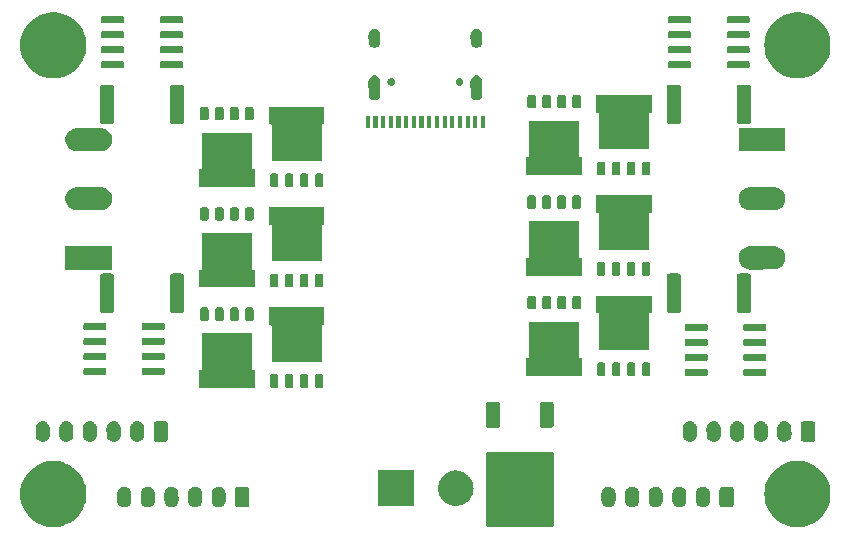
<source format=gbr>
%TF.GenerationSoftware,KiCad,Pcbnew,8.0.2*%
%TF.CreationDate,2024-05-05T14:41:11+02:00*%
%TF.ProjectId,motor_unicorn,6d6f746f-725f-4756-9e69-636f726e2e6b,rev?*%
%TF.SameCoordinates,Original*%
%TF.FileFunction,Soldermask,Bot*%
%TF.FilePolarity,Negative*%
%FSLAX46Y46*%
G04 Gerber Fmt 4.6, Leading zero omitted, Abs format (unit mm)*
G04 Created by KiCad (PCBNEW 8.0.2) date 2024-05-05 14:41:11*
%MOMM*%
%LPD*%
G01*
G04 APERTURE LIST*
G04 APERTURE END LIST*
G36*
X10656619Y-12900818D02*
G01*
X10707881Y-12906766D01*
X10725395Y-12914499D01*
X10748173Y-12919030D01*
X10772556Y-12935322D01*
X10793290Y-12944477D01*
X10807450Y-12958637D01*
X10829278Y-12973222D01*
X10843862Y-12995049D01*
X10858022Y-13009209D01*
X10867175Y-13029940D01*
X10883470Y-13054327D01*
X10888000Y-13077105D01*
X10895733Y-13094618D01*
X10901682Y-13145894D01*
X10902499Y-13149998D01*
X10902499Y-13152928D01*
X10902500Y-13152937D01*
X10902500Y-16109743D01*
X10902500Y-19050003D01*
X10901680Y-19054120D01*
X10895733Y-19105381D01*
X10888001Y-19122891D01*
X10883470Y-19145673D01*
X10867174Y-19170061D01*
X10858022Y-19190790D01*
X10843864Y-19204947D01*
X10829278Y-19226778D01*
X10807447Y-19241364D01*
X10793290Y-19255522D01*
X10772561Y-19264674D01*
X10748173Y-19280970D01*
X10725392Y-19285501D01*
X10707881Y-19293233D01*
X10656606Y-19299182D01*
X10652502Y-19299999D01*
X10649570Y-19299999D01*
X10649562Y-19300000D01*
X5355438Y-19300000D01*
X5355437Y-19299999D01*
X5352497Y-19300000D01*
X5348379Y-19299181D01*
X5297118Y-19293233D01*
X5279606Y-19285501D01*
X5256827Y-19280970D01*
X5232440Y-19264675D01*
X5211709Y-19255522D01*
X5197549Y-19241362D01*
X5175722Y-19226778D01*
X5161137Y-19204950D01*
X5146977Y-19190790D01*
X5137822Y-19170056D01*
X5121530Y-19145673D01*
X5116999Y-19122896D01*
X5109266Y-19105381D01*
X5103317Y-19054105D01*
X5102501Y-19050002D01*
X5102500Y-19047070D01*
X5102500Y-19047062D01*
X5102500Y-13152937D01*
X5102500Y-13152936D01*
X5102500Y-13149997D01*
X5103318Y-13145882D01*
X5109266Y-13094618D01*
X5116999Y-13077102D01*
X5121530Y-13054327D01*
X5137821Y-13029944D01*
X5146977Y-13009209D01*
X5161139Y-12995046D01*
X5175722Y-12973222D01*
X5197546Y-12958639D01*
X5211709Y-12944477D01*
X5232444Y-12935321D01*
X5256827Y-12919030D01*
X5279601Y-12914500D01*
X5297118Y-12906766D01*
X5348394Y-12900817D01*
X5352498Y-12900001D01*
X5355429Y-12900000D01*
X5355438Y-12900000D01*
X10649562Y-12900000D01*
X10652503Y-12900000D01*
X10656619Y-12900818D01*
G37*
G36*
X-31013785Y-13742538D02*
G01*
X-30696951Y-13817629D01*
X-30390977Y-13928995D01*
X-30100000Y-14075129D01*
X-29827956Y-14254055D01*
X-29578523Y-14463354D01*
X-29355076Y-14700195D01*
X-29160634Y-14961375D01*
X-28997829Y-15243362D01*
X-28868861Y-15542344D01*
X-28775474Y-15854276D01*
X-28718933Y-16174940D01*
X-28700000Y-16500000D01*
X-28718933Y-16825060D01*
X-28775474Y-17145724D01*
X-28868861Y-17457656D01*
X-28997829Y-17756638D01*
X-29160634Y-18038625D01*
X-29355076Y-18299805D01*
X-29578523Y-18536646D01*
X-29827956Y-18745945D01*
X-30100000Y-18924871D01*
X-30390977Y-19071005D01*
X-30696951Y-19182371D01*
X-31013785Y-19257462D01*
X-31337194Y-19295263D01*
X-31662806Y-19295263D01*
X-31986215Y-19257462D01*
X-32303049Y-19182371D01*
X-32609023Y-19071005D01*
X-32900000Y-18924871D01*
X-33172044Y-18745945D01*
X-33421477Y-18536646D01*
X-33644924Y-18299805D01*
X-33839366Y-18038625D01*
X-34002171Y-17756638D01*
X-34131139Y-17457656D01*
X-34224526Y-17145724D01*
X-34281067Y-16825060D01*
X-34300000Y-16500000D01*
X-34281067Y-16174940D01*
X-34224526Y-15854276D01*
X-34131139Y-15542344D01*
X-34002171Y-15243362D01*
X-33839366Y-14961375D01*
X-33644924Y-14700195D01*
X-33421477Y-14463354D01*
X-33172044Y-14254055D01*
X-32900000Y-14075129D01*
X-32609023Y-13928995D01*
X-32303049Y-13817629D01*
X-31986215Y-13742538D01*
X-31662806Y-13704737D01*
X-31337194Y-13704737D01*
X-31013785Y-13742538D01*
G37*
G36*
X31986215Y-13742538D02*
G01*
X32303049Y-13817629D01*
X32609023Y-13928995D01*
X32900000Y-14075129D01*
X33172044Y-14254055D01*
X33421477Y-14463354D01*
X33644924Y-14700195D01*
X33839366Y-14961375D01*
X34002171Y-15243362D01*
X34131139Y-15542344D01*
X34224526Y-15854276D01*
X34281067Y-16174940D01*
X34300000Y-16500000D01*
X34281067Y-16825060D01*
X34224526Y-17145724D01*
X34131139Y-17457656D01*
X34002171Y-17756638D01*
X33839366Y-18038625D01*
X33644924Y-18299805D01*
X33421477Y-18536646D01*
X33172044Y-18745945D01*
X32900000Y-18924871D01*
X32609023Y-19071005D01*
X32303049Y-19182371D01*
X31986215Y-19257462D01*
X31662806Y-19295263D01*
X31337194Y-19295263D01*
X31013785Y-19257462D01*
X30696951Y-19182371D01*
X30390977Y-19071005D01*
X30100000Y-18924871D01*
X29827956Y-18745945D01*
X29578523Y-18536646D01*
X29355076Y-18299805D01*
X29160634Y-18038625D01*
X28997829Y-17756638D01*
X28868861Y-17457656D01*
X28775474Y-17145724D01*
X28718933Y-16825060D01*
X28700000Y-16500000D01*
X28718933Y-16174940D01*
X28775474Y-15854276D01*
X28868861Y-15542344D01*
X28997829Y-15243362D01*
X29160634Y-14961375D01*
X29355076Y-14700195D01*
X29578523Y-14463354D01*
X29827956Y-14254055D01*
X30100000Y-14075129D01*
X30390977Y-13928995D01*
X30696951Y-13817629D01*
X31013785Y-13742538D01*
X31337194Y-13704737D01*
X31662806Y-13704737D01*
X31986215Y-13742538D01*
G37*
G36*
X-15145885Y-15875818D02*
G01*
X-15094620Y-15881766D01*
X-15077105Y-15889499D01*
X-15054329Y-15894030D01*
X-15029944Y-15910323D01*
X-15009211Y-15919478D01*
X-14995050Y-15933638D01*
X-14973223Y-15948223D01*
X-14958638Y-15970050D01*
X-14944478Y-15984211D01*
X-14935323Y-16004944D01*
X-14919030Y-16029329D01*
X-14914499Y-16052105D01*
X-14906766Y-16069620D01*
X-14900818Y-16120884D01*
X-14900000Y-16125000D01*
X-14900000Y-17375000D01*
X-14900818Y-17379116D01*
X-14906766Y-17430379D01*
X-14914499Y-17447892D01*
X-14919030Y-17470671D01*
X-14935324Y-17495057D01*
X-14944478Y-17515788D01*
X-14958636Y-17529946D01*
X-14973223Y-17551777D01*
X-14995053Y-17566363D01*
X-15009211Y-17580521D01*
X-15029939Y-17589673D01*
X-15054329Y-17605970D01*
X-15077109Y-17610501D01*
X-15094620Y-17618233D01*
X-15145872Y-17624178D01*
X-15150000Y-17625000D01*
X-15850000Y-17625000D01*
X-15854128Y-17624178D01*
X-15905379Y-17618233D01*
X-15922888Y-17610501D01*
X-15945671Y-17605970D01*
X-15970062Y-17589672D01*
X-15990788Y-17580521D01*
X-16004943Y-17566365D01*
X-16026777Y-17551777D01*
X-16041365Y-17529943D01*
X-16055521Y-17515788D01*
X-16064672Y-17495062D01*
X-16080970Y-17470671D01*
X-16085501Y-17447888D01*
X-16093233Y-17430379D01*
X-16099178Y-17379129D01*
X-16100000Y-17375000D01*
X-16100000Y-16125000D01*
X-16099179Y-16120873D01*
X-16093233Y-16069620D01*
X-16085501Y-16052109D01*
X-16080970Y-16029329D01*
X-16064673Y-16004939D01*
X-16055521Y-15984211D01*
X-16041363Y-15970053D01*
X-16026777Y-15948223D01*
X-16004946Y-15933636D01*
X-15990788Y-15919478D01*
X-15970057Y-15910324D01*
X-15945671Y-15894030D01*
X-15922892Y-15889499D01*
X-15905379Y-15881766D01*
X-15854117Y-15875818D01*
X-15850000Y-15875000D01*
X-15150000Y-15875000D01*
X-15145885Y-15875818D01*
G37*
G36*
X25854116Y-15875818D02*
G01*
X25905379Y-15881766D01*
X25922892Y-15889499D01*
X25945671Y-15894030D01*
X25970057Y-15910324D01*
X25990788Y-15919478D01*
X26004946Y-15933636D01*
X26026777Y-15948223D01*
X26041363Y-15970053D01*
X26055521Y-15984211D01*
X26064673Y-16004939D01*
X26080970Y-16029329D01*
X26085501Y-16052109D01*
X26093233Y-16069620D01*
X26099178Y-16120872D01*
X26100000Y-16125000D01*
X26100000Y-17375000D01*
X26099178Y-17379128D01*
X26093233Y-17430379D01*
X26085501Y-17447888D01*
X26080970Y-17470671D01*
X26064672Y-17495062D01*
X26055521Y-17515788D01*
X26041365Y-17529943D01*
X26026777Y-17551777D01*
X26004943Y-17566365D01*
X25990788Y-17580521D01*
X25970062Y-17589672D01*
X25945671Y-17605970D01*
X25922888Y-17610501D01*
X25905379Y-17618233D01*
X25854129Y-17624178D01*
X25850000Y-17625000D01*
X25150000Y-17625000D01*
X25145873Y-17624179D01*
X25094620Y-17618233D01*
X25077109Y-17610501D01*
X25054329Y-17605970D01*
X25029939Y-17589673D01*
X25009211Y-17580521D01*
X24995053Y-17566363D01*
X24973223Y-17551777D01*
X24958636Y-17529946D01*
X24944478Y-17515788D01*
X24935324Y-17495057D01*
X24919030Y-17470671D01*
X24914499Y-17447892D01*
X24906766Y-17430379D01*
X24900818Y-17379117D01*
X24900000Y-17375000D01*
X24900000Y-16125000D01*
X24900818Y-16120885D01*
X24906766Y-16069620D01*
X24914499Y-16052105D01*
X24919030Y-16029329D01*
X24935323Y-16004944D01*
X24944478Y-15984211D01*
X24958638Y-15970050D01*
X24973223Y-15948223D01*
X24995050Y-15933638D01*
X25009211Y-15919478D01*
X25029944Y-15910323D01*
X25054329Y-15894030D01*
X25077105Y-15889499D01*
X25094620Y-15881766D01*
X25145884Y-15875818D01*
X25150000Y-15875000D01*
X25850000Y-15875000D01*
X25854116Y-15875818D01*
G37*
G36*
X-25431164Y-15880133D02*
G01*
X-25421684Y-15880133D01*
X-25394377Y-15887449D01*
X-25325899Y-15901070D01*
X-25293573Y-15914459D01*
X-25270390Y-15920672D01*
X-25249600Y-15932674D01*
X-25217277Y-15946064D01*
X-25159222Y-15984854D01*
X-25134743Y-15998988D01*
X-25128042Y-16005688D01*
X-25119517Y-16011385D01*
X-25036385Y-16094517D01*
X-25030688Y-16103042D01*
X-25023988Y-16109743D01*
X-25009854Y-16134222D01*
X-24971064Y-16192277D01*
X-24957674Y-16224600D01*
X-24945672Y-16245390D01*
X-24939459Y-16268573D01*
X-24926070Y-16300899D01*
X-24912449Y-16369378D01*
X-24905133Y-16396684D01*
X-24905052Y-16406569D01*
X-24903108Y-16416344D01*
X-24900006Y-17023872D01*
X-24900008Y-17023928D01*
X-24900000Y-17025000D01*
X-24900245Y-17028741D01*
X-24902889Y-17082555D01*
X-24904206Y-17089178D01*
X-24905133Y-17103316D01*
X-24912449Y-17130622D01*
X-24926070Y-17199100D01*
X-24939459Y-17231423D01*
X-24945672Y-17254610D01*
X-24957676Y-17275401D01*
X-24971064Y-17307722D01*
X-25009850Y-17365770D01*
X-25023988Y-17390257D01*
X-25030690Y-17396959D01*
X-25036385Y-17405482D01*
X-25119517Y-17488614D01*
X-25128039Y-17494308D01*
X-25134743Y-17501012D01*
X-25159233Y-17515151D01*
X-25217277Y-17553935D01*
X-25249594Y-17567321D01*
X-25270390Y-17579328D01*
X-25293580Y-17585541D01*
X-25325899Y-17598929D01*
X-25394371Y-17612548D01*
X-25421684Y-17619867D01*
X-25431164Y-17619867D01*
X-25441214Y-17621866D01*
X-25558786Y-17621866D01*
X-25568836Y-17619867D01*
X-25578316Y-17619867D01*
X-25605629Y-17612548D01*
X-25674100Y-17598929D01*
X-25706416Y-17585542D01*
X-25729610Y-17579328D01*
X-25750407Y-17567320D01*
X-25782722Y-17553935D01*
X-25840759Y-17515155D01*
X-25865257Y-17501012D01*
X-25871962Y-17494306D01*
X-25880482Y-17488614D01*
X-25963614Y-17405482D01*
X-25969306Y-17396962D01*
X-25976012Y-17390257D01*
X-25990155Y-17365759D01*
X-26028935Y-17307722D01*
X-26042320Y-17275407D01*
X-26054328Y-17254610D01*
X-26060542Y-17231416D01*
X-26073929Y-17199100D01*
X-26087546Y-17130638D01*
X-26094867Y-17103316D01*
X-26094947Y-17093424D01*
X-26096891Y-17083655D01*
X-26099993Y-16476127D01*
X-26099991Y-16476088D01*
X-26100000Y-16475000D01*
X-26099750Y-16471200D01*
X-26097110Y-16417444D01*
X-26095794Y-16410827D01*
X-26094867Y-16396684D01*
X-26087547Y-16369366D01*
X-26073929Y-16300899D01*
X-26060541Y-16268580D01*
X-26054328Y-16245390D01*
X-26042321Y-16224594D01*
X-26028935Y-16192277D01*
X-25990151Y-16134233D01*
X-25976012Y-16109743D01*
X-25969308Y-16103039D01*
X-25963614Y-16094517D01*
X-25880482Y-16011385D01*
X-25871959Y-16005690D01*
X-25865257Y-15998988D01*
X-25840770Y-15984850D01*
X-25782722Y-15946064D01*
X-25750401Y-15932676D01*
X-25729610Y-15920672D01*
X-25706423Y-15914459D01*
X-25674100Y-15901070D01*
X-25605623Y-15887449D01*
X-25578316Y-15880133D01*
X-25568836Y-15880133D01*
X-25558786Y-15878134D01*
X-25441214Y-15878134D01*
X-25431164Y-15880133D01*
G37*
G36*
X-23431164Y-15880133D02*
G01*
X-23421684Y-15880133D01*
X-23394377Y-15887449D01*
X-23325899Y-15901070D01*
X-23293573Y-15914459D01*
X-23270390Y-15920672D01*
X-23249600Y-15932674D01*
X-23217277Y-15946064D01*
X-23159222Y-15984854D01*
X-23134743Y-15998988D01*
X-23128042Y-16005688D01*
X-23119517Y-16011385D01*
X-23036385Y-16094517D01*
X-23030688Y-16103042D01*
X-23023988Y-16109743D01*
X-23009854Y-16134222D01*
X-22971064Y-16192277D01*
X-22957674Y-16224600D01*
X-22945672Y-16245390D01*
X-22939459Y-16268573D01*
X-22926070Y-16300899D01*
X-22912449Y-16369378D01*
X-22905133Y-16396684D01*
X-22905052Y-16406569D01*
X-22903108Y-16416344D01*
X-22900006Y-17023872D01*
X-22900008Y-17023928D01*
X-22900000Y-17025000D01*
X-22900245Y-17028741D01*
X-22902889Y-17082555D01*
X-22904206Y-17089178D01*
X-22905133Y-17103316D01*
X-22912449Y-17130622D01*
X-22926070Y-17199100D01*
X-22939459Y-17231423D01*
X-22945672Y-17254610D01*
X-22957676Y-17275401D01*
X-22971064Y-17307722D01*
X-23009850Y-17365770D01*
X-23023988Y-17390257D01*
X-23030690Y-17396959D01*
X-23036385Y-17405482D01*
X-23119517Y-17488614D01*
X-23128039Y-17494308D01*
X-23134743Y-17501012D01*
X-23159233Y-17515151D01*
X-23217277Y-17553935D01*
X-23249594Y-17567321D01*
X-23270390Y-17579328D01*
X-23293580Y-17585541D01*
X-23325899Y-17598929D01*
X-23394371Y-17612548D01*
X-23421684Y-17619867D01*
X-23431164Y-17619867D01*
X-23441214Y-17621866D01*
X-23558786Y-17621866D01*
X-23568836Y-17619867D01*
X-23578316Y-17619867D01*
X-23605629Y-17612548D01*
X-23674100Y-17598929D01*
X-23706416Y-17585542D01*
X-23729610Y-17579328D01*
X-23750407Y-17567320D01*
X-23782722Y-17553935D01*
X-23840759Y-17515155D01*
X-23865257Y-17501012D01*
X-23871962Y-17494306D01*
X-23880482Y-17488614D01*
X-23963614Y-17405482D01*
X-23969306Y-17396962D01*
X-23976012Y-17390257D01*
X-23990155Y-17365759D01*
X-24028935Y-17307722D01*
X-24042320Y-17275407D01*
X-24054328Y-17254610D01*
X-24060542Y-17231416D01*
X-24073929Y-17199100D01*
X-24087546Y-17130638D01*
X-24094867Y-17103316D01*
X-24094947Y-17093424D01*
X-24096891Y-17083655D01*
X-24099993Y-16476127D01*
X-24099991Y-16476088D01*
X-24100000Y-16475000D01*
X-24099750Y-16471200D01*
X-24097110Y-16417444D01*
X-24095794Y-16410827D01*
X-24094867Y-16396684D01*
X-24087547Y-16369366D01*
X-24073929Y-16300899D01*
X-24060541Y-16268580D01*
X-24054328Y-16245390D01*
X-24042321Y-16224594D01*
X-24028935Y-16192277D01*
X-23990151Y-16134233D01*
X-23976012Y-16109743D01*
X-23969308Y-16103039D01*
X-23963614Y-16094517D01*
X-23880482Y-16011385D01*
X-23871959Y-16005690D01*
X-23865257Y-15998988D01*
X-23840770Y-15984850D01*
X-23782722Y-15946064D01*
X-23750401Y-15932676D01*
X-23729610Y-15920672D01*
X-23706423Y-15914459D01*
X-23674100Y-15901070D01*
X-23605623Y-15887449D01*
X-23578316Y-15880133D01*
X-23568836Y-15880133D01*
X-23558786Y-15878134D01*
X-23441214Y-15878134D01*
X-23431164Y-15880133D01*
G37*
G36*
X-21431164Y-15880133D02*
G01*
X-21421684Y-15880133D01*
X-21394377Y-15887449D01*
X-21325899Y-15901070D01*
X-21293573Y-15914459D01*
X-21270390Y-15920672D01*
X-21249600Y-15932674D01*
X-21217277Y-15946064D01*
X-21159222Y-15984854D01*
X-21134743Y-15998988D01*
X-21128042Y-16005688D01*
X-21119517Y-16011385D01*
X-21036385Y-16094517D01*
X-21030688Y-16103042D01*
X-21023988Y-16109743D01*
X-21009854Y-16134222D01*
X-20971064Y-16192277D01*
X-20957674Y-16224600D01*
X-20945672Y-16245390D01*
X-20939459Y-16268573D01*
X-20926070Y-16300899D01*
X-20912449Y-16369378D01*
X-20905133Y-16396684D01*
X-20905052Y-16406569D01*
X-20903108Y-16416344D01*
X-20900006Y-17023872D01*
X-20900008Y-17023928D01*
X-20900000Y-17025000D01*
X-20900245Y-17028741D01*
X-20902889Y-17082555D01*
X-20904206Y-17089178D01*
X-20905133Y-17103316D01*
X-20912449Y-17130622D01*
X-20926070Y-17199100D01*
X-20939459Y-17231423D01*
X-20945672Y-17254610D01*
X-20957676Y-17275401D01*
X-20971064Y-17307722D01*
X-21009850Y-17365770D01*
X-21023988Y-17390257D01*
X-21030690Y-17396959D01*
X-21036385Y-17405482D01*
X-21119517Y-17488614D01*
X-21128039Y-17494308D01*
X-21134743Y-17501012D01*
X-21159233Y-17515151D01*
X-21217277Y-17553935D01*
X-21249594Y-17567321D01*
X-21270390Y-17579328D01*
X-21293580Y-17585541D01*
X-21325899Y-17598929D01*
X-21394371Y-17612548D01*
X-21421684Y-17619867D01*
X-21431164Y-17619867D01*
X-21441214Y-17621866D01*
X-21558786Y-17621866D01*
X-21568836Y-17619867D01*
X-21578316Y-17619867D01*
X-21605629Y-17612548D01*
X-21674100Y-17598929D01*
X-21706416Y-17585542D01*
X-21729610Y-17579328D01*
X-21750407Y-17567320D01*
X-21782722Y-17553935D01*
X-21840759Y-17515155D01*
X-21865257Y-17501012D01*
X-21871962Y-17494306D01*
X-21880482Y-17488614D01*
X-21963614Y-17405482D01*
X-21969306Y-17396962D01*
X-21976012Y-17390257D01*
X-21990155Y-17365759D01*
X-22028935Y-17307722D01*
X-22042320Y-17275407D01*
X-22054328Y-17254610D01*
X-22060542Y-17231416D01*
X-22073929Y-17199100D01*
X-22087546Y-17130638D01*
X-22094867Y-17103316D01*
X-22094947Y-17093424D01*
X-22096891Y-17083655D01*
X-22099993Y-16476127D01*
X-22099991Y-16476088D01*
X-22100000Y-16475000D01*
X-22099750Y-16471200D01*
X-22097110Y-16417444D01*
X-22095794Y-16410827D01*
X-22094867Y-16396684D01*
X-22087547Y-16369366D01*
X-22073929Y-16300899D01*
X-22060541Y-16268580D01*
X-22054328Y-16245390D01*
X-22042321Y-16224594D01*
X-22028935Y-16192277D01*
X-21990151Y-16134233D01*
X-21976012Y-16109743D01*
X-21969308Y-16103039D01*
X-21963614Y-16094517D01*
X-21880482Y-16011385D01*
X-21871959Y-16005690D01*
X-21865257Y-15998988D01*
X-21840770Y-15984850D01*
X-21782722Y-15946064D01*
X-21750401Y-15932676D01*
X-21729610Y-15920672D01*
X-21706423Y-15914459D01*
X-21674100Y-15901070D01*
X-21605623Y-15887449D01*
X-21578316Y-15880133D01*
X-21568836Y-15880133D01*
X-21558786Y-15878134D01*
X-21441214Y-15878134D01*
X-21431164Y-15880133D01*
G37*
G36*
X-19431164Y-15880133D02*
G01*
X-19421684Y-15880133D01*
X-19394377Y-15887449D01*
X-19325899Y-15901070D01*
X-19293573Y-15914459D01*
X-19270390Y-15920672D01*
X-19249600Y-15932674D01*
X-19217277Y-15946064D01*
X-19159222Y-15984854D01*
X-19134743Y-15998988D01*
X-19128042Y-16005688D01*
X-19119517Y-16011385D01*
X-19036385Y-16094517D01*
X-19030688Y-16103042D01*
X-19023988Y-16109743D01*
X-19009854Y-16134222D01*
X-18971064Y-16192277D01*
X-18957674Y-16224600D01*
X-18945672Y-16245390D01*
X-18939459Y-16268573D01*
X-18926070Y-16300899D01*
X-18912449Y-16369378D01*
X-18905133Y-16396684D01*
X-18905052Y-16406569D01*
X-18903108Y-16416344D01*
X-18900006Y-17023872D01*
X-18900008Y-17023928D01*
X-18900000Y-17025000D01*
X-18900245Y-17028741D01*
X-18902889Y-17082555D01*
X-18904206Y-17089178D01*
X-18905133Y-17103316D01*
X-18912449Y-17130622D01*
X-18926070Y-17199100D01*
X-18939459Y-17231423D01*
X-18945672Y-17254610D01*
X-18957676Y-17275401D01*
X-18971064Y-17307722D01*
X-19009850Y-17365770D01*
X-19023988Y-17390257D01*
X-19030690Y-17396959D01*
X-19036385Y-17405482D01*
X-19119517Y-17488614D01*
X-19128039Y-17494308D01*
X-19134743Y-17501012D01*
X-19159233Y-17515151D01*
X-19217277Y-17553935D01*
X-19249594Y-17567321D01*
X-19270390Y-17579328D01*
X-19293580Y-17585541D01*
X-19325899Y-17598929D01*
X-19394371Y-17612548D01*
X-19421684Y-17619867D01*
X-19431164Y-17619867D01*
X-19441214Y-17621866D01*
X-19558786Y-17621866D01*
X-19568836Y-17619867D01*
X-19578316Y-17619867D01*
X-19605629Y-17612548D01*
X-19674100Y-17598929D01*
X-19706416Y-17585542D01*
X-19729610Y-17579328D01*
X-19750407Y-17567320D01*
X-19782722Y-17553935D01*
X-19840759Y-17515155D01*
X-19865257Y-17501012D01*
X-19871962Y-17494306D01*
X-19880482Y-17488614D01*
X-19963614Y-17405482D01*
X-19969306Y-17396962D01*
X-19976012Y-17390257D01*
X-19990155Y-17365759D01*
X-20028935Y-17307722D01*
X-20042320Y-17275407D01*
X-20054328Y-17254610D01*
X-20060542Y-17231416D01*
X-20073929Y-17199100D01*
X-20087546Y-17130638D01*
X-20094867Y-17103316D01*
X-20094947Y-17093424D01*
X-20096891Y-17083655D01*
X-20099993Y-16476127D01*
X-20099991Y-16476088D01*
X-20100000Y-16475000D01*
X-20099750Y-16471200D01*
X-20097110Y-16417444D01*
X-20095794Y-16410827D01*
X-20094867Y-16396684D01*
X-20087547Y-16369366D01*
X-20073929Y-16300899D01*
X-20060541Y-16268580D01*
X-20054328Y-16245390D01*
X-20042321Y-16224594D01*
X-20028935Y-16192277D01*
X-19990151Y-16134233D01*
X-19976012Y-16109743D01*
X-19969308Y-16103039D01*
X-19963614Y-16094517D01*
X-19880482Y-16011385D01*
X-19871959Y-16005690D01*
X-19865257Y-15998988D01*
X-19840770Y-15984850D01*
X-19782722Y-15946064D01*
X-19750401Y-15932676D01*
X-19729610Y-15920672D01*
X-19706423Y-15914459D01*
X-19674100Y-15901070D01*
X-19605623Y-15887449D01*
X-19578316Y-15880133D01*
X-19568836Y-15880133D01*
X-19558786Y-15878134D01*
X-19441214Y-15878134D01*
X-19431164Y-15880133D01*
G37*
G36*
X-17431164Y-15880133D02*
G01*
X-17421684Y-15880133D01*
X-17394377Y-15887449D01*
X-17325899Y-15901070D01*
X-17293573Y-15914459D01*
X-17270390Y-15920672D01*
X-17249600Y-15932674D01*
X-17217277Y-15946064D01*
X-17159222Y-15984854D01*
X-17134743Y-15998988D01*
X-17128042Y-16005688D01*
X-17119517Y-16011385D01*
X-17036385Y-16094517D01*
X-17030688Y-16103042D01*
X-17023988Y-16109743D01*
X-17009854Y-16134222D01*
X-16971064Y-16192277D01*
X-16957674Y-16224600D01*
X-16945672Y-16245390D01*
X-16939459Y-16268573D01*
X-16926070Y-16300899D01*
X-16912449Y-16369378D01*
X-16905133Y-16396684D01*
X-16905052Y-16406569D01*
X-16903108Y-16416344D01*
X-16900006Y-17023872D01*
X-16900008Y-17023928D01*
X-16900000Y-17025000D01*
X-16900245Y-17028741D01*
X-16902889Y-17082555D01*
X-16904206Y-17089178D01*
X-16905133Y-17103316D01*
X-16912449Y-17130622D01*
X-16926070Y-17199100D01*
X-16939459Y-17231423D01*
X-16945672Y-17254610D01*
X-16957676Y-17275401D01*
X-16971064Y-17307722D01*
X-17009850Y-17365770D01*
X-17023988Y-17390257D01*
X-17030690Y-17396959D01*
X-17036385Y-17405482D01*
X-17119517Y-17488614D01*
X-17128039Y-17494308D01*
X-17134743Y-17501012D01*
X-17159233Y-17515151D01*
X-17217277Y-17553935D01*
X-17249594Y-17567321D01*
X-17270390Y-17579328D01*
X-17293580Y-17585541D01*
X-17325899Y-17598929D01*
X-17394371Y-17612548D01*
X-17421684Y-17619867D01*
X-17431164Y-17619867D01*
X-17441214Y-17621866D01*
X-17558786Y-17621866D01*
X-17568836Y-17619867D01*
X-17578316Y-17619867D01*
X-17605629Y-17612548D01*
X-17674100Y-17598929D01*
X-17706416Y-17585542D01*
X-17729610Y-17579328D01*
X-17750407Y-17567320D01*
X-17782722Y-17553935D01*
X-17840759Y-17515155D01*
X-17865257Y-17501012D01*
X-17871962Y-17494306D01*
X-17880482Y-17488614D01*
X-17963614Y-17405482D01*
X-17969306Y-17396962D01*
X-17976012Y-17390257D01*
X-17990155Y-17365759D01*
X-18028935Y-17307722D01*
X-18042320Y-17275407D01*
X-18054328Y-17254610D01*
X-18060542Y-17231416D01*
X-18073929Y-17199100D01*
X-18087546Y-17130638D01*
X-18094867Y-17103316D01*
X-18094947Y-17093424D01*
X-18096891Y-17083655D01*
X-18099993Y-16476127D01*
X-18099991Y-16476088D01*
X-18100000Y-16475000D01*
X-18099750Y-16471200D01*
X-18097110Y-16417444D01*
X-18095794Y-16410827D01*
X-18094867Y-16396684D01*
X-18087547Y-16369366D01*
X-18073929Y-16300899D01*
X-18060541Y-16268580D01*
X-18054328Y-16245390D01*
X-18042321Y-16224594D01*
X-18028935Y-16192277D01*
X-17990151Y-16134233D01*
X-17976012Y-16109743D01*
X-17969308Y-16103039D01*
X-17963614Y-16094517D01*
X-17880482Y-16011385D01*
X-17871959Y-16005690D01*
X-17865257Y-15998988D01*
X-17840770Y-15984850D01*
X-17782722Y-15946064D01*
X-17750401Y-15932676D01*
X-17729610Y-15920672D01*
X-17706423Y-15914459D01*
X-17674100Y-15901070D01*
X-17605623Y-15887449D01*
X-17578316Y-15880133D01*
X-17568836Y-15880133D01*
X-17558786Y-15878134D01*
X-17441214Y-15878134D01*
X-17431164Y-15880133D01*
G37*
G36*
X15568836Y-15880133D02*
G01*
X15578316Y-15880133D01*
X15605623Y-15887449D01*
X15674100Y-15901070D01*
X15706423Y-15914459D01*
X15729610Y-15920672D01*
X15750401Y-15932676D01*
X15782722Y-15946064D01*
X15840770Y-15984850D01*
X15865257Y-15998988D01*
X15871959Y-16005690D01*
X15880482Y-16011385D01*
X15963614Y-16094517D01*
X15969308Y-16103039D01*
X15976012Y-16109743D01*
X15990151Y-16134233D01*
X16028935Y-16192277D01*
X16042321Y-16224594D01*
X16054328Y-16245390D01*
X16060541Y-16268580D01*
X16073929Y-16300899D01*
X16087546Y-16369364D01*
X16094867Y-16396684D01*
X16094947Y-16406574D01*
X16096891Y-16416344D01*
X16099993Y-17023872D01*
X16099991Y-17023910D01*
X16100000Y-17025000D01*
X16099750Y-17028802D01*
X16097110Y-17082555D01*
X16095794Y-17089170D01*
X16094867Y-17103316D01*
X16087546Y-17130636D01*
X16073929Y-17199100D01*
X16060542Y-17231416D01*
X16054328Y-17254610D01*
X16042320Y-17275407D01*
X16028935Y-17307722D01*
X15990155Y-17365759D01*
X15976012Y-17390257D01*
X15969306Y-17396962D01*
X15963614Y-17405482D01*
X15880482Y-17488614D01*
X15871962Y-17494306D01*
X15865257Y-17501012D01*
X15840759Y-17515155D01*
X15782722Y-17553935D01*
X15750407Y-17567320D01*
X15729610Y-17579328D01*
X15706416Y-17585542D01*
X15674100Y-17598929D01*
X15605629Y-17612548D01*
X15578316Y-17619867D01*
X15568836Y-17619867D01*
X15558786Y-17621866D01*
X15441214Y-17621866D01*
X15431164Y-17619867D01*
X15421684Y-17619867D01*
X15394371Y-17612548D01*
X15325899Y-17598929D01*
X15293580Y-17585541D01*
X15270390Y-17579328D01*
X15249594Y-17567321D01*
X15217277Y-17553935D01*
X15159233Y-17515151D01*
X15134743Y-17501012D01*
X15128039Y-17494308D01*
X15119517Y-17488614D01*
X15036385Y-17405482D01*
X15030690Y-17396959D01*
X15023988Y-17390257D01*
X15009850Y-17365770D01*
X14971064Y-17307722D01*
X14957676Y-17275401D01*
X14945672Y-17254610D01*
X14939459Y-17231423D01*
X14926070Y-17199100D01*
X14912450Y-17130623D01*
X14905133Y-17103316D01*
X14905052Y-17093429D01*
X14903108Y-17083655D01*
X14900006Y-16476127D01*
X14900008Y-16476071D01*
X14900000Y-16475000D01*
X14900245Y-16471261D01*
X14902889Y-16417444D01*
X14904206Y-16410820D01*
X14905133Y-16396684D01*
X14912448Y-16369380D01*
X14926070Y-16300899D01*
X14939459Y-16268573D01*
X14945672Y-16245390D01*
X14957674Y-16224600D01*
X14971064Y-16192277D01*
X15009854Y-16134222D01*
X15023988Y-16109743D01*
X15030688Y-16103042D01*
X15036385Y-16094517D01*
X15119517Y-16011385D01*
X15128042Y-16005688D01*
X15134743Y-15998988D01*
X15159222Y-15984854D01*
X15217277Y-15946064D01*
X15249600Y-15932674D01*
X15270390Y-15920672D01*
X15293573Y-15914459D01*
X15325899Y-15901070D01*
X15394377Y-15887449D01*
X15421684Y-15880133D01*
X15431164Y-15880133D01*
X15441214Y-15878134D01*
X15558786Y-15878134D01*
X15568836Y-15880133D01*
G37*
G36*
X17568836Y-15880133D02*
G01*
X17578316Y-15880133D01*
X17605623Y-15887449D01*
X17674100Y-15901070D01*
X17706423Y-15914459D01*
X17729610Y-15920672D01*
X17750401Y-15932676D01*
X17782722Y-15946064D01*
X17840770Y-15984850D01*
X17865257Y-15998988D01*
X17871959Y-16005690D01*
X17880482Y-16011385D01*
X17963614Y-16094517D01*
X17969308Y-16103039D01*
X17976012Y-16109743D01*
X17990151Y-16134233D01*
X18028935Y-16192277D01*
X18042321Y-16224594D01*
X18054328Y-16245390D01*
X18060541Y-16268580D01*
X18073929Y-16300899D01*
X18087546Y-16369364D01*
X18094867Y-16396684D01*
X18094947Y-16406574D01*
X18096891Y-16416344D01*
X18099993Y-17023872D01*
X18099991Y-17023910D01*
X18100000Y-17025000D01*
X18099750Y-17028802D01*
X18097110Y-17082555D01*
X18095794Y-17089170D01*
X18094867Y-17103316D01*
X18087546Y-17130636D01*
X18073929Y-17199100D01*
X18060542Y-17231416D01*
X18054328Y-17254610D01*
X18042320Y-17275407D01*
X18028935Y-17307722D01*
X17990155Y-17365759D01*
X17976012Y-17390257D01*
X17969306Y-17396962D01*
X17963614Y-17405482D01*
X17880482Y-17488614D01*
X17871962Y-17494306D01*
X17865257Y-17501012D01*
X17840759Y-17515155D01*
X17782722Y-17553935D01*
X17750407Y-17567320D01*
X17729610Y-17579328D01*
X17706416Y-17585542D01*
X17674100Y-17598929D01*
X17605629Y-17612548D01*
X17578316Y-17619867D01*
X17568836Y-17619867D01*
X17558786Y-17621866D01*
X17441214Y-17621866D01*
X17431164Y-17619867D01*
X17421684Y-17619867D01*
X17394371Y-17612548D01*
X17325899Y-17598929D01*
X17293580Y-17585541D01*
X17270390Y-17579328D01*
X17249594Y-17567321D01*
X17217277Y-17553935D01*
X17159233Y-17515151D01*
X17134743Y-17501012D01*
X17128039Y-17494308D01*
X17119517Y-17488614D01*
X17036385Y-17405482D01*
X17030690Y-17396959D01*
X17023988Y-17390257D01*
X17009850Y-17365770D01*
X16971064Y-17307722D01*
X16957676Y-17275401D01*
X16945672Y-17254610D01*
X16939459Y-17231423D01*
X16926070Y-17199100D01*
X16912450Y-17130623D01*
X16905133Y-17103316D01*
X16905052Y-17093429D01*
X16903108Y-17083655D01*
X16900006Y-16476127D01*
X16900008Y-16476071D01*
X16900000Y-16475000D01*
X16900245Y-16471261D01*
X16902889Y-16417444D01*
X16904206Y-16410820D01*
X16905133Y-16396684D01*
X16912448Y-16369380D01*
X16926070Y-16300899D01*
X16939459Y-16268573D01*
X16945672Y-16245390D01*
X16957674Y-16224600D01*
X16971064Y-16192277D01*
X17009854Y-16134222D01*
X17023988Y-16109743D01*
X17030688Y-16103042D01*
X17036385Y-16094517D01*
X17119517Y-16011385D01*
X17128042Y-16005688D01*
X17134743Y-15998988D01*
X17159222Y-15984854D01*
X17217277Y-15946064D01*
X17249600Y-15932674D01*
X17270390Y-15920672D01*
X17293573Y-15914459D01*
X17325899Y-15901070D01*
X17394377Y-15887449D01*
X17421684Y-15880133D01*
X17431164Y-15880133D01*
X17441214Y-15878134D01*
X17558786Y-15878134D01*
X17568836Y-15880133D01*
G37*
G36*
X19568836Y-15880133D02*
G01*
X19578316Y-15880133D01*
X19605623Y-15887449D01*
X19674100Y-15901070D01*
X19706423Y-15914459D01*
X19729610Y-15920672D01*
X19750401Y-15932676D01*
X19782722Y-15946064D01*
X19840770Y-15984850D01*
X19865257Y-15998988D01*
X19871959Y-16005690D01*
X19880482Y-16011385D01*
X19963614Y-16094517D01*
X19969308Y-16103039D01*
X19976012Y-16109743D01*
X19990151Y-16134233D01*
X20028935Y-16192277D01*
X20042321Y-16224594D01*
X20054328Y-16245390D01*
X20060541Y-16268580D01*
X20073929Y-16300899D01*
X20087546Y-16369364D01*
X20094867Y-16396684D01*
X20094947Y-16406574D01*
X20096891Y-16416344D01*
X20099993Y-17023872D01*
X20099991Y-17023910D01*
X20100000Y-17025000D01*
X20099750Y-17028802D01*
X20097110Y-17082555D01*
X20095794Y-17089170D01*
X20094867Y-17103316D01*
X20087546Y-17130636D01*
X20073929Y-17199100D01*
X20060542Y-17231416D01*
X20054328Y-17254610D01*
X20042320Y-17275407D01*
X20028935Y-17307722D01*
X19990155Y-17365759D01*
X19976012Y-17390257D01*
X19969306Y-17396962D01*
X19963614Y-17405482D01*
X19880482Y-17488614D01*
X19871962Y-17494306D01*
X19865257Y-17501012D01*
X19840759Y-17515155D01*
X19782722Y-17553935D01*
X19750407Y-17567320D01*
X19729610Y-17579328D01*
X19706416Y-17585542D01*
X19674100Y-17598929D01*
X19605629Y-17612548D01*
X19578316Y-17619867D01*
X19568836Y-17619867D01*
X19558786Y-17621866D01*
X19441214Y-17621866D01*
X19431164Y-17619867D01*
X19421684Y-17619867D01*
X19394371Y-17612548D01*
X19325899Y-17598929D01*
X19293580Y-17585541D01*
X19270390Y-17579328D01*
X19249594Y-17567321D01*
X19217277Y-17553935D01*
X19159233Y-17515151D01*
X19134743Y-17501012D01*
X19128039Y-17494308D01*
X19119517Y-17488614D01*
X19036385Y-17405482D01*
X19030690Y-17396959D01*
X19023988Y-17390257D01*
X19009850Y-17365770D01*
X18971064Y-17307722D01*
X18957676Y-17275401D01*
X18945672Y-17254610D01*
X18939459Y-17231423D01*
X18926070Y-17199100D01*
X18912450Y-17130623D01*
X18905133Y-17103316D01*
X18905052Y-17093429D01*
X18903108Y-17083655D01*
X18900006Y-16476127D01*
X18900008Y-16476071D01*
X18900000Y-16475000D01*
X18900245Y-16471261D01*
X18902889Y-16417444D01*
X18904206Y-16410820D01*
X18905133Y-16396684D01*
X18912448Y-16369380D01*
X18926070Y-16300899D01*
X18939459Y-16268573D01*
X18945672Y-16245390D01*
X18957674Y-16224600D01*
X18971064Y-16192277D01*
X19009854Y-16134222D01*
X19023988Y-16109743D01*
X19030688Y-16103042D01*
X19036385Y-16094517D01*
X19119517Y-16011385D01*
X19128042Y-16005688D01*
X19134743Y-15998988D01*
X19159222Y-15984854D01*
X19217277Y-15946064D01*
X19249600Y-15932674D01*
X19270390Y-15920672D01*
X19293573Y-15914459D01*
X19325899Y-15901070D01*
X19394377Y-15887449D01*
X19421684Y-15880133D01*
X19431164Y-15880133D01*
X19441214Y-15878134D01*
X19558786Y-15878134D01*
X19568836Y-15880133D01*
G37*
G36*
X21568836Y-15880133D02*
G01*
X21578316Y-15880133D01*
X21605623Y-15887449D01*
X21674100Y-15901070D01*
X21706423Y-15914459D01*
X21729610Y-15920672D01*
X21750401Y-15932676D01*
X21782722Y-15946064D01*
X21840770Y-15984850D01*
X21865257Y-15998988D01*
X21871959Y-16005690D01*
X21880482Y-16011385D01*
X21963614Y-16094517D01*
X21969308Y-16103039D01*
X21976012Y-16109743D01*
X21990151Y-16134233D01*
X22028935Y-16192277D01*
X22042321Y-16224594D01*
X22054328Y-16245390D01*
X22060541Y-16268580D01*
X22073929Y-16300899D01*
X22087546Y-16369364D01*
X22094867Y-16396684D01*
X22094947Y-16406574D01*
X22096891Y-16416344D01*
X22099993Y-17023872D01*
X22099991Y-17023910D01*
X22100000Y-17025000D01*
X22099750Y-17028802D01*
X22097110Y-17082555D01*
X22095794Y-17089170D01*
X22094867Y-17103316D01*
X22087546Y-17130636D01*
X22073929Y-17199100D01*
X22060542Y-17231416D01*
X22054328Y-17254610D01*
X22042320Y-17275407D01*
X22028935Y-17307722D01*
X21990155Y-17365759D01*
X21976012Y-17390257D01*
X21969306Y-17396962D01*
X21963614Y-17405482D01*
X21880482Y-17488614D01*
X21871962Y-17494306D01*
X21865257Y-17501012D01*
X21840759Y-17515155D01*
X21782722Y-17553935D01*
X21750407Y-17567320D01*
X21729610Y-17579328D01*
X21706416Y-17585542D01*
X21674100Y-17598929D01*
X21605629Y-17612548D01*
X21578316Y-17619867D01*
X21568836Y-17619867D01*
X21558786Y-17621866D01*
X21441214Y-17621866D01*
X21431164Y-17619867D01*
X21421684Y-17619867D01*
X21394371Y-17612548D01*
X21325899Y-17598929D01*
X21293580Y-17585541D01*
X21270390Y-17579328D01*
X21249594Y-17567321D01*
X21217277Y-17553935D01*
X21159233Y-17515151D01*
X21134743Y-17501012D01*
X21128039Y-17494308D01*
X21119517Y-17488614D01*
X21036385Y-17405482D01*
X21030690Y-17396959D01*
X21023988Y-17390257D01*
X21009850Y-17365770D01*
X20971064Y-17307722D01*
X20957676Y-17275401D01*
X20945672Y-17254610D01*
X20939459Y-17231423D01*
X20926070Y-17199100D01*
X20912450Y-17130623D01*
X20905133Y-17103316D01*
X20905052Y-17093429D01*
X20903108Y-17083655D01*
X20900006Y-16476127D01*
X20900008Y-16476071D01*
X20900000Y-16475000D01*
X20900245Y-16471261D01*
X20902889Y-16417444D01*
X20904206Y-16410820D01*
X20905133Y-16396684D01*
X20912448Y-16369380D01*
X20926070Y-16300899D01*
X20939459Y-16268573D01*
X20945672Y-16245390D01*
X20957674Y-16224600D01*
X20971064Y-16192277D01*
X21009854Y-16134222D01*
X21023988Y-16109743D01*
X21030688Y-16103042D01*
X21036385Y-16094517D01*
X21119517Y-16011385D01*
X21128042Y-16005688D01*
X21134743Y-15998988D01*
X21159222Y-15984854D01*
X21217277Y-15946064D01*
X21249600Y-15932674D01*
X21270390Y-15920672D01*
X21293573Y-15914459D01*
X21325899Y-15901070D01*
X21394377Y-15887449D01*
X21421684Y-15880133D01*
X21431164Y-15880133D01*
X21441214Y-15878134D01*
X21558786Y-15878134D01*
X21568836Y-15880133D01*
G37*
G36*
X23568836Y-15880133D02*
G01*
X23578316Y-15880133D01*
X23605623Y-15887449D01*
X23674100Y-15901070D01*
X23706423Y-15914459D01*
X23729610Y-15920672D01*
X23750401Y-15932676D01*
X23782722Y-15946064D01*
X23840770Y-15984850D01*
X23865257Y-15998988D01*
X23871959Y-16005690D01*
X23880482Y-16011385D01*
X23963614Y-16094517D01*
X23969308Y-16103039D01*
X23976012Y-16109743D01*
X23990151Y-16134233D01*
X24028935Y-16192277D01*
X24042321Y-16224594D01*
X24054328Y-16245390D01*
X24060541Y-16268580D01*
X24073929Y-16300899D01*
X24087546Y-16369364D01*
X24094867Y-16396684D01*
X24094947Y-16406574D01*
X24096891Y-16416344D01*
X24099993Y-17023872D01*
X24099991Y-17023910D01*
X24100000Y-17025000D01*
X24099750Y-17028802D01*
X24097110Y-17082555D01*
X24095794Y-17089170D01*
X24094867Y-17103316D01*
X24087546Y-17130636D01*
X24073929Y-17199100D01*
X24060542Y-17231416D01*
X24054328Y-17254610D01*
X24042320Y-17275407D01*
X24028935Y-17307722D01*
X23990155Y-17365759D01*
X23976012Y-17390257D01*
X23969306Y-17396962D01*
X23963614Y-17405482D01*
X23880482Y-17488614D01*
X23871962Y-17494306D01*
X23865257Y-17501012D01*
X23840759Y-17515155D01*
X23782722Y-17553935D01*
X23750407Y-17567320D01*
X23729610Y-17579328D01*
X23706416Y-17585542D01*
X23674100Y-17598929D01*
X23605629Y-17612548D01*
X23578316Y-17619867D01*
X23568836Y-17619867D01*
X23558786Y-17621866D01*
X23441214Y-17621866D01*
X23431164Y-17619867D01*
X23421684Y-17619867D01*
X23394371Y-17612548D01*
X23325899Y-17598929D01*
X23293580Y-17585541D01*
X23270390Y-17579328D01*
X23249594Y-17567321D01*
X23217277Y-17553935D01*
X23159233Y-17515151D01*
X23134743Y-17501012D01*
X23128039Y-17494308D01*
X23119517Y-17488614D01*
X23036385Y-17405482D01*
X23030690Y-17396959D01*
X23023988Y-17390257D01*
X23009850Y-17365770D01*
X22971064Y-17307722D01*
X22957676Y-17275401D01*
X22945672Y-17254610D01*
X22939459Y-17231423D01*
X22926070Y-17199100D01*
X22912450Y-17130623D01*
X22905133Y-17103316D01*
X22905052Y-17093429D01*
X22903108Y-17083655D01*
X22900006Y-16476127D01*
X22900008Y-16476071D01*
X22900000Y-16475000D01*
X22900245Y-16471261D01*
X22902889Y-16417444D01*
X22904206Y-16410820D01*
X22905133Y-16396684D01*
X22912448Y-16369380D01*
X22926070Y-16300899D01*
X22939459Y-16268573D01*
X22945672Y-16245390D01*
X22957674Y-16224600D01*
X22971064Y-16192277D01*
X23009854Y-16134222D01*
X23023988Y-16109743D01*
X23030688Y-16103042D01*
X23036385Y-16094517D01*
X23119517Y-16011385D01*
X23128042Y-16005688D01*
X23134743Y-15998988D01*
X23159222Y-15984854D01*
X23217277Y-15946064D01*
X23249600Y-15932674D01*
X23270390Y-15920672D01*
X23293573Y-15914459D01*
X23325899Y-15901070D01*
X23394377Y-15887449D01*
X23421684Y-15880133D01*
X23431164Y-15880133D01*
X23441214Y-15878134D01*
X23558786Y-15878134D01*
X23568836Y-15880133D01*
G37*
G36*
X-1004000Y-17500000D02*
G01*
X-4004000Y-17500000D01*
X-4004000Y-14500000D01*
X-1004000Y-14500000D01*
X-1004000Y-17500000D01*
G37*
G36*
X2639110Y-14505123D02*
G01*
X2699869Y-14505123D01*
X2754105Y-14514173D01*
X2810626Y-14518622D01*
X2878699Y-14534964D01*
X2944228Y-14545900D01*
X2990703Y-14561854D01*
X3039475Y-14573564D01*
X3110468Y-14602970D01*
X3178543Y-14626340D01*
X3216563Y-14646915D01*
X3256916Y-14663630D01*
X3328443Y-14707462D01*
X3396422Y-14744250D01*
X3425836Y-14767143D01*
X3457584Y-14786599D01*
X3526951Y-14845845D01*
X3591922Y-14896414D01*
X3613120Y-14919441D01*
X3636548Y-14939451D01*
X3700888Y-15014782D01*
X3759711Y-15078681D01*
X3773533Y-15099838D01*
X3789400Y-15118415D01*
X3845781Y-15210420D01*
X3895211Y-15286079D01*
X3902935Y-15303688D01*
X3912369Y-15319083D01*
X3957826Y-15428828D01*
X3994726Y-15512951D01*
X3997959Y-15525717D01*
X4002435Y-15536524D01*
X4034181Y-15668759D01*
X4055542Y-15753108D01*
X4056126Y-15760165D01*
X4057377Y-15765373D01*
X4072871Y-15962245D01*
X4076000Y-16000000D01*
X4072871Y-16037757D01*
X4057377Y-16234626D01*
X4056126Y-16239832D01*
X4055542Y-16246892D01*
X4034177Y-16331259D01*
X4002435Y-16463475D01*
X3997959Y-16474279D01*
X3994726Y-16487049D01*
X3957819Y-16571188D01*
X3912369Y-16680916D01*
X3902936Y-16696308D01*
X3895211Y-16713921D01*
X3845771Y-16789594D01*
X3789400Y-16881584D01*
X3773536Y-16900157D01*
X3759711Y-16921319D01*
X3700876Y-16985230D01*
X3636548Y-17060548D01*
X3613125Y-17080553D01*
X3591922Y-17103586D01*
X3526938Y-17154164D01*
X3457584Y-17213400D01*
X3425842Y-17232851D01*
X3396422Y-17255750D01*
X3328429Y-17292545D01*
X3256916Y-17336369D01*
X3216571Y-17353080D01*
X3178543Y-17373660D01*
X3110454Y-17397034D01*
X3039475Y-17426435D01*
X2990713Y-17438141D01*
X2944228Y-17454100D01*
X2878685Y-17465037D01*
X2810626Y-17481377D01*
X2754116Y-17485824D01*
X2699869Y-17494877D01*
X2639097Y-17494877D01*
X2576000Y-17499843D01*
X2512903Y-17494877D01*
X2452131Y-17494877D01*
X2397883Y-17485824D01*
X2341373Y-17481377D01*
X2273311Y-17465036D01*
X2207772Y-17454100D01*
X2161289Y-17438142D01*
X2112524Y-17426435D01*
X2041540Y-17397032D01*
X1973457Y-17373660D01*
X1935431Y-17353081D01*
X1895083Y-17336369D01*
X1823561Y-17292540D01*
X1755578Y-17255750D01*
X1726161Y-17232854D01*
X1694415Y-17213400D01*
X1625050Y-17154156D01*
X1560078Y-17103586D01*
X1538878Y-17080557D01*
X1515451Y-17060548D01*
X1451109Y-16985215D01*
X1392289Y-16921319D01*
X1378466Y-16900162D01*
X1362599Y-16881584D01*
X1306212Y-16789569D01*
X1256789Y-16713921D01*
X1249065Y-16696314D01*
X1239630Y-16680916D01*
X1194162Y-16571147D01*
X1157274Y-16487049D01*
X1154041Y-16474285D01*
X1149564Y-16463475D01*
X1117803Y-16331182D01*
X1096458Y-16246892D01*
X1095873Y-16239839D01*
X1094622Y-16234626D01*
X1079108Y-16037516D01*
X1076000Y-16000000D01*
X1079108Y-15962486D01*
X1094622Y-15765373D01*
X1095873Y-15760159D01*
X1096458Y-15753108D01*
X1117798Y-15668835D01*
X1149564Y-15536524D01*
X1154042Y-15525711D01*
X1157274Y-15512951D01*
X1194155Y-15428869D01*
X1239630Y-15319083D01*
X1249067Y-15303682D01*
X1256789Y-15286079D01*
X1306202Y-15210445D01*
X1362599Y-15118415D01*
X1378469Y-15099833D01*
X1392289Y-15078681D01*
X1451097Y-15014797D01*
X1515451Y-14939451D01*
X1538882Y-14919437D01*
X1560078Y-14896414D01*
X1625037Y-14845854D01*
X1694415Y-14786599D01*
X1726167Y-14767141D01*
X1755578Y-14744250D01*
X1823547Y-14707466D01*
X1895083Y-14663630D01*
X1935439Y-14646913D01*
X1973457Y-14626340D01*
X2041525Y-14602972D01*
X2112524Y-14573564D01*
X2161299Y-14561854D01*
X2207772Y-14545900D01*
X2273297Y-14534965D01*
X2341373Y-14518622D01*
X2397895Y-14514173D01*
X2452131Y-14505123D01*
X2512890Y-14505123D01*
X2576000Y-14500156D01*
X2639110Y-14505123D01*
G37*
G36*
X-22045885Y-10325818D02*
G01*
X-21994620Y-10331766D01*
X-21977105Y-10339499D01*
X-21954329Y-10344030D01*
X-21929944Y-10360323D01*
X-21909211Y-10369478D01*
X-21895050Y-10383638D01*
X-21873223Y-10398223D01*
X-21858638Y-10420050D01*
X-21844478Y-10434211D01*
X-21835323Y-10454944D01*
X-21819030Y-10479329D01*
X-21814499Y-10502105D01*
X-21806766Y-10519620D01*
X-21800818Y-10570884D01*
X-21800000Y-10575000D01*
X-21800000Y-11825000D01*
X-21800818Y-11829116D01*
X-21806766Y-11880379D01*
X-21814499Y-11897892D01*
X-21819030Y-11920671D01*
X-21835324Y-11945057D01*
X-21844478Y-11965788D01*
X-21858636Y-11979946D01*
X-21873223Y-12001777D01*
X-21895053Y-12016363D01*
X-21909211Y-12030521D01*
X-21929939Y-12039673D01*
X-21954329Y-12055970D01*
X-21977109Y-12060501D01*
X-21994620Y-12068233D01*
X-22045872Y-12074178D01*
X-22050000Y-12075000D01*
X-22750000Y-12075000D01*
X-22754128Y-12074178D01*
X-22805379Y-12068233D01*
X-22822888Y-12060501D01*
X-22845671Y-12055970D01*
X-22870062Y-12039672D01*
X-22890788Y-12030521D01*
X-22904943Y-12016365D01*
X-22926777Y-12001777D01*
X-22941365Y-11979943D01*
X-22955521Y-11965788D01*
X-22964672Y-11945062D01*
X-22980970Y-11920671D01*
X-22985501Y-11897888D01*
X-22993233Y-11880379D01*
X-22999178Y-11829129D01*
X-23000000Y-11825000D01*
X-23000000Y-10575000D01*
X-22999179Y-10570873D01*
X-22993233Y-10519620D01*
X-22985501Y-10502109D01*
X-22980970Y-10479329D01*
X-22964673Y-10454939D01*
X-22955521Y-10434211D01*
X-22941363Y-10420053D01*
X-22926777Y-10398223D01*
X-22904946Y-10383636D01*
X-22890788Y-10369478D01*
X-22870057Y-10360324D01*
X-22845671Y-10344030D01*
X-22822892Y-10339499D01*
X-22805379Y-10331766D01*
X-22754117Y-10325818D01*
X-22750000Y-10325000D01*
X-22050000Y-10325000D01*
X-22045885Y-10325818D01*
G37*
G36*
X32754116Y-10325818D02*
G01*
X32805379Y-10331766D01*
X32822892Y-10339499D01*
X32845671Y-10344030D01*
X32870057Y-10360324D01*
X32890788Y-10369478D01*
X32904946Y-10383636D01*
X32926777Y-10398223D01*
X32941363Y-10420053D01*
X32955521Y-10434211D01*
X32964673Y-10454939D01*
X32980970Y-10479329D01*
X32985501Y-10502109D01*
X32993233Y-10519620D01*
X32999178Y-10570872D01*
X33000000Y-10575000D01*
X33000000Y-11825000D01*
X32999178Y-11829128D01*
X32993233Y-11880379D01*
X32985501Y-11897888D01*
X32980970Y-11920671D01*
X32964672Y-11945062D01*
X32955521Y-11965788D01*
X32941365Y-11979943D01*
X32926777Y-12001777D01*
X32904943Y-12016365D01*
X32890788Y-12030521D01*
X32870062Y-12039672D01*
X32845671Y-12055970D01*
X32822888Y-12060501D01*
X32805379Y-12068233D01*
X32754129Y-12074178D01*
X32750000Y-12075000D01*
X32050000Y-12075000D01*
X32045873Y-12074179D01*
X31994620Y-12068233D01*
X31977109Y-12060501D01*
X31954329Y-12055970D01*
X31929939Y-12039673D01*
X31909211Y-12030521D01*
X31895053Y-12016363D01*
X31873223Y-12001777D01*
X31858636Y-11979946D01*
X31844478Y-11965788D01*
X31835324Y-11945057D01*
X31819030Y-11920671D01*
X31814499Y-11897892D01*
X31806766Y-11880379D01*
X31800818Y-11829117D01*
X31800000Y-11825000D01*
X31800000Y-10575000D01*
X31800818Y-10570885D01*
X31806766Y-10519620D01*
X31814499Y-10502105D01*
X31819030Y-10479329D01*
X31835323Y-10454944D01*
X31844478Y-10434211D01*
X31858638Y-10420050D01*
X31873223Y-10398223D01*
X31895050Y-10383638D01*
X31909211Y-10369478D01*
X31929944Y-10360323D01*
X31954329Y-10344030D01*
X31977105Y-10339499D01*
X31994620Y-10331766D01*
X32045884Y-10325818D01*
X32050000Y-10325000D01*
X32750000Y-10325000D01*
X32754116Y-10325818D01*
G37*
G36*
X-32331164Y-10330133D02*
G01*
X-32321684Y-10330133D01*
X-32294377Y-10337449D01*
X-32225899Y-10351070D01*
X-32193573Y-10364459D01*
X-32170390Y-10370672D01*
X-32149600Y-10382674D01*
X-32117277Y-10396064D01*
X-32059222Y-10434854D01*
X-32034743Y-10448988D01*
X-32028042Y-10455688D01*
X-32019517Y-10461385D01*
X-31936385Y-10544517D01*
X-31930688Y-10553042D01*
X-31923988Y-10559743D01*
X-31909854Y-10584222D01*
X-31871064Y-10642277D01*
X-31857674Y-10674600D01*
X-31845672Y-10695390D01*
X-31839459Y-10718573D01*
X-31826070Y-10750899D01*
X-31812449Y-10819378D01*
X-31805133Y-10846684D01*
X-31805052Y-10856569D01*
X-31803108Y-10866344D01*
X-31800006Y-11473872D01*
X-31800008Y-11473928D01*
X-31800000Y-11475000D01*
X-31800245Y-11478741D01*
X-31802889Y-11532555D01*
X-31804206Y-11539178D01*
X-31805133Y-11553316D01*
X-31812449Y-11580622D01*
X-31826070Y-11649100D01*
X-31839459Y-11681423D01*
X-31845672Y-11704610D01*
X-31857676Y-11725401D01*
X-31871064Y-11757722D01*
X-31909850Y-11815770D01*
X-31923988Y-11840257D01*
X-31930690Y-11846959D01*
X-31936385Y-11855482D01*
X-32019517Y-11938614D01*
X-32028039Y-11944308D01*
X-32034743Y-11951012D01*
X-32059233Y-11965151D01*
X-32117277Y-12003935D01*
X-32149594Y-12017321D01*
X-32170390Y-12029328D01*
X-32193580Y-12035541D01*
X-32225899Y-12048929D01*
X-32294371Y-12062548D01*
X-32321684Y-12069867D01*
X-32331164Y-12069867D01*
X-32341214Y-12071866D01*
X-32458786Y-12071866D01*
X-32468836Y-12069867D01*
X-32478316Y-12069867D01*
X-32505629Y-12062548D01*
X-32574100Y-12048929D01*
X-32606416Y-12035542D01*
X-32629610Y-12029328D01*
X-32650407Y-12017320D01*
X-32682722Y-12003935D01*
X-32740759Y-11965155D01*
X-32765257Y-11951012D01*
X-32771962Y-11944306D01*
X-32780482Y-11938614D01*
X-32863614Y-11855482D01*
X-32869306Y-11846962D01*
X-32876012Y-11840257D01*
X-32890155Y-11815759D01*
X-32928935Y-11757722D01*
X-32942320Y-11725407D01*
X-32954328Y-11704610D01*
X-32960542Y-11681416D01*
X-32973929Y-11649100D01*
X-32987546Y-11580638D01*
X-32994867Y-11553316D01*
X-32994947Y-11543424D01*
X-32996891Y-11533655D01*
X-32999993Y-10926127D01*
X-32999991Y-10926088D01*
X-33000000Y-10925000D01*
X-32999750Y-10921200D01*
X-32997110Y-10867444D01*
X-32995794Y-10860827D01*
X-32994867Y-10846684D01*
X-32987547Y-10819366D01*
X-32973929Y-10750899D01*
X-32960541Y-10718580D01*
X-32954328Y-10695390D01*
X-32942321Y-10674594D01*
X-32928935Y-10642277D01*
X-32890151Y-10584233D01*
X-32876012Y-10559743D01*
X-32869308Y-10553039D01*
X-32863614Y-10544517D01*
X-32780482Y-10461385D01*
X-32771959Y-10455690D01*
X-32765257Y-10448988D01*
X-32740770Y-10434850D01*
X-32682722Y-10396064D01*
X-32650401Y-10382676D01*
X-32629610Y-10370672D01*
X-32606423Y-10364459D01*
X-32574100Y-10351070D01*
X-32505623Y-10337449D01*
X-32478316Y-10330133D01*
X-32468836Y-10330133D01*
X-32458786Y-10328134D01*
X-32341214Y-10328134D01*
X-32331164Y-10330133D01*
G37*
G36*
X-30331164Y-10330133D02*
G01*
X-30321684Y-10330133D01*
X-30294377Y-10337449D01*
X-30225899Y-10351070D01*
X-30193573Y-10364459D01*
X-30170390Y-10370672D01*
X-30149600Y-10382674D01*
X-30117277Y-10396064D01*
X-30059222Y-10434854D01*
X-30034743Y-10448988D01*
X-30028042Y-10455688D01*
X-30019517Y-10461385D01*
X-29936385Y-10544517D01*
X-29930688Y-10553042D01*
X-29923988Y-10559743D01*
X-29909854Y-10584222D01*
X-29871064Y-10642277D01*
X-29857674Y-10674600D01*
X-29845672Y-10695390D01*
X-29839459Y-10718573D01*
X-29826070Y-10750899D01*
X-29812449Y-10819378D01*
X-29805133Y-10846684D01*
X-29805052Y-10856569D01*
X-29803108Y-10866344D01*
X-29800006Y-11473872D01*
X-29800008Y-11473928D01*
X-29800000Y-11475000D01*
X-29800245Y-11478741D01*
X-29802889Y-11532555D01*
X-29804206Y-11539178D01*
X-29805133Y-11553316D01*
X-29812449Y-11580622D01*
X-29826070Y-11649100D01*
X-29839459Y-11681423D01*
X-29845672Y-11704610D01*
X-29857676Y-11725401D01*
X-29871064Y-11757722D01*
X-29909850Y-11815770D01*
X-29923988Y-11840257D01*
X-29930690Y-11846959D01*
X-29936385Y-11855482D01*
X-30019517Y-11938614D01*
X-30028039Y-11944308D01*
X-30034743Y-11951012D01*
X-30059233Y-11965151D01*
X-30117277Y-12003935D01*
X-30149594Y-12017321D01*
X-30170390Y-12029328D01*
X-30193580Y-12035541D01*
X-30225899Y-12048929D01*
X-30294371Y-12062548D01*
X-30321684Y-12069867D01*
X-30331164Y-12069867D01*
X-30341214Y-12071866D01*
X-30458786Y-12071866D01*
X-30468836Y-12069867D01*
X-30478316Y-12069867D01*
X-30505629Y-12062548D01*
X-30574100Y-12048929D01*
X-30606416Y-12035542D01*
X-30629610Y-12029328D01*
X-30650407Y-12017320D01*
X-30682722Y-12003935D01*
X-30740759Y-11965155D01*
X-30765257Y-11951012D01*
X-30771962Y-11944306D01*
X-30780482Y-11938614D01*
X-30863614Y-11855482D01*
X-30869306Y-11846962D01*
X-30876012Y-11840257D01*
X-30890155Y-11815759D01*
X-30928935Y-11757722D01*
X-30942320Y-11725407D01*
X-30954328Y-11704610D01*
X-30960542Y-11681416D01*
X-30973929Y-11649100D01*
X-30987546Y-11580638D01*
X-30994867Y-11553316D01*
X-30994947Y-11543424D01*
X-30996891Y-11533655D01*
X-30999993Y-10926127D01*
X-30999991Y-10926088D01*
X-31000000Y-10925000D01*
X-30999750Y-10921200D01*
X-30997110Y-10867444D01*
X-30995794Y-10860827D01*
X-30994867Y-10846684D01*
X-30987547Y-10819366D01*
X-30973929Y-10750899D01*
X-30960541Y-10718580D01*
X-30954328Y-10695390D01*
X-30942321Y-10674594D01*
X-30928935Y-10642277D01*
X-30890151Y-10584233D01*
X-30876012Y-10559743D01*
X-30869308Y-10553039D01*
X-30863614Y-10544517D01*
X-30780482Y-10461385D01*
X-30771959Y-10455690D01*
X-30765257Y-10448988D01*
X-30740770Y-10434850D01*
X-30682722Y-10396064D01*
X-30650401Y-10382676D01*
X-30629610Y-10370672D01*
X-30606423Y-10364459D01*
X-30574100Y-10351070D01*
X-30505623Y-10337449D01*
X-30478316Y-10330133D01*
X-30468836Y-10330133D01*
X-30458786Y-10328134D01*
X-30341214Y-10328134D01*
X-30331164Y-10330133D01*
G37*
G36*
X-28331164Y-10330133D02*
G01*
X-28321684Y-10330133D01*
X-28294377Y-10337449D01*
X-28225899Y-10351070D01*
X-28193573Y-10364459D01*
X-28170390Y-10370672D01*
X-28149600Y-10382674D01*
X-28117277Y-10396064D01*
X-28059222Y-10434854D01*
X-28034743Y-10448988D01*
X-28028042Y-10455688D01*
X-28019517Y-10461385D01*
X-27936385Y-10544517D01*
X-27930688Y-10553042D01*
X-27923988Y-10559743D01*
X-27909854Y-10584222D01*
X-27871064Y-10642277D01*
X-27857674Y-10674600D01*
X-27845672Y-10695390D01*
X-27839459Y-10718573D01*
X-27826070Y-10750899D01*
X-27812449Y-10819378D01*
X-27805133Y-10846684D01*
X-27805052Y-10856569D01*
X-27803108Y-10866344D01*
X-27800006Y-11473872D01*
X-27800008Y-11473928D01*
X-27800000Y-11475000D01*
X-27800245Y-11478741D01*
X-27802889Y-11532555D01*
X-27804206Y-11539178D01*
X-27805133Y-11553316D01*
X-27812449Y-11580622D01*
X-27826070Y-11649100D01*
X-27839459Y-11681423D01*
X-27845672Y-11704610D01*
X-27857676Y-11725401D01*
X-27871064Y-11757722D01*
X-27909850Y-11815770D01*
X-27923988Y-11840257D01*
X-27930690Y-11846959D01*
X-27936385Y-11855482D01*
X-28019517Y-11938614D01*
X-28028039Y-11944308D01*
X-28034743Y-11951012D01*
X-28059233Y-11965151D01*
X-28117277Y-12003935D01*
X-28149594Y-12017321D01*
X-28170390Y-12029328D01*
X-28193580Y-12035541D01*
X-28225899Y-12048929D01*
X-28294371Y-12062548D01*
X-28321684Y-12069867D01*
X-28331164Y-12069867D01*
X-28341214Y-12071866D01*
X-28458786Y-12071866D01*
X-28468836Y-12069867D01*
X-28478316Y-12069867D01*
X-28505629Y-12062548D01*
X-28574100Y-12048929D01*
X-28606416Y-12035542D01*
X-28629610Y-12029328D01*
X-28650407Y-12017320D01*
X-28682722Y-12003935D01*
X-28740759Y-11965155D01*
X-28765257Y-11951012D01*
X-28771962Y-11944306D01*
X-28780482Y-11938614D01*
X-28863614Y-11855482D01*
X-28869306Y-11846962D01*
X-28876012Y-11840257D01*
X-28890155Y-11815759D01*
X-28928935Y-11757722D01*
X-28942320Y-11725407D01*
X-28954328Y-11704610D01*
X-28960542Y-11681416D01*
X-28973929Y-11649100D01*
X-28987546Y-11580638D01*
X-28994867Y-11553316D01*
X-28994947Y-11543424D01*
X-28996891Y-11533655D01*
X-28999993Y-10926127D01*
X-28999991Y-10926088D01*
X-29000000Y-10925000D01*
X-28999750Y-10921200D01*
X-28997110Y-10867444D01*
X-28995794Y-10860827D01*
X-28994867Y-10846684D01*
X-28987547Y-10819366D01*
X-28973929Y-10750899D01*
X-28960541Y-10718580D01*
X-28954328Y-10695390D01*
X-28942321Y-10674594D01*
X-28928935Y-10642277D01*
X-28890151Y-10584233D01*
X-28876012Y-10559743D01*
X-28869308Y-10553039D01*
X-28863614Y-10544517D01*
X-28780482Y-10461385D01*
X-28771959Y-10455690D01*
X-28765257Y-10448988D01*
X-28740770Y-10434850D01*
X-28682722Y-10396064D01*
X-28650401Y-10382676D01*
X-28629610Y-10370672D01*
X-28606423Y-10364459D01*
X-28574100Y-10351070D01*
X-28505623Y-10337449D01*
X-28478316Y-10330133D01*
X-28468836Y-10330133D01*
X-28458786Y-10328134D01*
X-28341214Y-10328134D01*
X-28331164Y-10330133D01*
G37*
G36*
X-26331164Y-10330133D02*
G01*
X-26321684Y-10330133D01*
X-26294377Y-10337449D01*
X-26225899Y-10351070D01*
X-26193573Y-10364459D01*
X-26170390Y-10370672D01*
X-26149600Y-10382674D01*
X-26117277Y-10396064D01*
X-26059222Y-10434854D01*
X-26034743Y-10448988D01*
X-26028042Y-10455688D01*
X-26019517Y-10461385D01*
X-25936385Y-10544517D01*
X-25930688Y-10553042D01*
X-25923988Y-10559743D01*
X-25909854Y-10584222D01*
X-25871064Y-10642277D01*
X-25857674Y-10674600D01*
X-25845672Y-10695390D01*
X-25839459Y-10718573D01*
X-25826070Y-10750899D01*
X-25812449Y-10819378D01*
X-25805133Y-10846684D01*
X-25805052Y-10856569D01*
X-25803108Y-10866344D01*
X-25800006Y-11473872D01*
X-25800008Y-11473928D01*
X-25800000Y-11475000D01*
X-25800245Y-11478741D01*
X-25802889Y-11532555D01*
X-25804206Y-11539178D01*
X-25805133Y-11553316D01*
X-25812449Y-11580622D01*
X-25826070Y-11649100D01*
X-25839459Y-11681423D01*
X-25845672Y-11704610D01*
X-25857676Y-11725401D01*
X-25871064Y-11757722D01*
X-25909850Y-11815770D01*
X-25923988Y-11840257D01*
X-25930690Y-11846959D01*
X-25936385Y-11855482D01*
X-26019517Y-11938614D01*
X-26028039Y-11944308D01*
X-26034743Y-11951012D01*
X-26059233Y-11965151D01*
X-26117277Y-12003935D01*
X-26149594Y-12017321D01*
X-26170390Y-12029328D01*
X-26193580Y-12035541D01*
X-26225899Y-12048929D01*
X-26294371Y-12062548D01*
X-26321684Y-12069867D01*
X-26331164Y-12069867D01*
X-26341214Y-12071866D01*
X-26458786Y-12071866D01*
X-26468836Y-12069867D01*
X-26478316Y-12069867D01*
X-26505629Y-12062548D01*
X-26574100Y-12048929D01*
X-26606416Y-12035542D01*
X-26629610Y-12029328D01*
X-26650407Y-12017320D01*
X-26682722Y-12003935D01*
X-26740759Y-11965155D01*
X-26765257Y-11951012D01*
X-26771962Y-11944306D01*
X-26780482Y-11938614D01*
X-26863614Y-11855482D01*
X-26869306Y-11846962D01*
X-26876012Y-11840257D01*
X-26890155Y-11815759D01*
X-26928935Y-11757722D01*
X-26942320Y-11725407D01*
X-26954328Y-11704610D01*
X-26960542Y-11681416D01*
X-26973929Y-11649100D01*
X-26987546Y-11580638D01*
X-26994867Y-11553316D01*
X-26994947Y-11543424D01*
X-26996891Y-11533655D01*
X-26999993Y-10926127D01*
X-26999991Y-10926088D01*
X-27000000Y-10925000D01*
X-26999750Y-10921200D01*
X-26997110Y-10867444D01*
X-26995794Y-10860827D01*
X-26994867Y-10846684D01*
X-26987547Y-10819366D01*
X-26973929Y-10750899D01*
X-26960541Y-10718580D01*
X-26954328Y-10695390D01*
X-26942321Y-10674594D01*
X-26928935Y-10642277D01*
X-26890151Y-10584233D01*
X-26876012Y-10559743D01*
X-26869308Y-10553039D01*
X-26863614Y-10544517D01*
X-26780482Y-10461385D01*
X-26771959Y-10455690D01*
X-26765257Y-10448988D01*
X-26740770Y-10434850D01*
X-26682722Y-10396064D01*
X-26650401Y-10382676D01*
X-26629610Y-10370672D01*
X-26606423Y-10364459D01*
X-26574100Y-10351070D01*
X-26505623Y-10337449D01*
X-26478316Y-10330133D01*
X-26468836Y-10330133D01*
X-26458786Y-10328134D01*
X-26341214Y-10328134D01*
X-26331164Y-10330133D01*
G37*
G36*
X-24331164Y-10330133D02*
G01*
X-24321684Y-10330133D01*
X-24294377Y-10337449D01*
X-24225899Y-10351070D01*
X-24193573Y-10364459D01*
X-24170390Y-10370672D01*
X-24149600Y-10382674D01*
X-24117277Y-10396064D01*
X-24059222Y-10434854D01*
X-24034743Y-10448988D01*
X-24028042Y-10455688D01*
X-24019517Y-10461385D01*
X-23936385Y-10544517D01*
X-23930688Y-10553042D01*
X-23923988Y-10559743D01*
X-23909854Y-10584222D01*
X-23871064Y-10642277D01*
X-23857674Y-10674600D01*
X-23845672Y-10695390D01*
X-23839459Y-10718573D01*
X-23826070Y-10750899D01*
X-23812449Y-10819378D01*
X-23805133Y-10846684D01*
X-23805052Y-10856569D01*
X-23803108Y-10866344D01*
X-23800006Y-11473872D01*
X-23800008Y-11473928D01*
X-23800000Y-11475000D01*
X-23800245Y-11478741D01*
X-23802889Y-11532555D01*
X-23804206Y-11539178D01*
X-23805133Y-11553316D01*
X-23812449Y-11580622D01*
X-23826070Y-11649100D01*
X-23839459Y-11681423D01*
X-23845672Y-11704610D01*
X-23857676Y-11725401D01*
X-23871064Y-11757722D01*
X-23909850Y-11815770D01*
X-23923988Y-11840257D01*
X-23930690Y-11846959D01*
X-23936385Y-11855482D01*
X-24019517Y-11938614D01*
X-24028039Y-11944308D01*
X-24034743Y-11951012D01*
X-24059233Y-11965151D01*
X-24117277Y-12003935D01*
X-24149594Y-12017321D01*
X-24170390Y-12029328D01*
X-24193580Y-12035541D01*
X-24225899Y-12048929D01*
X-24294371Y-12062548D01*
X-24321684Y-12069867D01*
X-24331164Y-12069867D01*
X-24341214Y-12071866D01*
X-24458786Y-12071866D01*
X-24468836Y-12069867D01*
X-24478316Y-12069867D01*
X-24505629Y-12062548D01*
X-24574100Y-12048929D01*
X-24606416Y-12035542D01*
X-24629610Y-12029328D01*
X-24650407Y-12017320D01*
X-24682722Y-12003935D01*
X-24740759Y-11965155D01*
X-24765257Y-11951012D01*
X-24771962Y-11944306D01*
X-24780482Y-11938614D01*
X-24863614Y-11855482D01*
X-24869306Y-11846962D01*
X-24876012Y-11840257D01*
X-24890155Y-11815759D01*
X-24928935Y-11757722D01*
X-24942320Y-11725407D01*
X-24954328Y-11704610D01*
X-24960542Y-11681416D01*
X-24973929Y-11649100D01*
X-24987546Y-11580638D01*
X-24994867Y-11553316D01*
X-24994947Y-11543424D01*
X-24996891Y-11533655D01*
X-24999993Y-10926127D01*
X-24999991Y-10926088D01*
X-25000000Y-10925000D01*
X-24999750Y-10921200D01*
X-24997110Y-10867444D01*
X-24995794Y-10860827D01*
X-24994867Y-10846684D01*
X-24987547Y-10819366D01*
X-24973929Y-10750899D01*
X-24960541Y-10718580D01*
X-24954328Y-10695390D01*
X-24942321Y-10674594D01*
X-24928935Y-10642277D01*
X-24890151Y-10584233D01*
X-24876012Y-10559743D01*
X-24869308Y-10553039D01*
X-24863614Y-10544517D01*
X-24780482Y-10461385D01*
X-24771959Y-10455690D01*
X-24765257Y-10448988D01*
X-24740770Y-10434850D01*
X-24682722Y-10396064D01*
X-24650401Y-10382676D01*
X-24629610Y-10370672D01*
X-24606423Y-10364459D01*
X-24574100Y-10351070D01*
X-24505623Y-10337449D01*
X-24478316Y-10330133D01*
X-24468836Y-10330133D01*
X-24458786Y-10328134D01*
X-24341214Y-10328134D01*
X-24331164Y-10330133D01*
G37*
G36*
X22468836Y-10330133D02*
G01*
X22478316Y-10330133D01*
X22505623Y-10337449D01*
X22574100Y-10351070D01*
X22606423Y-10364459D01*
X22629610Y-10370672D01*
X22650401Y-10382676D01*
X22682722Y-10396064D01*
X22740770Y-10434850D01*
X22765257Y-10448988D01*
X22771959Y-10455690D01*
X22780482Y-10461385D01*
X22863614Y-10544517D01*
X22869308Y-10553039D01*
X22876012Y-10559743D01*
X22890151Y-10584233D01*
X22928935Y-10642277D01*
X22942321Y-10674594D01*
X22954328Y-10695390D01*
X22960541Y-10718580D01*
X22973929Y-10750899D01*
X22987546Y-10819364D01*
X22994867Y-10846684D01*
X22994947Y-10856574D01*
X22996891Y-10866344D01*
X22999993Y-11473872D01*
X22999991Y-11473910D01*
X23000000Y-11475000D01*
X22999750Y-11478802D01*
X22997110Y-11532555D01*
X22995794Y-11539170D01*
X22994867Y-11553316D01*
X22987546Y-11580636D01*
X22973929Y-11649100D01*
X22960542Y-11681416D01*
X22954328Y-11704610D01*
X22942320Y-11725407D01*
X22928935Y-11757722D01*
X22890155Y-11815759D01*
X22876012Y-11840257D01*
X22869306Y-11846962D01*
X22863614Y-11855482D01*
X22780482Y-11938614D01*
X22771962Y-11944306D01*
X22765257Y-11951012D01*
X22740759Y-11965155D01*
X22682722Y-12003935D01*
X22650407Y-12017320D01*
X22629610Y-12029328D01*
X22606416Y-12035542D01*
X22574100Y-12048929D01*
X22505629Y-12062548D01*
X22478316Y-12069867D01*
X22468836Y-12069867D01*
X22458786Y-12071866D01*
X22341214Y-12071866D01*
X22331164Y-12069867D01*
X22321684Y-12069867D01*
X22294371Y-12062548D01*
X22225899Y-12048929D01*
X22193580Y-12035541D01*
X22170390Y-12029328D01*
X22149594Y-12017321D01*
X22117277Y-12003935D01*
X22059233Y-11965151D01*
X22034743Y-11951012D01*
X22028039Y-11944308D01*
X22019517Y-11938614D01*
X21936385Y-11855482D01*
X21930690Y-11846959D01*
X21923988Y-11840257D01*
X21909850Y-11815770D01*
X21871064Y-11757722D01*
X21857676Y-11725401D01*
X21845672Y-11704610D01*
X21839459Y-11681423D01*
X21826070Y-11649100D01*
X21812450Y-11580623D01*
X21805133Y-11553316D01*
X21805052Y-11543429D01*
X21803108Y-11533655D01*
X21800006Y-10926127D01*
X21800008Y-10926071D01*
X21800000Y-10925000D01*
X21800245Y-10921261D01*
X21802889Y-10867444D01*
X21804206Y-10860820D01*
X21805133Y-10846684D01*
X21812448Y-10819380D01*
X21826070Y-10750899D01*
X21839459Y-10718573D01*
X21845672Y-10695390D01*
X21857674Y-10674600D01*
X21871064Y-10642277D01*
X21909854Y-10584222D01*
X21923988Y-10559743D01*
X21930688Y-10553042D01*
X21936385Y-10544517D01*
X22019517Y-10461385D01*
X22028042Y-10455688D01*
X22034743Y-10448988D01*
X22059222Y-10434854D01*
X22117277Y-10396064D01*
X22149600Y-10382674D01*
X22170390Y-10370672D01*
X22193573Y-10364459D01*
X22225899Y-10351070D01*
X22294377Y-10337449D01*
X22321684Y-10330133D01*
X22331164Y-10330133D01*
X22341214Y-10328134D01*
X22458786Y-10328134D01*
X22468836Y-10330133D01*
G37*
G36*
X24468836Y-10330133D02*
G01*
X24478316Y-10330133D01*
X24505623Y-10337449D01*
X24574100Y-10351070D01*
X24606423Y-10364459D01*
X24629610Y-10370672D01*
X24650401Y-10382676D01*
X24682722Y-10396064D01*
X24740770Y-10434850D01*
X24765257Y-10448988D01*
X24771959Y-10455690D01*
X24780482Y-10461385D01*
X24863614Y-10544517D01*
X24869308Y-10553039D01*
X24876012Y-10559743D01*
X24890151Y-10584233D01*
X24928935Y-10642277D01*
X24942321Y-10674594D01*
X24954328Y-10695390D01*
X24960541Y-10718580D01*
X24973929Y-10750899D01*
X24987546Y-10819364D01*
X24994867Y-10846684D01*
X24994947Y-10856574D01*
X24996891Y-10866344D01*
X24999993Y-11473872D01*
X24999991Y-11473910D01*
X25000000Y-11475000D01*
X24999750Y-11478802D01*
X24997110Y-11532555D01*
X24995794Y-11539170D01*
X24994867Y-11553316D01*
X24987546Y-11580636D01*
X24973929Y-11649100D01*
X24960542Y-11681416D01*
X24954328Y-11704610D01*
X24942320Y-11725407D01*
X24928935Y-11757722D01*
X24890155Y-11815759D01*
X24876012Y-11840257D01*
X24869306Y-11846962D01*
X24863614Y-11855482D01*
X24780482Y-11938614D01*
X24771962Y-11944306D01*
X24765257Y-11951012D01*
X24740759Y-11965155D01*
X24682722Y-12003935D01*
X24650407Y-12017320D01*
X24629610Y-12029328D01*
X24606416Y-12035542D01*
X24574100Y-12048929D01*
X24505629Y-12062548D01*
X24478316Y-12069867D01*
X24468836Y-12069867D01*
X24458786Y-12071866D01*
X24341214Y-12071866D01*
X24331164Y-12069867D01*
X24321684Y-12069867D01*
X24294371Y-12062548D01*
X24225899Y-12048929D01*
X24193580Y-12035541D01*
X24170390Y-12029328D01*
X24149594Y-12017321D01*
X24117277Y-12003935D01*
X24059233Y-11965151D01*
X24034743Y-11951012D01*
X24028039Y-11944308D01*
X24019517Y-11938614D01*
X23936385Y-11855482D01*
X23930690Y-11846959D01*
X23923988Y-11840257D01*
X23909850Y-11815770D01*
X23871064Y-11757722D01*
X23857676Y-11725401D01*
X23845672Y-11704610D01*
X23839459Y-11681423D01*
X23826070Y-11649100D01*
X23812450Y-11580623D01*
X23805133Y-11553316D01*
X23805052Y-11543429D01*
X23803108Y-11533655D01*
X23800006Y-10926127D01*
X23800008Y-10926071D01*
X23800000Y-10925000D01*
X23800245Y-10921261D01*
X23802889Y-10867444D01*
X23804206Y-10860820D01*
X23805133Y-10846684D01*
X23812448Y-10819380D01*
X23826070Y-10750899D01*
X23839459Y-10718573D01*
X23845672Y-10695390D01*
X23857674Y-10674600D01*
X23871064Y-10642277D01*
X23909854Y-10584222D01*
X23923988Y-10559743D01*
X23930688Y-10553042D01*
X23936385Y-10544517D01*
X24019517Y-10461385D01*
X24028042Y-10455688D01*
X24034743Y-10448988D01*
X24059222Y-10434854D01*
X24117277Y-10396064D01*
X24149600Y-10382674D01*
X24170390Y-10370672D01*
X24193573Y-10364459D01*
X24225899Y-10351070D01*
X24294377Y-10337449D01*
X24321684Y-10330133D01*
X24331164Y-10330133D01*
X24341214Y-10328134D01*
X24458786Y-10328134D01*
X24468836Y-10330133D01*
G37*
G36*
X26468836Y-10330133D02*
G01*
X26478316Y-10330133D01*
X26505623Y-10337449D01*
X26574100Y-10351070D01*
X26606423Y-10364459D01*
X26629610Y-10370672D01*
X26650401Y-10382676D01*
X26682722Y-10396064D01*
X26740770Y-10434850D01*
X26765257Y-10448988D01*
X26771959Y-10455690D01*
X26780482Y-10461385D01*
X26863614Y-10544517D01*
X26869308Y-10553039D01*
X26876012Y-10559743D01*
X26890151Y-10584233D01*
X26928935Y-10642277D01*
X26942321Y-10674594D01*
X26954328Y-10695390D01*
X26960541Y-10718580D01*
X26973929Y-10750899D01*
X26987546Y-10819364D01*
X26994867Y-10846684D01*
X26994947Y-10856574D01*
X26996891Y-10866344D01*
X26999993Y-11473872D01*
X26999991Y-11473910D01*
X27000000Y-11475000D01*
X26999750Y-11478802D01*
X26997110Y-11532555D01*
X26995794Y-11539170D01*
X26994867Y-11553316D01*
X26987546Y-11580636D01*
X26973929Y-11649100D01*
X26960542Y-11681416D01*
X26954328Y-11704610D01*
X26942320Y-11725407D01*
X26928935Y-11757722D01*
X26890155Y-11815759D01*
X26876012Y-11840257D01*
X26869306Y-11846962D01*
X26863614Y-11855482D01*
X26780482Y-11938614D01*
X26771962Y-11944306D01*
X26765257Y-11951012D01*
X26740759Y-11965155D01*
X26682722Y-12003935D01*
X26650407Y-12017320D01*
X26629610Y-12029328D01*
X26606416Y-12035542D01*
X26574100Y-12048929D01*
X26505629Y-12062548D01*
X26478316Y-12069867D01*
X26468836Y-12069867D01*
X26458786Y-12071866D01*
X26341214Y-12071866D01*
X26331164Y-12069867D01*
X26321684Y-12069867D01*
X26294371Y-12062548D01*
X26225899Y-12048929D01*
X26193580Y-12035541D01*
X26170390Y-12029328D01*
X26149594Y-12017321D01*
X26117277Y-12003935D01*
X26059233Y-11965151D01*
X26034743Y-11951012D01*
X26028039Y-11944308D01*
X26019517Y-11938614D01*
X25936385Y-11855482D01*
X25930690Y-11846959D01*
X25923988Y-11840257D01*
X25909850Y-11815770D01*
X25871064Y-11757722D01*
X25857676Y-11725401D01*
X25845672Y-11704610D01*
X25839459Y-11681423D01*
X25826070Y-11649100D01*
X25812450Y-11580623D01*
X25805133Y-11553316D01*
X25805052Y-11543429D01*
X25803108Y-11533655D01*
X25800006Y-10926127D01*
X25800008Y-10926071D01*
X25800000Y-10925000D01*
X25800245Y-10921261D01*
X25802889Y-10867444D01*
X25804206Y-10860820D01*
X25805133Y-10846684D01*
X25812448Y-10819380D01*
X25826070Y-10750899D01*
X25839459Y-10718573D01*
X25845672Y-10695390D01*
X25857674Y-10674600D01*
X25871064Y-10642277D01*
X25909854Y-10584222D01*
X25923988Y-10559743D01*
X25930688Y-10553042D01*
X25936385Y-10544517D01*
X26019517Y-10461385D01*
X26028042Y-10455688D01*
X26034743Y-10448988D01*
X26059222Y-10434854D01*
X26117277Y-10396064D01*
X26149600Y-10382674D01*
X26170390Y-10370672D01*
X26193573Y-10364459D01*
X26225899Y-10351070D01*
X26294377Y-10337449D01*
X26321684Y-10330133D01*
X26331164Y-10330133D01*
X26341214Y-10328134D01*
X26458786Y-10328134D01*
X26468836Y-10330133D01*
G37*
G36*
X28468836Y-10330133D02*
G01*
X28478316Y-10330133D01*
X28505623Y-10337449D01*
X28574100Y-10351070D01*
X28606423Y-10364459D01*
X28629610Y-10370672D01*
X28650401Y-10382676D01*
X28682722Y-10396064D01*
X28740770Y-10434850D01*
X28765257Y-10448988D01*
X28771959Y-10455690D01*
X28780482Y-10461385D01*
X28863614Y-10544517D01*
X28869308Y-10553039D01*
X28876012Y-10559743D01*
X28890151Y-10584233D01*
X28928935Y-10642277D01*
X28942321Y-10674594D01*
X28954328Y-10695390D01*
X28960541Y-10718580D01*
X28973929Y-10750899D01*
X28987546Y-10819364D01*
X28994867Y-10846684D01*
X28994947Y-10856574D01*
X28996891Y-10866344D01*
X28999993Y-11473872D01*
X28999991Y-11473910D01*
X29000000Y-11475000D01*
X28999750Y-11478802D01*
X28997110Y-11532555D01*
X28995794Y-11539170D01*
X28994867Y-11553316D01*
X28987546Y-11580636D01*
X28973929Y-11649100D01*
X28960542Y-11681416D01*
X28954328Y-11704610D01*
X28942320Y-11725407D01*
X28928935Y-11757722D01*
X28890155Y-11815759D01*
X28876012Y-11840257D01*
X28869306Y-11846962D01*
X28863614Y-11855482D01*
X28780482Y-11938614D01*
X28771962Y-11944306D01*
X28765257Y-11951012D01*
X28740759Y-11965155D01*
X28682722Y-12003935D01*
X28650407Y-12017320D01*
X28629610Y-12029328D01*
X28606416Y-12035542D01*
X28574100Y-12048929D01*
X28505629Y-12062548D01*
X28478316Y-12069867D01*
X28468836Y-12069867D01*
X28458786Y-12071866D01*
X28341214Y-12071866D01*
X28331164Y-12069867D01*
X28321684Y-12069867D01*
X28294371Y-12062548D01*
X28225899Y-12048929D01*
X28193580Y-12035541D01*
X28170390Y-12029328D01*
X28149594Y-12017321D01*
X28117277Y-12003935D01*
X28059233Y-11965151D01*
X28034743Y-11951012D01*
X28028039Y-11944308D01*
X28019517Y-11938614D01*
X27936385Y-11855482D01*
X27930690Y-11846959D01*
X27923988Y-11840257D01*
X27909850Y-11815770D01*
X27871064Y-11757722D01*
X27857676Y-11725401D01*
X27845672Y-11704610D01*
X27839459Y-11681423D01*
X27826070Y-11649100D01*
X27812450Y-11580623D01*
X27805133Y-11553316D01*
X27805052Y-11543429D01*
X27803108Y-11533655D01*
X27800006Y-10926127D01*
X27800008Y-10926071D01*
X27800000Y-10925000D01*
X27800245Y-10921261D01*
X27802889Y-10867444D01*
X27804206Y-10860820D01*
X27805133Y-10846684D01*
X27812448Y-10819380D01*
X27826070Y-10750899D01*
X27839459Y-10718573D01*
X27845672Y-10695390D01*
X27857674Y-10674600D01*
X27871064Y-10642277D01*
X27909854Y-10584222D01*
X27923988Y-10559743D01*
X27930688Y-10553042D01*
X27936385Y-10544517D01*
X28019517Y-10461385D01*
X28028042Y-10455688D01*
X28034743Y-10448988D01*
X28059222Y-10434854D01*
X28117277Y-10396064D01*
X28149600Y-10382674D01*
X28170390Y-10370672D01*
X28193573Y-10364459D01*
X28225899Y-10351070D01*
X28294377Y-10337449D01*
X28321684Y-10330133D01*
X28331164Y-10330133D01*
X28341214Y-10328134D01*
X28458786Y-10328134D01*
X28468836Y-10330133D01*
G37*
G36*
X30468836Y-10330133D02*
G01*
X30478316Y-10330133D01*
X30505623Y-10337449D01*
X30574100Y-10351070D01*
X30606423Y-10364459D01*
X30629610Y-10370672D01*
X30650401Y-10382676D01*
X30682722Y-10396064D01*
X30740770Y-10434850D01*
X30765257Y-10448988D01*
X30771959Y-10455690D01*
X30780482Y-10461385D01*
X30863614Y-10544517D01*
X30869308Y-10553039D01*
X30876012Y-10559743D01*
X30890151Y-10584233D01*
X30928935Y-10642277D01*
X30942321Y-10674594D01*
X30954328Y-10695390D01*
X30960541Y-10718580D01*
X30973929Y-10750899D01*
X30987546Y-10819364D01*
X30994867Y-10846684D01*
X30994947Y-10856574D01*
X30996891Y-10866344D01*
X30999993Y-11473872D01*
X30999991Y-11473910D01*
X31000000Y-11475000D01*
X30999750Y-11478802D01*
X30997110Y-11532555D01*
X30995794Y-11539170D01*
X30994867Y-11553316D01*
X30987546Y-11580636D01*
X30973929Y-11649100D01*
X30960542Y-11681416D01*
X30954328Y-11704610D01*
X30942320Y-11725407D01*
X30928935Y-11757722D01*
X30890155Y-11815759D01*
X30876012Y-11840257D01*
X30869306Y-11846962D01*
X30863614Y-11855482D01*
X30780482Y-11938614D01*
X30771962Y-11944306D01*
X30765257Y-11951012D01*
X30740759Y-11965155D01*
X30682722Y-12003935D01*
X30650407Y-12017320D01*
X30629610Y-12029328D01*
X30606416Y-12035542D01*
X30574100Y-12048929D01*
X30505629Y-12062548D01*
X30478316Y-12069867D01*
X30468836Y-12069867D01*
X30458786Y-12071866D01*
X30341214Y-12071866D01*
X30331164Y-12069867D01*
X30321684Y-12069867D01*
X30294371Y-12062548D01*
X30225899Y-12048929D01*
X30193580Y-12035541D01*
X30170390Y-12029328D01*
X30149594Y-12017321D01*
X30117277Y-12003935D01*
X30059233Y-11965151D01*
X30034743Y-11951012D01*
X30028039Y-11944308D01*
X30019517Y-11938614D01*
X29936385Y-11855482D01*
X29930690Y-11846959D01*
X29923988Y-11840257D01*
X29909850Y-11815770D01*
X29871064Y-11757722D01*
X29857676Y-11725401D01*
X29845672Y-11704610D01*
X29839459Y-11681423D01*
X29826070Y-11649100D01*
X29812450Y-11580623D01*
X29805133Y-11553316D01*
X29805052Y-11543429D01*
X29803108Y-11533655D01*
X29800006Y-10926127D01*
X29800008Y-10926071D01*
X29800000Y-10925000D01*
X29800245Y-10921261D01*
X29802889Y-10867444D01*
X29804206Y-10860820D01*
X29805133Y-10846684D01*
X29812448Y-10819380D01*
X29826070Y-10750899D01*
X29839459Y-10718573D01*
X29845672Y-10695390D01*
X29857674Y-10674600D01*
X29871064Y-10642277D01*
X29909854Y-10584222D01*
X29923988Y-10559743D01*
X29930688Y-10553042D01*
X29936385Y-10544517D01*
X30019517Y-10461385D01*
X30028042Y-10455688D01*
X30034743Y-10448988D01*
X30059222Y-10434854D01*
X30117277Y-10396064D01*
X30149600Y-10382674D01*
X30170390Y-10370672D01*
X30193573Y-10364459D01*
X30225899Y-10351070D01*
X30294377Y-10337449D01*
X30321684Y-10330133D01*
X30331164Y-10330133D01*
X30341214Y-10328134D01*
X30458786Y-10328134D01*
X30468836Y-10330133D01*
G37*
G36*
X6076616Y-8700818D02*
G01*
X6127879Y-8706766D01*
X6145392Y-8714499D01*
X6168171Y-8719030D01*
X6192557Y-8735324D01*
X6213288Y-8744478D01*
X6227446Y-8758636D01*
X6249277Y-8773223D01*
X6263863Y-8795053D01*
X6278021Y-8809211D01*
X6287173Y-8829939D01*
X6303470Y-8854329D01*
X6308001Y-8877109D01*
X6315733Y-8894620D01*
X6321678Y-8945872D01*
X6322500Y-8950000D01*
X6322500Y-10650000D01*
X6321678Y-10654128D01*
X6315733Y-10705379D01*
X6308001Y-10722888D01*
X6303470Y-10745671D01*
X6287172Y-10770062D01*
X6278021Y-10790788D01*
X6263865Y-10804943D01*
X6249277Y-10826777D01*
X6227443Y-10841365D01*
X6213288Y-10855521D01*
X6192562Y-10864672D01*
X6168171Y-10880970D01*
X6145388Y-10885501D01*
X6127879Y-10893233D01*
X6076629Y-10899178D01*
X6072500Y-10900000D01*
X5372500Y-10900000D01*
X5368373Y-10899179D01*
X5317120Y-10893233D01*
X5299609Y-10885501D01*
X5276829Y-10880970D01*
X5252439Y-10864673D01*
X5231711Y-10855521D01*
X5217553Y-10841363D01*
X5195723Y-10826777D01*
X5181136Y-10804946D01*
X5166978Y-10790788D01*
X5157824Y-10770057D01*
X5141530Y-10745671D01*
X5136999Y-10722892D01*
X5129266Y-10705379D01*
X5123318Y-10654117D01*
X5122500Y-10650000D01*
X5122500Y-8950000D01*
X5123318Y-8945885D01*
X5129266Y-8894620D01*
X5136999Y-8877105D01*
X5141530Y-8854329D01*
X5157823Y-8829944D01*
X5166978Y-8809211D01*
X5181138Y-8795050D01*
X5195723Y-8773223D01*
X5217550Y-8758638D01*
X5231711Y-8744478D01*
X5252444Y-8735323D01*
X5276829Y-8719030D01*
X5299605Y-8714499D01*
X5317120Y-8706766D01*
X5368384Y-8700818D01*
X5372500Y-8700000D01*
X6072500Y-8700000D01*
X6076616Y-8700818D01*
G37*
G36*
X10636616Y-8700818D02*
G01*
X10687879Y-8706766D01*
X10705392Y-8714499D01*
X10728171Y-8719030D01*
X10752557Y-8735324D01*
X10773288Y-8744478D01*
X10787446Y-8758636D01*
X10809277Y-8773223D01*
X10823863Y-8795053D01*
X10838021Y-8809211D01*
X10847173Y-8829939D01*
X10863470Y-8854329D01*
X10868001Y-8877109D01*
X10875733Y-8894620D01*
X10881678Y-8945872D01*
X10882500Y-8950000D01*
X10882500Y-10650000D01*
X10881678Y-10654128D01*
X10875733Y-10705379D01*
X10868001Y-10722888D01*
X10863470Y-10745671D01*
X10847172Y-10770062D01*
X10838021Y-10790788D01*
X10823865Y-10804943D01*
X10809277Y-10826777D01*
X10787443Y-10841365D01*
X10773288Y-10855521D01*
X10752562Y-10864672D01*
X10728171Y-10880970D01*
X10705388Y-10885501D01*
X10687879Y-10893233D01*
X10636629Y-10899178D01*
X10632500Y-10900000D01*
X9932500Y-10900000D01*
X9928373Y-10899179D01*
X9877120Y-10893233D01*
X9859609Y-10885501D01*
X9836829Y-10880970D01*
X9812439Y-10864673D01*
X9791711Y-10855521D01*
X9777553Y-10841363D01*
X9755723Y-10826777D01*
X9741136Y-10804946D01*
X9726978Y-10790788D01*
X9717824Y-10770057D01*
X9701530Y-10745671D01*
X9696999Y-10722892D01*
X9689266Y-10705379D01*
X9683318Y-10654117D01*
X9682500Y-10650000D01*
X9682500Y-8950000D01*
X9683318Y-8945885D01*
X9689266Y-8894620D01*
X9696999Y-8877105D01*
X9701530Y-8854329D01*
X9717823Y-8829944D01*
X9726978Y-8809211D01*
X9741138Y-8795050D01*
X9755723Y-8773223D01*
X9777550Y-8758638D01*
X9791711Y-8744478D01*
X9812444Y-8735323D01*
X9836829Y-8719030D01*
X9859605Y-8714499D01*
X9877120Y-8706766D01*
X9928384Y-8700818D01*
X9932500Y-8700000D01*
X10632500Y-8700000D01*
X10636616Y-8700818D01*
G37*
G36*
X-14696464Y-2896463D02*
G01*
X-14695000Y-2899999D01*
X-14695000Y-2910103D01*
X-14695000Y-5965242D01*
X-14665243Y-5994999D01*
X-14460104Y-5994999D01*
X-14450000Y-5994999D01*
X-14446464Y-5996463D01*
X-14445000Y-5999999D01*
X-14445000Y-7499999D01*
X-14446464Y-7503535D01*
X-14450000Y-7504999D01*
X-14460104Y-7504999D01*
X-19139896Y-7504999D01*
X-19150000Y-7504999D01*
X-19153536Y-7503535D01*
X-19155000Y-7499999D01*
X-19155000Y-5999999D01*
X-19153536Y-5996463D01*
X-19150000Y-5994999D01*
X-18934757Y-5994999D01*
X-18905000Y-5965242D01*
X-18905000Y-2910103D01*
X-18905000Y-2899999D01*
X-18903536Y-2896463D01*
X-18900000Y-2894999D01*
X-14700000Y-2894999D01*
X-14696464Y-2896463D01*
G37*
G36*
X-12563030Y-6363321D02*
G01*
X-12506256Y-6401256D01*
X-12468321Y-6458030D01*
X-12455000Y-6525000D01*
X-12455000Y-7325000D01*
X-12468321Y-7391970D01*
X-12506256Y-7448744D01*
X-12563030Y-7486679D01*
X-12630000Y-7500000D01*
X-12980000Y-7500000D01*
X-13046970Y-7486679D01*
X-13103744Y-7448744D01*
X-13141679Y-7391970D01*
X-13155000Y-7325000D01*
X-13155000Y-6525000D01*
X-13141679Y-6458030D01*
X-13103744Y-6401256D01*
X-13046970Y-6363321D01*
X-12980000Y-6350000D01*
X-12630000Y-6350000D01*
X-12563030Y-6363321D01*
G37*
G36*
X-11293030Y-6363321D02*
G01*
X-11236256Y-6401256D01*
X-11198321Y-6458030D01*
X-11185000Y-6525000D01*
X-11185000Y-7325000D01*
X-11198321Y-7391970D01*
X-11236256Y-7448744D01*
X-11293030Y-7486679D01*
X-11360000Y-7500000D01*
X-11710000Y-7500000D01*
X-11776970Y-7486679D01*
X-11833744Y-7448744D01*
X-11871679Y-7391970D01*
X-11885000Y-7325000D01*
X-11885000Y-6525000D01*
X-11871679Y-6458030D01*
X-11833744Y-6401256D01*
X-11776970Y-6363321D01*
X-11710000Y-6350000D01*
X-11360000Y-6350000D01*
X-11293030Y-6363321D01*
G37*
G36*
X-10023030Y-6363321D02*
G01*
X-9966256Y-6401256D01*
X-9928321Y-6458030D01*
X-9915000Y-6525000D01*
X-9915000Y-7325000D01*
X-9928321Y-7391970D01*
X-9966256Y-7448744D01*
X-10023030Y-7486679D01*
X-10090000Y-7500000D01*
X-10440000Y-7500000D01*
X-10506970Y-7486679D01*
X-10563744Y-7448744D01*
X-10601679Y-7391970D01*
X-10615000Y-7325000D01*
X-10615000Y-6525000D01*
X-10601679Y-6458030D01*
X-10563744Y-6401256D01*
X-10506970Y-6363321D01*
X-10440000Y-6350000D01*
X-10090000Y-6350000D01*
X-10023030Y-6363321D01*
G37*
G36*
X-8753030Y-6363321D02*
G01*
X-8696256Y-6401256D01*
X-8658321Y-6458030D01*
X-8645000Y-6525000D01*
X-8645000Y-7325000D01*
X-8658321Y-7391970D01*
X-8696256Y-7448744D01*
X-8753030Y-7486679D01*
X-8820000Y-7500000D01*
X-9170000Y-7500000D01*
X-9236970Y-7486679D01*
X-9293744Y-7448744D01*
X-9331679Y-7391970D01*
X-9345000Y-7325000D01*
X-9345000Y-6525000D01*
X-9331679Y-6458030D01*
X-9293744Y-6401256D01*
X-9236970Y-6363321D01*
X-9170000Y-6350000D01*
X-8820000Y-6350000D01*
X-8753030Y-6363321D01*
G37*
G36*
X13003536Y-1896464D02*
G01*
X13005000Y-1900000D01*
X13005000Y-1910104D01*
X13005000Y-4965243D01*
X13034757Y-4995000D01*
X13239896Y-4995000D01*
X13250000Y-4995000D01*
X13253536Y-4996464D01*
X13255000Y-5000000D01*
X13255000Y-6500000D01*
X13253536Y-6503536D01*
X13250000Y-6505000D01*
X13239896Y-6505000D01*
X8560104Y-6505000D01*
X8550000Y-6505000D01*
X8546464Y-6503536D01*
X8545000Y-6500000D01*
X8545000Y-5000000D01*
X8546464Y-4996464D01*
X8550000Y-4995000D01*
X8765243Y-4995000D01*
X8795000Y-4965243D01*
X8795000Y-1910104D01*
X8795000Y-1900000D01*
X8796464Y-1896464D01*
X8800000Y-1895000D01*
X13000000Y-1895000D01*
X13003536Y-1896464D01*
G37*
G36*
X23807403Y-5916418D02*
G01*
X23856066Y-5948934D01*
X23888582Y-5997597D01*
X23900000Y-6055000D01*
X23900000Y-6355000D01*
X23888582Y-6412403D01*
X23856066Y-6461066D01*
X23807403Y-6493582D01*
X23750000Y-6505000D01*
X22100000Y-6505000D01*
X22042597Y-6493582D01*
X21993934Y-6461066D01*
X21961418Y-6412403D01*
X21950000Y-6355000D01*
X21950000Y-6055000D01*
X21961418Y-5997597D01*
X21993934Y-5948934D01*
X22042597Y-5916418D01*
X22100000Y-5905000D01*
X23750000Y-5905000D01*
X23807403Y-5916418D01*
G37*
G36*
X28757403Y-5916418D02*
G01*
X28806066Y-5948934D01*
X28838582Y-5997597D01*
X28850000Y-6055000D01*
X28850000Y-6355000D01*
X28838582Y-6412403D01*
X28806066Y-6461066D01*
X28757403Y-6493582D01*
X28700000Y-6505000D01*
X27050000Y-6505000D01*
X26992597Y-6493582D01*
X26943934Y-6461066D01*
X26911418Y-6412403D01*
X26900000Y-6355000D01*
X26900000Y-6055000D01*
X26911418Y-5997597D01*
X26943934Y-5948934D01*
X26992597Y-5916418D01*
X27050000Y-5905000D01*
X28700000Y-5905000D01*
X28757403Y-5916418D01*
G37*
G36*
X15136970Y-5363321D02*
G01*
X15193744Y-5401256D01*
X15231679Y-5458030D01*
X15245000Y-5525000D01*
X15245000Y-6325000D01*
X15231679Y-6391970D01*
X15193744Y-6448744D01*
X15136970Y-6486679D01*
X15070000Y-6500000D01*
X14720000Y-6500000D01*
X14653030Y-6486679D01*
X14596256Y-6448744D01*
X14558321Y-6391970D01*
X14545000Y-6325000D01*
X14545000Y-5525000D01*
X14558321Y-5458030D01*
X14596256Y-5401256D01*
X14653030Y-5363321D01*
X14720000Y-5350000D01*
X15070000Y-5350000D01*
X15136970Y-5363321D01*
G37*
G36*
X16406970Y-5363321D02*
G01*
X16463744Y-5401256D01*
X16501679Y-5458030D01*
X16515000Y-5525000D01*
X16515000Y-6325000D01*
X16501679Y-6391970D01*
X16463744Y-6448744D01*
X16406970Y-6486679D01*
X16340000Y-6500000D01*
X15990000Y-6500000D01*
X15923030Y-6486679D01*
X15866256Y-6448744D01*
X15828321Y-6391970D01*
X15815000Y-6325000D01*
X15815000Y-5525000D01*
X15828321Y-5458030D01*
X15866256Y-5401256D01*
X15923030Y-5363321D01*
X15990000Y-5350000D01*
X16340000Y-5350000D01*
X16406970Y-5363321D01*
G37*
G36*
X17676970Y-5363321D02*
G01*
X17733744Y-5401256D01*
X17771679Y-5458030D01*
X17785000Y-5525000D01*
X17785000Y-6325000D01*
X17771679Y-6391970D01*
X17733744Y-6448744D01*
X17676970Y-6486679D01*
X17610000Y-6500000D01*
X17260000Y-6500000D01*
X17193030Y-6486679D01*
X17136256Y-6448744D01*
X17098321Y-6391970D01*
X17085000Y-6325000D01*
X17085000Y-5525000D01*
X17098321Y-5458030D01*
X17136256Y-5401256D01*
X17193030Y-5363321D01*
X17260000Y-5350000D01*
X17610000Y-5350000D01*
X17676970Y-5363321D01*
G37*
G36*
X18946970Y-5363321D02*
G01*
X19003744Y-5401256D01*
X19041679Y-5458030D01*
X19055000Y-5525000D01*
X19055000Y-6325000D01*
X19041679Y-6391970D01*
X19003744Y-6448744D01*
X18946970Y-6486679D01*
X18880000Y-6500000D01*
X18530000Y-6500000D01*
X18463030Y-6486679D01*
X18406256Y-6448744D01*
X18368321Y-6391970D01*
X18355000Y-6325000D01*
X18355000Y-5525000D01*
X18368321Y-5458030D01*
X18406256Y-5401256D01*
X18463030Y-5363321D01*
X18530000Y-5350000D01*
X18880000Y-5350000D01*
X18946970Y-5363321D01*
G37*
G36*
X-27092597Y-5816418D02*
G01*
X-27043934Y-5848934D01*
X-27011418Y-5897597D01*
X-27000000Y-5955000D01*
X-27000000Y-6255000D01*
X-27011418Y-6312403D01*
X-27043934Y-6361066D01*
X-27092597Y-6393582D01*
X-27150000Y-6405000D01*
X-28800000Y-6405000D01*
X-28857403Y-6393582D01*
X-28906066Y-6361066D01*
X-28938582Y-6312403D01*
X-28950000Y-6255000D01*
X-28950000Y-5955000D01*
X-28938582Y-5897597D01*
X-28906066Y-5848934D01*
X-28857403Y-5816418D01*
X-28800000Y-5805000D01*
X-27150000Y-5805000D01*
X-27092597Y-5816418D01*
G37*
G36*
X-22142597Y-5816418D02*
G01*
X-22093934Y-5848934D01*
X-22061418Y-5897597D01*
X-22050000Y-5955000D01*
X-22050000Y-6255000D01*
X-22061418Y-6312403D01*
X-22093934Y-6361066D01*
X-22142597Y-6393582D01*
X-22200000Y-6405000D01*
X-23850000Y-6405000D01*
X-23907403Y-6393582D01*
X-23956066Y-6361066D01*
X-23988582Y-6312403D01*
X-24000000Y-6255000D01*
X-24000000Y-5955000D01*
X-23988582Y-5897597D01*
X-23956066Y-5848934D01*
X-23907403Y-5816418D01*
X-23850000Y-5805000D01*
X-22200000Y-5805000D01*
X-22142597Y-5816418D01*
G37*
G36*
X-8546464Y-696464D02*
G01*
X-8545000Y-700000D01*
X-8545000Y-2200000D01*
X-8546464Y-2203536D01*
X-8550000Y-2205000D01*
X-8560104Y-2205000D01*
X-8765243Y-2205000D01*
X-8795000Y-2234757D01*
X-8795000Y-5300000D01*
X-8796464Y-5303536D01*
X-8800000Y-5305000D01*
X-8810104Y-5305000D01*
X-12989896Y-5305000D01*
X-13000000Y-5305000D01*
X-13003536Y-5303536D01*
X-13005000Y-5300000D01*
X-13005000Y-2234757D01*
X-13034757Y-2205000D01*
X-13250000Y-2205000D01*
X-13253536Y-2203536D01*
X-13255000Y-2200000D01*
X-13255000Y-700000D01*
X-13253536Y-696464D01*
X-13250000Y-695000D01*
X-8550000Y-695000D01*
X-8546464Y-696464D01*
G37*
G36*
X23807403Y-4646418D02*
G01*
X23856066Y-4678934D01*
X23888582Y-4727597D01*
X23900000Y-4785000D01*
X23900000Y-5085000D01*
X23888582Y-5142403D01*
X23856066Y-5191066D01*
X23807403Y-5223582D01*
X23750000Y-5235000D01*
X22100000Y-5235000D01*
X22042597Y-5223582D01*
X21993934Y-5191066D01*
X21961418Y-5142403D01*
X21950000Y-5085000D01*
X21950000Y-4785000D01*
X21961418Y-4727597D01*
X21993934Y-4678934D01*
X22042597Y-4646418D01*
X22100000Y-4635000D01*
X23750000Y-4635000D01*
X23807403Y-4646418D01*
G37*
G36*
X28757403Y-4646418D02*
G01*
X28806066Y-4678934D01*
X28838582Y-4727597D01*
X28850000Y-4785000D01*
X28850000Y-5085000D01*
X28838582Y-5142403D01*
X28806066Y-5191066D01*
X28757403Y-5223582D01*
X28700000Y-5235000D01*
X27050000Y-5235000D01*
X26992597Y-5223582D01*
X26943934Y-5191066D01*
X26911418Y-5142403D01*
X26900000Y-5085000D01*
X26900000Y-4785000D01*
X26911418Y-4727597D01*
X26943934Y-4678934D01*
X26992597Y-4646418D01*
X27050000Y-4635000D01*
X28700000Y-4635000D01*
X28757403Y-4646418D01*
G37*
G36*
X-27092597Y-4546418D02*
G01*
X-27043934Y-4578934D01*
X-27011418Y-4627597D01*
X-27000000Y-4685000D01*
X-27000000Y-4985000D01*
X-27011418Y-5042403D01*
X-27043934Y-5091066D01*
X-27092597Y-5123582D01*
X-27150000Y-5135000D01*
X-28800000Y-5135000D01*
X-28857403Y-5123582D01*
X-28906066Y-5091066D01*
X-28938582Y-5042403D01*
X-28950000Y-4985000D01*
X-28950000Y-4685000D01*
X-28938582Y-4627597D01*
X-28906066Y-4578934D01*
X-28857403Y-4546418D01*
X-28800000Y-4535000D01*
X-27150000Y-4535000D01*
X-27092597Y-4546418D01*
G37*
G36*
X-22142597Y-4546418D02*
G01*
X-22093934Y-4578934D01*
X-22061418Y-4627597D01*
X-22050000Y-4685000D01*
X-22050000Y-4985000D01*
X-22061418Y-5042403D01*
X-22093934Y-5091066D01*
X-22142597Y-5123582D01*
X-22200000Y-5135000D01*
X-23850000Y-5135000D01*
X-23907403Y-5123582D01*
X-23956066Y-5091066D01*
X-23988582Y-5042403D01*
X-24000000Y-4985000D01*
X-24000000Y-4685000D01*
X-23988582Y-4627597D01*
X-23956066Y-4578934D01*
X-23907403Y-4546418D01*
X-23850000Y-4535000D01*
X-22200000Y-4535000D01*
X-22142597Y-4546418D01*
G37*
G36*
X19153536Y303536D02*
G01*
X19155000Y300000D01*
X19155000Y-1200000D01*
X19153536Y-1203536D01*
X19150000Y-1205000D01*
X19139896Y-1205000D01*
X18934757Y-1205000D01*
X18905000Y-1234757D01*
X18905000Y-4300000D01*
X18903536Y-4303536D01*
X18900000Y-4305000D01*
X18889896Y-4305000D01*
X14710104Y-4305000D01*
X14700000Y-4305000D01*
X14696464Y-4303536D01*
X14695000Y-4300000D01*
X14695000Y-1234757D01*
X14665243Y-1205000D01*
X14450000Y-1205000D01*
X14446464Y-1203536D01*
X14445000Y-1200000D01*
X14445000Y300000D01*
X14446464Y303536D01*
X14450000Y305000D01*
X19150000Y305000D01*
X19153536Y303536D01*
G37*
G36*
X23807403Y-3376418D02*
G01*
X23856066Y-3408934D01*
X23888582Y-3457597D01*
X23900000Y-3515000D01*
X23900000Y-3815000D01*
X23888582Y-3872403D01*
X23856066Y-3921066D01*
X23807403Y-3953582D01*
X23750000Y-3965000D01*
X22100000Y-3965000D01*
X22042597Y-3953582D01*
X21993934Y-3921066D01*
X21961418Y-3872403D01*
X21950000Y-3815000D01*
X21950000Y-3515000D01*
X21961418Y-3457597D01*
X21993934Y-3408934D01*
X22042597Y-3376418D01*
X22100000Y-3365000D01*
X23750000Y-3365000D01*
X23807403Y-3376418D01*
G37*
G36*
X28757403Y-3376418D02*
G01*
X28806066Y-3408934D01*
X28838582Y-3457597D01*
X28850000Y-3515000D01*
X28850000Y-3815000D01*
X28838582Y-3872403D01*
X28806066Y-3921066D01*
X28757403Y-3953582D01*
X28700000Y-3965000D01*
X27050000Y-3965000D01*
X26992597Y-3953582D01*
X26943934Y-3921066D01*
X26911418Y-3872403D01*
X26900000Y-3815000D01*
X26900000Y-3515000D01*
X26911418Y-3457597D01*
X26943934Y-3408934D01*
X26992597Y-3376418D01*
X27050000Y-3365000D01*
X28700000Y-3365000D01*
X28757403Y-3376418D01*
G37*
G36*
X-27092597Y-3276418D02*
G01*
X-27043934Y-3308934D01*
X-27011418Y-3357597D01*
X-27000000Y-3415000D01*
X-27000000Y-3715000D01*
X-27011418Y-3772403D01*
X-27043934Y-3821066D01*
X-27092597Y-3853582D01*
X-27150000Y-3865000D01*
X-28800000Y-3865000D01*
X-28857403Y-3853582D01*
X-28906066Y-3821066D01*
X-28938582Y-3772403D01*
X-28950000Y-3715000D01*
X-28950000Y-3415000D01*
X-28938582Y-3357597D01*
X-28906066Y-3308934D01*
X-28857403Y-3276418D01*
X-28800000Y-3265000D01*
X-27150000Y-3265000D01*
X-27092597Y-3276418D01*
G37*
G36*
X-22142597Y-3276418D02*
G01*
X-22093934Y-3308934D01*
X-22061418Y-3357597D01*
X-22050000Y-3415000D01*
X-22050000Y-3715000D01*
X-22061418Y-3772403D01*
X-22093934Y-3821066D01*
X-22142597Y-3853582D01*
X-22200000Y-3865000D01*
X-23850000Y-3865000D01*
X-23907403Y-3853582D01*
X-23956066Y-3821066D01*
X-23988582Y-3772403D01*
X-24000000Y-3715000D01*
X-24000000Y-3415000D01*
X-23988582Y-3357597D01*
X-23956066Y-3308934D01*
X-23907403Y-3276418D01*
X-23850000Y-3265000D01*
X-22200000Y-3265000D01*
X-22142597Y-3276418D01*
G37*
G36*
X23807403Y-2106418D02*
G01*
X23856066Y-2138934D01*
X23888582Y-2187597D01*
X23900000Y-2245000D01*
X23900000Y-2545000D01*
X23888582Y-2602403D01*
X23856066Y-2651066D01*
X23807403Y-2683582D01*
X23750000Y-2695000D01*
X22100000Y-2695000D01*
X22042597Y-2683582D01*
X21993934Y-2651066D01*
X21961418Y-2602403D01*
X21950000Y-2545000D01*
X21950000Y-2245000D01*
X21961418Y-2187597D01*
X21993934Y-2138934D01*
X22042597Y-2106418D01*
X22100000Y-2095000D01*
X23750000Y-2095000D01*
X23807403Y-2106418D01*
G37*
G36*
X28757403Y-2106418D02*
G01*
X28806066Y-2138934D01*
X28838582Y-2187597D01*
X28850000Y-2245000D01*
X28850000Y-2545000D01*
X28838582Y-2602403D01*
X28806066Y-2651066D01*
X28757403Y-2683582D01*
X28700000Y-2695000D01*
X27050000Y-2695000D01*
X26992597Y-2683582D01*
X26943934Y-2651066D01*
X26911418Y-2602403D01*
X26900000Y-2545000D01*
X26900000Y-2245000D01*
X26911418Y-2187597D01*
X26943934Y-2138934D01*
X26992597Y-2106418D01*
X27050000Y-2095000D01*
X28700000Y-2095000D01*
X28757403Y-2106418D01*
G37*
G36*
X-27092597Y-2006418D02*
G01*
X-27043934Y-2038934D01*
X-27011418Y-2087597D01*
X-27000000Y-2145000D01*
X-27000000Y-2445000D01*
X-27011418Y-2502403D01*
X-27043934Y-2551066D01*
X-27092597Y-2583582D01*
X-27150000Y-2595000D01*
X-28800000Y-2595000D01*
X-28857403Y-2583582D01*
X-28906066Y-2551066D01*
X-28938582Y-2502403D01*
X-28950000Y-2445000D01*
X-28950000Y-2145000D01*
X-28938582Y-2087597D01*
X-28906066Y-2038934D01*
X-28857403Y-2006418D01*
X-28800000Y-1995000D01*
X-27150000Y-1995000D01*
X-27092597Y-2006418D01*
G37*
G36*
X-22142597Y-2006418D02*
G01*
X-22093934Y-2038934D01*
X-22061418Y-2087597D01*
X-22050000Y-2145000D01*
X-22050000Y-2445000D01*
X-22061418Y-2502403D01*
X-22093934Y-2551066D01*
X-22142597Y-2583582D01*
X-22200000Y-2595000D01*
X-23850000Y-2595000D01*
X-23907403Y-2583582D01*
X-23956066Y-2551066D01*
X-23988582Y-2502403D01*
X-24000000Y-2445000D01*
X-24000000Y-2145000D01*
X-23988582Y-2087597D01*
X-23956066Y-2038934D01*
X-23907403Y-2006418D01*
X-23850000Y-1995000D01*
X-22200000Y-1995000D01*
X-22142597Y-2006418D01*
G37*
G36*
X-18463030Y-713320D02*
G01*
X-18406256Y-751255D01*
X-18368321Y-808029D01*
X-18355000Y-874999D01*
X-18355000Y-1674999D01*
X-18368321Y-1741969D01*
X-18406256Y-1798743D01*
X-18463030Y-1836678D01*
X-18530000Y-1849999D01*
X-18880000Y-1849999D01*
X-18946970Y-1836678D01*
X-19003744Y-1798743D01*
X-19041679Y-1741969D01*
X-19055000Y-1674999D01*
X-19055000Y-874999D01*
X-19041679Y-808029D01*
X-19003744Y-751255D01*
X-18946970Y-713320D01*
X-18880000Y-699999D01*
X-18530000Y-699999D01*
X-18463030Y-713320D01*
G37*
G36*
X-17193030Y-713320D02*
G01*
X-17136256Y-751255D01*
X-17098321Y-808029D01*
X-17085000Y-874999D01*
X-17085000Y-1674999D01*
X-17098321Y-1741969D01*
X-17136256Y-1798743D01*
X-17193030Y-1836678D01*
X-17260000Y-1849999D01*
X-17610000Y-1849999D01*
X-17676970Y-1836678D01*
X-17733744Y-1798743D01*
X-17771679Y-1741969D01*
X-17785000Y-1674999D01*
X-17785000Y-874999D01*
X-17771679Y-808029D01*
X-17733744Y-751255D01*
X-17676970Y-713320D01*
X-17610000Y-699999D01*
X-17260000Y-699999D01*
X-17193030Y-713320D01*
G37*
G36*
X-15923030Y-713320D02*
G01*
X-15866256Y-751255D01*
X-15828321Y-808029D01*
X-15815000Y-874999D01*
X-15815000Y-1674999D01*
X-15828321Y-1741969D01*
X-15866256Y-1798743D01*
X-15923030Y-1836678D01*
X-15990000Y-1849999D01*
X-16340000Y-1849999D01*
X-16406970Y-1836678D01*
X-16463744Y-1798743D01*
X-16501679Y-1741969D01*
X-16515000Y-1674999D01*
X-16515000Y-874999D01*
X-16501679Y-808029D01*
X-16463744Y-751255D01*
X-16406970Y-713320D01*
X-16340000Y-699999D01*
X-15990000Y-699999D01*
X-15923030Y-713320D01*
G37*
G36*
X-14653030Y-713320D02*
G01*
X-14596256Y-751255D01*
X-14558321Y-808029D01*
X-14545000Y-874999D01*
X-14545000Y-1674999D01*
X-14558321Y-1741969D01*
X-14596256Y-1798743D01*
X-14653030Y-1836678D01*
X-14720000Y-1849999D01*
X-15070000Y-1849999D01*
X-15136970Y-1836678D01*
X-15193744Y-1798743D01*
X-15231679Y-1741969D01*
X-15245000Y-1674999D01*
X-15245000Y-874999D01*
X-15231679Y-808029D01*
X-15193744Y-751255D01*
X-15136970Y-713320D01*
X-15070000Y-699999D01*
X-14720000Y-699999D01*
X-14653030Y-713320D01*
G37*
G36*
X-26595873Y2174179D02*
G01*
X-26544620Y2168233D01*
X-26527109Y2160501D01*
X-26504329Y2155970D01*
X-26479939Y2139673D01*
X-26459211Y2130521D01*
X-26445053Y2116363D01*
X-26423223Y2101777D01*
X-26408636Y2079946D01*
X-26394478Y2065788D01*
X-26385324Y2045057D01*
X-26369030Y2020671D01*
X-26364499Y1997892D01*
X-26356766Y1980379D01*
X-26350818Y1929117D01*
X-26350000Y1925000D01*
X-26350000Y-925000D01*
X-26350818Y-929116D01*
X-26356766Y-980379D01*
X-26364499Y-997892D01*
X-26369030Y-1020671D01*
X-26385324Y-1045057D01*
X-26394478Y-1065788D01*
X-26408636Y-1079946D01*
X-26423223Y-1101777D01*
X-26445053Y-1116363D01*
X-26459211Y-1130521D01*
X-26479939Y-1139673D01*
X-26504329Y-1155970D01*
X-26527109Y-1160501D01*
X-26544620Y-1168233D01*
X-26595872Y-1174178D01*
X-26600000Y-1175000D01*
X-27325000Y-1175000D01*
X-27329128Y-1174178D01*
X-27380379Y-1168233D01*
X-27397888Y-1160501D01*
X-27420671Y-1155970D01*
X-27445062Y-1139672D01*
X-27465788Y-1130521D01*
X-27479943Y-1116365D01*
X-27501777Y-1101777D01*
X-27516365Y-1079943D01*
X-27530521Y-1065788D01*
X-27539672Y-1045062D01*
X-27555970Y-1020671D01*
X-27560501Y-997888D01*
X-27568233Y-980379D01*
X-27574178Y-929129D01*
X-27575000Y-925000D01*
X-27575000Y1925000D01*
X-27574178Y1929128D01*
X-27568233Y1980379D01*
X-27560501Y1997888D01*
X-27555970Y2020671D01*
X-27539672Y2045062D01*
X-27530521Y2065788D01*
X-27516365Y2079943D01*
X-27501777Y2101777D01*
X-27479943Y2116365D01*
X-27465788Y2130521D01*
X-27445062Y2139672D01*
X-27420671Y2155970D01*
X-27397888Y2160501D01*
X-27380379Y2168233D01*
X-27329129Y2174178D01*
X-27325000Y2175000D01*
X-26600000Y2175000D01*
X-26595873Y2174179D01*
G37*
G36*
X-20670873Y2174179D02*
G01*
X-20619620Y2168233D01*
X-20602109Y2160501D01*
X-20579329Y2155970D01*
X-20554939Y2139673D01*
X-20534211Y2130521D01*
X-20520053Y2116363D01*
X-20498223Y2101777D01*
X-20483636Y2079946D01*
X-20469478Y2065788D01*
X-20460324Y2045057D01*
X-20444030Y2020671D01*
X-20439499Y1997892D01*
X-20431766Y1980379D01*
X-20425818Y1929117D01*
X-20425000Y1925000D01*
X-20425000Y-925000D01*
X-20425818Y-929116D01*
X-20431766Y-980379D01*
X-20439499Y-997892D01*
X-20444030Y-1020671D01*
X-20460324Y-1045057D01*
X-20469478Y-1065788D01*
X-20483636Y-1079946D01*
X-20498223Y-1101777D01*
X-20520053Y-1116363D01*
X-20534211Y-1130521D01*
X-20554939Y-1139673D01*
X-20579329Y-1155970D01*
X-20602109Y-1160501D01*
X-20619620Y-1168233D01*
X-20670872Y-1174178D01*
X-20675000Y-1175000D01*
X-21400000Y-1175000D01*
X-21404128Y-1174178D01*
X-21455379Y-1168233D01*
X-21472888Y-1160501D01*
X-21495671Y-1155970D01*
X-21520062Y-1139672D01*
X-21540788Y-1130521D01*
X-21554943Y-1116365D01*
X-21576777Y-1101777D01*
X-21591365Y-1079943D01*
X-21605521Y-1065788D01*
X-21614672Y-1045062D01*
X-21630970Y-1020671D01*
X-21635501Y-997888D01*
X-21643233Y-980379D01*
X-21649178Y-929129D01*
X-21650000Y-925000D01*
X-21650000Y1925000D01*
X-21649178Y1929128D01*
X-21643233Y1980379D01*
X-21635501Y1997888D01*
X-21630970Y2020671D01*
X-21614672Y2045062D01*
X-21605521Y2065788D01*
X-21591365Y2079943D01*
X-21576777Y2101777D01*
X-21554943Y2116365D01*
X-21540788Y2130521D01*
X-21520062Y2139672D01*
X-21495671Y2155970D01*
X-21472888Y2160501D01*
X-21455379Y2168233D01*
X-21404129Y2174178D01*
X-21400000Y2175000D01*
X-20675000Y2175000D01*
X-20670873Y2174179D01*
G37*
G36*
X21404128Y2174178D02*
G01*
X21455379Y2168233D01*
X21472888Y2160501D01*
X21495671Y2155970D01*
X21520062Y2139672D01*
X21540788Y2130521D01*
X21554943Y2116365D01*
X21576777Y2101777D01*
X21591365Y2079943D01*
X21605521Y2065788D01*
X21614672Y2045062D01*
X21630970Y2020671D01*
X21635501Y1997888D01*
X21643233Y1980379D01*
X21649178Y1929129D01*
X21650000Y1925000D01*
X21650000Y-925000D01*
X21649178Y-929128D01*
X21643233Y-980379D01*
X21635501Y-997888D01*
X21630970Y-1020671D01*
X21614672Y-1045062D01*
X21605521Y-1065788D01*
X21591365Y-1079943D01*
X21576777Y-1101777D01*
X21554943Y-1116365D01*
X21540788Y-1130521D01*
X21520062Y-1139672D01*
X21495671Y-1155970D01*
X21472888Y-1160501D01*
X21455379Y-1168233D01*
X21404129Y-1174178D01*
X21400000Y-1175000D01*
X20675000Y-1175000D01*
X20670873Y-1174179D01*
X20619620Y-1168233D01*
X20602109Y-1160501D01*
X20579329Y-1155970D01*
X20554939Y-1139673D01*
X20534211Y-1130521D01*
X20520053Y-1116363D01*
X20498223Y-1101777D01*
X20483636Y-1079946D01*
X20469478Y-1065788D01*
X20460324Y-1045057D01*
X20444030Y-1020671D01*
X20439499Y-997892D01*
X20431766Y-980379D01*
X20425818Y-929117D01*
X20425000Y-925000D01*
X20425000Y1925000D01*
X20425818Y1929116D01*
X20431766Y1980379D01*
X20439499Y1997892D01*
X20444030Y2020671D01*
X20460324Y2045057D01*
X20469478Y2065788D01*
X20483636Y2079946D01*
X20498223Y2101777D01*
X20520053Y2116363D01*
X20534211Y2130521D01*
X20554939Y2139673D01*
X20579329Y2155970D01*
X20602109Y2160501D01*
X20619620Y2168233D01*
X20670872Y2174178D01*
X20675000Y2175000D01*
X21400000Y2175000D01*
X21404128Y2174178D01*
G37*
G36*
X27329128Y2174178D02*
G01*
X27380379Y2168233D01*
X27397888Y2160501D01*
X27420671Y2155970D01*
X27445062Y2139672D01*
X27465788Y2130521D01*
X27479943Y2116365D01*
X27501777Y2101777D01*
X27516365Y2079943D01*
X27530521Y2065788D01*
X27539672Y2045062D01*
X27555970Y2020671D01*
X27560501Y1997888D01*
X27568233Y1980379D01*
X27574178Y1929129D01*
X27575000Y1925000D01*
X27575000Y-925000D01*
X27574178Y-929128D01*
X27568233Y-980379D01*
X27560501Y-997888D01*
X27555970Y-1020671D01*
X27539672Y-1045062D01*
X27530521Y-1065788D01*
X27516365Y-1079943D01*
X27501777Y-1101777D01*
X27479943Y-1116365D01*
X27465788Y-1130521D01*
X27445062Y-1139672D01*
X27420671Y-1155970D01*
X27397888Y-1160501D01*
X27380379Y-1168233D01*
X27329129Y-1174178D01*
X27325000Y-1175000D01*
X26600000Y-1175000D01*
X26595873Y-1174179D01*
X26544620Y-1168233D01*
X26527109Y-1160501D01*
X26504329Y-1155970D01*
X26479939Y-1139673D01*
X26459211Y-1130521D01*
X26445053Y-1116363D01*
X26423223Y-1101777D01*
X26408636Y-1079946D01*
X26394478Y-1065788D01*
X26385324Y-1045057D01*
X26369030Y-1020671D01*
X26364499Y-997892D01*
X26356766Y-980379D01*
X26350818Y-929117D01*
X26350000Y-925000D01*
X26350000Y1925000D01*
X26350818Y1929116D01*
X26356766Y1980379D01*
X26364499Y1997892D01*
X26369030Y2020671D01*
X26385324Y2045057D01*
X26394478Y2065788D01*
X26408636Y2079946D01*
X26423223Y2101777D01*
X26445053Y2116363D01*
X26459211Y2130521D01*
X26479939Y2139673D01*
X26504329Y2155970D01*
X26527109Y2160501D01*
X26544620Y2168233D01*
X26595872Y2174178D01*
X26600000Y2175000D01*
X27325000Y2175000D01*
X27329128Y2174178D01*
G37*
G36*
X9236970Y286679D02*
G01*
X9293744Y248744D01*
X9331679Y191970D01*
X9345000Y125000D01*
X9345000Y-675000D01*
X9331679Y-741970D01*
X9293744Y-798744D01*
X9236970Y-836679D01*
X9170000Y-850000D01*
X8820000Y-850000D01*
X8753030Y-836679D01*
X8696256Y-798744D01*
X8658321Y-741970D01*
X8645000Y-675000D01*
X8645000Y125000D01*
X8658321Y191970D01*
X8696256Y248744D01*
X8753030Y286679D01*
X8820000Y300000D01*
X9170000Y300000D01*
X9236970Y286679D01*
G37*
G36*
X10506970Y286679D02*
G01*
X10563744Y248744D01*
X10601679Y191970D01*
X10615000Y125000D01*
X10615000Y-675000D01*
X10601679Y-741970D01*
X10563744Y-798744D01*
X10506970Y-836679D01*
X10440000Y-850000D01*
X10090000Y-850000D01*
X10023030Y-836679D01*
X9966256Y-798744D01*
X9928321Y-741970D01*
X9915000Y-675000D01*
X9915000Y125000D01*
X9928321Y191970D01*
X9966256Y248744D01*
X10023030Y286679D01*
X10090000Y300000D01*
X10440000Y300000D01*
X10506970Y286679D01*
G37*
G36*
X11776970Y286679D02*
G01*
X11833744Y248744D01*
X11871679Y191970D01*
X11885000Y125000D01*
X11885000Y-675000D01*
X11871679Y-741970D01*
X11833744Y-798744D01*
X11776970Y-836679D01*
X11710000Y-850000D01*
X11360000Y-850000D01*
X11293030Y-836679D01*
X11236256Y-798744D01*
X11198321Y-741970D01*
X11185000Y-675000D01*
X11185000Y125000D01*
X11198321Y191970D01*
X11236256Y248744D01*
X11293030Y286679D01*
X11360000Y300000D01*
X11710000Y300000D01*
X11776970Y286679D01*
G37*
G36*
X13046970Y286679D02*
G01*
X13103744Y248744D01*
X13141679Y191970D01*
X13155000Y125000D01*
X13155000Y-675000D01*
X13141679Y-741970D01*
X13103744Y-798744D01*
X13046970Y-836679D01*
X12980000Y-850000D01*
X12630000Y-850000D01*
X12563030Y-836679D01*
X12506256Y-798744D01*
X12468321Y-741970D01*
X12455000Y-675000D01*
X12455000Y125000D01*
X12468321Y191970D01*
X12506256Y248744D01*
X12563030Y286679D01*
X12630000Y300000D01*
X12980000Y300000D01*
X13046970Y286679D01*
G37*
G36*
X-14696464Y5603537D02*
G01*
X-14695000Y5600001D01*
X-14695000Y5589896D01*
X-14695000Y2534758D01*
X-14665243Y2505001D01*
X-14460104Y2505001D01*
X-14450000Y2505001D01*
X-14446464Y2503537D01*
X-14445000Y2500001D01*
X-14445000Y1000001D01*
X-14446464Y996465D01*
X-14450000Y995001D01*
X-14460104Y995001D01*
X-19139896Y995001D01*
X-19150000Y995001D01*
X-19153536Y996465D01*
X-19155000Y1000001D01*
X-19155000Y2500001D01*
X-19153536Y2503537D01*
X-19150000Y2505001D01*
X-18934757Y2505001D01*
X-18905000Y2534758D01*
X-18905000Y5589896D01*
X-18905000Y5600001D01*
X-18903536Y5603537D01*
X-18900000Y5605001D01*
X-14700000Y5605001D01*
X-14696464Y5603537D01*
G37*
G36*
X-12563030Y2136679D02*
G01*
X-12506256Y2098744D01*
X-12468321Y2041970D01*
X-12455000Y1975000D01*
X-12455000Y1175000D01*
X-12468321Y1108030D01*
X-12506256Y1051256D01*
X-12563030Y1013321D01*
X-12630000Y1000000D01*
X-12635004Y1000000D01*
X-12974996Y1000000D01*
X-12980000Y1000000D01*
X-13046970Y1013321D01*
X-13103744Y1051256D01*
X-13141679Y1108030D01*
X-13155000Y1175000D01*
X-13155000Y1975000D01*
X-13141679Y2041970D01*
X-13103744Y2098744D01*
X-13046970Y2136679D01*
X-12980000Y2150000D01*
X-12630000Y2150000D01*
X-12563030Y2136679D01*
G37*
G36*
X-11293030Y2136679D02*
G01*
X-11236256Y2098744D01*
X-11198321Y2041970D01*
X-11185000Y1975000D01*
X-11185000Y1175000D01*
X-11198321Y1108030D01*
X-11236256Y1051256D01*
X-11293030Y1013321D01*
X-11360000Y1000000D01*
X-11365004Y1000000D01*
X-11704996Y1000000D01*
X-11710000Y1000000D01*
X-11776970Y1013321D01*
X-11833744Y1051256D01*
X-11871679Y1108030D01*
X-11885000Y1175000D01*
X-11885000Y1975000D01*
X-11871679Y2041970D01*
X-11833744Y2098744D01*
X-11776970Y2136679D01*
X-11710000Y2150000D01*
X-11360000Y2150000D01*
X-11293030Y2136679D01*
G37*
G36*
X-10023030Y2136679D02*
G01*
X-9966256Y2098744D01*
X-9928321Y2041970D01*
X-9915000Y1975000D01*
X-9915000Y1175000D01*
X-9928321Y1108030D01*
X-9966256Y1051256D01*
X-10023030Y1013321D01*
X-10090000Y1000000D01*
X-10095004Y1000000D01*
X-10434996Y1000000D01*
X-10440000Y1000000D01*
X-10506970Y1013321D01*
X-10563744Y1051256D01*
X-10601679Y1108030D01*
X-10615000Y1175000D01*
X-10615000Y1975000D01*
X-10601679Y2041970D01*
X-10563744Y2098744D01*
X-10506970Y2136679D01*
X-10440000Y2150000D01*
X-10090000Y2150000D01*
X-10023030Y2136679D01*
G37*
G36*
X-8753030Y2136679D02*
G01*
X-8696256Y2098744D01*
X-8658321Y2041970D01*
X-8645000Y1975000D01*
X-8645000Y1175000D01*
X-8658321Y1108030D01*
X-8696256Y1051256D01*
X-8753030Y1013321D01*
X-8820000Y1000000D01*
X-8825004Y1000000D01*
X-9164996Y1000000D01*
X-9170000Y1000000D01*
X-9236970Y1013321D01*
X-9293744Y1051256D01*
X-9331679Y1108030D01*
X-9345000Y1175000D01*
X-9345000Y1975000D01*
X-9331679Y2041970D01*
X-9293744Y2098744D01*
X-9236970Y2136679D01*
X-9170000Y2150000D01*
X-8820000Y2150000D01*
X-8753030Y2136679D01*
G37*
G36*
X13003536Y6603536D02*
G01*
X13005000Y6600000D01*
X13005000Y6589895D01*
X13005000Y3534757D01*
X13034757Y3505000D01*
X13239896Y3505000D01*
X13250000Y3505000D01*
X13253536Y3503536D01*
X13255000Y3500000D01*
X13255000Y2000000D01*
X13253536Y1996464D01*
X13250000Y1995000D01*
X13239896Y1995000D01*
X8560104Y1995000D01*
X8550000Y1995000D01*
X8546464Y1996464D01*
X8545000Y2000000D01*
X8545000Y3500000D01*
X8546464Y3503536D01*
X8550000Y3505000D01*
X8765243Y3505000D01*
X8795000Y3534757D01*
X8795000Y6589895D01*
X8795000Y6600000D01*
X8796464Y6603536D01*
X8800000Y6605000D01*
X13000000Y6605000D01*
X13003536Y6603536D01*
G37*
G36*
X15136970Y3136679D02*
G01*
X15193744Y3098744D01*
X15231679Y3041970D01*
X15245000Y2975000D01*
X15245000Y2175000D01*
X15231679Y2108030D01*
X15193744Y2051256D01*
X15136970Y2013321D01*
X15070000Y2000000D01*
X15064995Y2000000D01*
X14725003Y2000000D01*
X14720000Y2000000D01*
X14653030Y2013321D01*
X14596256Y2051256D01*
X14558321Y2108030D01*
X14545000Y2175000D01*
X14545000Y2975000D01*
X14558321Y3041970D01*
X14596256Y3098744D01*
X14653030Y3136679D01*
X14720000Y3150000D01*
X15070000Y3150000D01*
X15136970Y3136679D01*
G37*
G36*
X16406970Y3136679D02*
G01*
X16463744Y3098744D01*
X16501679Y3041970D01*
X16515000Y2975000D01*
X16515000Y2175000D01*
X16501679Y2108030D01*
X16463744Y2051256D01*
X16406970Y2013321D01*
X16340000Y2000000D01*
X16334995Y2000000D01*
X15995003Y2000000D01*
X15990000Y2000000D01*
X15923030Y2013321D01*
X15866256Y2051256D01*
X15828321Y2108030D01*
X15815000Y2175000D01*
X15815000Y2975000D01*
X15828321Y3041970D01*
X15866256Y3098744D01*
X15923030Y3136679D01*
X15990000Y3150000D01*
X16340000Y3150000D01*
X16406970Y3136679D01*
G37*
G36*
X17676970Y3136679D02*
G01*
X17733744Y3098744D01*
X17771679Y3041970D01*
X17785000Y2975000D01*
X17785000Y2175000D01*
X17771679Y2108030D01*
X17733744Y2051256D01*
X17676970Y2013321D01*
X17610000Y2000000D01*
X17604995Y2000000D01*
X17265003Y2000000D01*
X17260000Y2000000D01*
X17193030Y2013321D01*
X17136256Y2051256D01*
X17098321Y2108030D01*
X17085000Y2175000D01*
X17085000Y2975000D01*
X17098321Y3041970D01*
X17136256Y3098744D01*
X17193030Y3136679D01*
X17260000Y3150000D01*
X17610000Y3150000D01*
X17676970Y3136679D01*
G37*
G36*
X18946970Y3136679D02*
G01*
X19003744Y3098744D01*
X19041679Y3041970D01*
X19055000Y2975000D01*
X19055000Y2175000D01*
X19041679Y2108030D01*
X19003744Y2051256D01*
X18946970Y2013321D01*
X18880000Y2000000D01*
X18874995Y2000000D01*
X18535003Y2000000D01*
X18530000Y2000000D01*
X18463030Y2013321D01*
X18406256Y2051256D01*
X18368321Y2108030D01*
X18355000Y2175000D01*
X18355000Y2975000D01*
X18368321Y3041970D01*
X18406256Y3098744D01*
X18463030Y3136679D01*
X18530000Y3150000D01*
X18880000Y3150000D01*
X18946970Y3136679D01*
G37*
G36*
X-26520000Y2510000D02*
G01*
X-26525000Y2510000D01*
X-30474995Y2510000D01*
X-30480000Y2510000D01*
X-30480000Y4490000D01*
X-26520000Y4490000D01*
X-26520000Y2510000D01*
G37*
G36*
X29587037Y4485233D02*
G01*
X29777382Y4447371D01*
X29956683Y4373102D01*
X30118049Y4265280D01*
X30255280Y4128049D01*
X30363102Y3966683D01*
X30437371Y3787382D01*
X30475233Y3597037D01*
X30475233Y3402963D01*
X30437371Y3212618D01*
X30363102Y3033317D01*
X30255280Y2871951D01*
X30118049Y2734720D01*
X29956683Y2626898D01*
X29777382Y2552629D01*
X29587037Y2514767D01*
X27510000Y2510000D01*
X27412963Y2514767D01*
X27222618Y2552629D01*
X27043317Y2626898D01*
X26881951Y2734720D01*
X26744720Y2871951D01*
X26636898Y3033317D01*
X26562629Y3212618D01*
X26524767Y3402963D01*
X26524767Y3597037D01*
X26562629Y3787382D01*
X26636898Y3966683D01*
X26744720Y4128049D01*
X26881951Y4265280D01*
X27043317Y4373102D01*
X27222618Y4447371D01*
X27412963Y4485233D01*
X29490000Y4490000D01*
X29587037Y4485233D01*
G37*
G36*
X-8546464Y7803536D02*
G01*
X-8545000Y7800000D01*
X-8545000Y6300000D01*
X-8546464Y6296464D01*
X-8550000Y6295000D01*
X-8560104Y6295000D01*
X-8765243Y6295000D01*
X-8795000Y6265243D01*
X-8795000Y3200000D01*
X-8796464Y3196464D01*
X-8800000Y3195000D01*
X-8810104Y3195000D01*
X-12989896Y3195000D01*
X-13000000Y3195000D01*
X-13003536Y3196464D01*
X-13005000Y3200000D01*
X-13005000Y6265243D01*
X-13034757Y6295000D01*
X-13250000Y6295000D01*
X-13253536Y6296464D01*
X-13255000Y6300000D01*
X-13255000Y7800000D01*
X-13253536Y7803536D01*
X-13250000Y7805000D01*
X-8550000Y7805000D01*
X-8546464Y7803536D01*
G37*
G36*
X19153536Y8803536D02*
G01*
X19155000Y8800000D01*
X19155000Y7300000D01*
X19153536Y7296464D01*
X19150000Y7295000D01*
X19139896Y7295000D01*
X18934757Y7295000D01*
X18905000Y7265243D01*
X18905000Y4200000D01*
X18903536Y4196464D01*
X18900000Y4195000D01*
X18889896Y4195000D01*
X14710104Y4195000D01*
X14700000Y4195000D01*
X14696464Y4196464D01*
X14695000Y4200000D01*
X14695000Y7265243D01*
X14665243Y7295000D01*
X14450000Y7295000D01*
X14446464Y7296464D01*
X14445000Y7300000D01*
X14445000Y8800000D01*
X14446464Y8803536D01*
X14450000Y8805000D01*
X19150000Y8805000D01*
X19153536Y8803536D01*
G37*
G36*
X-18463030Y7786680D02*
G01*
X-18406256Y7748745D01*
X-18368321Y7691971D01*
X-18355000Y7625001D01*
X-18355000Y6825001D01*
X-18368321Y6758031D01*
X-18406256Y6701257D01*
X-18463030Y6663322D01*
X-18530000Y6650001D01*
X-18535004Y6650001D01*
X-18874996Y6650001D01*
X-18880000Y6650001D01*
X-18946970Y6663322D01*
X-19003744Y6701257D01*
X-19041679Y6758031D01*
X-19055000Y6825001D01*
X-19055000Y7625001D01*
X-19041679Y7691971D01*
X-19003744Y7748745D01*
X-18946970Y7786680D01*
X-18880000Y7800001D01*
X-18530000Y7800001D01*
X-18463030Y7786680D01*
G37*
G36*
X-17193030Y7786680D02*
G01*
X-17136256Y7748745D01*
X-17098321Y7691971D01*
X-17085000Y7625001D01*
X-17085000Y6825001D01*
X-17098321Y6758031D01*
X-17136256Y6701257D01*
X-17193030Y6663322D01*
X-17260000Y6650001D01*
X-17265004Y6650001D01*
X-17604996Y6650001D01*
X-17610000Y6650001D01*
X-17676970Y6663322D01*
X-17733744Y6701257D01*
X-17771679Y6758031D01*
X-17785000Y6825001D01*
X-17785000Y7625001D01*
X-17771679Y7691971D01*
X-17733744Y7748745D01*
X-17676970Y7786680D01*
X-17610000Y7800001D01*
X-17260000Y7800001D01*
X-17193030Y7786680D01*
G37*
G36*
X-15923030Y7786680D02*
G01*
X-15866256Y7748745D01*
X-15828321Y7691971D01*
X-15815000Y7625001D01*
X-15815000Y6825001D01*
X-15828321Y6758031D01*
X-15866256Y6701257D01*
X-15923030Y6663322D01*
X-15990000Y6650001D01*
X-15995004Y6650001D01*
X-16334996Y6650001D01*
X-16340000Y6650001D01*
X-16406970Y6663322D01*
X-16463744Y6701257D01*
X-16501679Y6758031D01*
X-16515000Y6825001D01*
X-16515000Y7625001D01*
X-16501679Y7691971D01*
X-16463744Y7748745D01*
X-16406970Y7786680D01*
X-16340000Y7800001D01*
X-15990000Y7800001D01*
X-15923030Y7786680D01*
G37*
G36*
X-14653030Y7786680D02*
G01*
X-14596256Y7748745D01*
X-14558321Y7691971D01*
X-14545000Y7625001D01*
X-14545000Y6825001D01*
X-14558321Y6758031D01*
X-14596256Y6701257D01*
X-14653030Y6663322D01*
X-14720000Y6650001D01*
X-14725004Y6650001D01*
X-15064996Y6650001D01*
X-15070000Y6650001D01*
X-15136970Y6663322D01*
X-15193744Y6701257D01*
X-15231679Y6758031D01*
X-15245000Y6825001D01*
X-15245000Y7625001D01*
X-15231679Y7691971D01*
X-15193744Y7748745D01*
X-15136970Y7786680D01*
X-15070000Y7800001D01*
X-14720000Y7800001D01*
X-14653030Y7786680D01*
G37*
G36*
X-27412963Y9485233D02*
G01*
X-27222618Y9447371D01*
X-27043317Y9373102D01*
X-26881951Y9265280D01*
X-26744720Y9128049D01*
X-26636898Y8966683D01*
X-26562629Y8787382D01*
X-26524767Y8597037D01*
X-26524767Y8402963D01*
X-26562629Y8212618D01*
X-26636898Y8033317D01*
X-26744720Y7871951D01*
X-26881951Y7734720D01*
X-27043317Y7626898D01*
X-27222618Y7552629D01*
X-27412963Y7514767D01*
X-29490000Y7510000D01*
X-29587037Y7514767D01*
X-29777382Y7552629D01*
X-29956683Y7626898D01*
X-30118049Y7734720D01*
X-30255280Y7871951D01*
X-30363102Y8033317D01*
X-30437371Y8212618D01*
X-30475233Y8402963D01*
X-30475233Y8597037D01*
X-30437371Y8787382D01*
X-30363102Y8966683D01*
X-30255280Y9128049D01*
X-30118049Y9265280D01*
X-29956683Y9373102D01*
X-29777382Y9447371D01*
X-29587037Y9485233D01*
X-27510000Y9490000D01*
X-27412963Y9485233D01*
G37*
G36*
X29587037Y9485233D02*
G01*
X29777382Y9447371D01*
X29956683Y9373102D01*
X30118049Y9265280D01*
X30255280Y9128049D01*
X30363102Y8966683D01*
X30437371Y8787382D01*
X30475233Y8597037D01*
X30475233Y8402963D01*
X30437371Y8212618D01*
X30363102Y8033317D01*
X30255280Y7871951D01*
X30118049Y7734720D01*
X29956683Y7626898D01*
X29777382Y7552629D01*
X29587037Y7514767D01*
X27510000Y7510000D01*
X27412963Y7514767D01*
X27222618Y7552629D01*
X27043317Y7626898D01*
X26881951Y7734720D01*
X26744720Y7871951D01*
X26636898Y8033317D01*
X26562629Y8212618D01*
X26524767Y8402963D01*
X26524767Y8597037D01*
X26562629Y8787382D01*
X26636898Y8966683D01*
X26744720Y9128049D01*
X26881951Y9265280D01*
X27043317Y9373102D01*
X27222618Y9447371D01*
X27412963Y9485233D01*
X29490000Y9490000D01*
X29587037Y9485233D01*
G37*
G36*
X9236970Y8786679D02*
G01*
X9293744Y8748744D01*
X9331679Y8691970D01*
X9345000Y8625000D01*
X9345000Y7825000D01*
X9331679Y7758030D01*
X9293744Y7701256D01*
X9236970Y7663321D01*
X9170000Y7650000D01*
X9164995Y7650000D01*
X8825003Y7650000D01*
X8820000Y7650000D01*
X8753030Y7663321D01*
X8696256Y7701256D01*
X8658321Y7758030D01*
X8645000Y7825000D01*
X8645000Y8625000D01*
X8658321Y8691970D01*
X8696256Y8748744D01*
X8753030Y8786679D01*
X8820000Y8800000D01*
X9170000Y8800000D01*
X9236970Y8786679D01*
G37*
G36*
X10506970Y8786679D02*
G01*
X10563744Y8748744D01*
X10601679Y8691970D01*
X10615000Y8625000D01*
X10615000Y7825000D01*
X10601679Y7758030D01*
X10563744Y7701256D01*
X10506970Y7663321D01*
X10440000Y7650000D01*
X10434995Y7650000D01*
X10095003Y7650000D01*
X10090000Y7650000D01*
X10023030Y7663321D01*
X9966256Y7701256D01*
X9928321Y7758030D01*
X9915000Y7825000D01*
X9915000Y8625000D01*
X9928321Y8691970D01*
X9966256Y8748744D01*
X10023030Y8786679D01*
X10090000Y8800000D01*
X10440000Y8800000D01*
X10506970Y8786679D01*
G37*
G36*
X11776970Y8786679D02*
G01*
X11833744Y8748744D01*
X11871679Y8691970D01*
X11885000Y8625000D01*
X11885000Y7825000D01*
X11871679Y7758030D01*
X11833744Y7701256D01*
X11776970Y7663321D01*
X11710000Y7650000D01*
X11704995Y7650000D01*
X11365003Y7650000D01*
X11360000Y7650000D01*
X11293030Y7663321D01*
X11236256Y7701256D01*
X11198321Y7758030D01*
X11185000Y7825000D01*
X11185000Y8625000D01*
X11198321Y8691970D01*
X11236256Y8748744D01*
X11293030Y8786679D01*
X11360000Y8800000D01*
X11710000Y8800000D01*
X11776970Y8786679D01*
G37*
G36*
X13046970Y8786679D02*
G01*
X13103744Y8748744D01*
X13141679Y8691970D01*
X13155000Y8625000D01*
X13155000Y7825000D01*
X13141679Y7758030D01*
X13103744Y7701256D01*
X13046970Y7663321D01*
X12980000Y7650000D01*
X12974995Y7650000D01*
X12635003Y7650000D01*
X12630000Y7650000D01*
X12563030Y7663321D01*
X12506256Y7701256D01*
X12468321Y7758030D01*
X12455000Y7825000D01*
X12455000Y8625000D01*
X12468321Y8691970D01*
X12506256Y8748744D01*
X12563030Y8786679D01*
X12630000Y8800000D01*
X12980000Y8800000D01*
X13046970Y8786679D01*
G37*
G36*
X-14696464Y14103537D02*
G01*
X-14695000Y14100001D01*
X-14695000Y14089896D01*
X-14695000Y11034758D01*
X-14665243Y11005001D01*
X-14460104Y11005001D01*
X-14450000Y11005001D01*
X-14446464Y11003537D01*
X-14445000Y11000001D01*
X-14445000Y9500001D01*
X-14446464Y9496465D01*
X-14450000Y9495001D01*
X-14460104Y9495001D01*
X-19139896Y9495001D01*
X-19150000Y9495001D01*
X-19153536Y9496465D01*
X-19155000Y9500001D01*
X-19155000Y11000001D01*
X-19153536Y11003537D01*
X-19150000Y11005001D01*
X-18934757Y11005001D01*
X-18905000Y11034758D01*
X-18905000Y14089896D01*
X-18905000Y14100001D01*
X-18903536Y14103537D01*
X-18900000Y14105001D01*
X-14700000Y14105001D01*
X-14696464Y14103537D01*
G37*
G36*
X-12563030Y10636679D02*
G01*
X-12506256Y10598744D01*
X-12468321Y10541970D01*
X-12455000Y10475000D01*
X-12455000Y9675000D01*
X-12468321Y9608030D01*
X-12506256Y9551256D01*
X-12563030Y9513321D01*
X-12630000Y9500000D01*
X-12635004Y9500000D01*
X-12974996Y9500000D01*
X-12980000Y9500000D01*
X-13046970Y9513321D01*
X-13103744Y9551256D01*
X-13141679Y9608030D01*
X-13155000Y9675000D01*
X-13155000Y10475000D01*
X-13141679Y10541970D01*
X-13103744Y10598744D01*
X-13046970Y10636679D01*
X-12980000Y10650000D01*
X-12630000Y10650000D01*
X-12563030Y10636679D01*
G37*
G36*
X-11293030Y10636679D02*
G01*
X-11236256Y10598744D01*
X-11198321Y10541970D01*
X-11185000Y10475000D01*
X-11185000Y9675000D01*
X-11198321Y9608030D01*
X-11236256Y9551256D01*
X-11293030Y9513321D01*
X-11360000Y9500000D01*
X-11365004Y9500000D01*
X-11704996Y9500000D01*
X-11710000Y9500000D01*
X-11776970Y9513321D01*
X-11833744Y9551256D01*
X-11871679Y9608030D01*
X-11885000Y9675000D01*
X-11885000Y10475000D01*
X-11871679Y10541970D01*
X-11833744Y10598744D01*
X-11776970Y10636679D01*
X-11710000Y10650000D01*
X-11360000Y10650000D01*
X-11293030Y10636679D01*
G37*
G36*
X-10023030Y10636679D02*
G01*
X-9966256Y10598744D01*
X-9928321Y10541970D01*
X-9915000Y10475000D01*
X-9915000Y9675000D01*
X-9928321Y9608030D01*
X-9966256Y9551256D01*
X-10023030Y9513321D01*
X-10090000Y9500000D01*
X-10095004Y9500000D01*
X-10434996Y9500000D01*
X-10440000Y9500000D01*
X-10506970Y9513321D01*
X-10563744Y9551256D01*
X-10601679Y9608030D01*
X-10615000Y9675000D01*
X-10615000Y10475000D01*
X-10601679Y10541970D01*
X-10563744Y10598744D01*
X-10506970Y10636679D01*
X-10440000Y10650000D01*
X-10090000Y10650000D01*
X-10023030Y10636679D01*
G37*
G36*
X-8753030Y10636679D02*
G01*
X-8696256Y10598744D01*
X-8658321Y10541970D01*
X-8645000Y10475000D01*
X-8645000Y9675000D01*
X-8658321Y9608030D01*
X-8696256Y9551256D01*
X-8753030Y9513321D01*
X-8820000Y9500000D01*
X-8825004Y9500000D01*
X-9164996Y9500000D01*
X-9170000Y9500000D01*
X-9236970Y9513321D01*
X-9293744Y9551256D01*
X-9331679Y9608030D01*
X-9345000Y9675000D01*
X-9345000Y10475000D01*
X-9331679Y10541970D01*
X-9293744Y10598744D01*
X-9236970Y10636679D01*
X-9170000Y10650000D01*
X-8820000Y10650000D01*
X-8753030Y10636679D01*
G37*
G36*
X13003536Y15103536D02*
G01*
X13005000Y15100000D01*
X13005000Y15089895D01*
X13005000Y12034757D01*
X13034757Y12005000D01*
X13239896Y12005000D01*
X13250000Y12005000D01*
X13253536Y12003536D01*
X13255000Y12000000D01*
X13255000Y10500000D01*
X13253536Y10496464D01*
X13250000Y10495000D01*
X13239896Y10495000D01*
X8560104Y10495000D01*
X8550000Y10495000D01*
X8546464Y10496464D01*
X8545000Y10500000D01*
X8545000Y12000000D01*
X8546464Y12003536D01*
X8550000Y12005000D01*
X8765243Y12005000D01*
X8795000Y12034757D01*
X8795000Y15089895D01*
X8795000Y15100000D01*
X8796464Y15103536D01*
X8800000Y15105000D01*
X13000000Y15105000D01*
X13003536Y15103536D01*
G37*
G36*
X15136970Y11636679D02*
G01*
X15193744Y11598744D01*
X15231679Y11541970D01*
X15245000Y11475000D01*
X15245000Y10675000D01*
X15231679Y10608030D01*
X15193744Y10551256D01*
X15136970Y10513321D01*
X15070000Y10500000D01*
X15064995Y10500000D01*
X14725003Y10500000D01*
X14720000Y10500000D01*
X14653030Y10513321D01*
X14596256Y10551256D01*
X14558321Y10608030D01*
X14545000Y10675000D01*
X14545000Y11475000D01*
X14558321Y11541970D01*
X14596256Y11598744D01*
X14653030Y11636679D01*
X14720000Y11650000D01*
X15070000Y11650000D01*
X15136970Y11636679D01*
G37*
G36*
X16406970Y11636679D02*
G01*
X16463744Y11598744D01*
X16501679Y11541970D01*
X16515000Y11475000D01*
X16515000Y10675000D01*
X16501679Y10608030D01*
X16463744Y10551256D01*
X16406970Y10513321D01*
X16340000Y10500000D01*
X16334995Y10500000D01*
X15995003Y10500000D01*
X15990000Y10500000D01*
X15923030Y10513321D01*
X15866256Y10551256D01*
X15828321Y10608030D01*
X15815000Y10675000D01*
X15815000Y11475000D01*
X15828321Y11541970D01*
X15866256Y11598744D01*
X15923030Y11636679D01*
X15990000Y11650000D01*
X16340000Y11650000D01*
X16406970Y11636679D01*
G37*
G36*
X17676970Y11636679D02*
G01*
X17733744Y11598744D01*
X17771679Y11541970D01*
X17785000Y11475000D01*
X17785000Y10675000D01*
X17771679Y10608030D01*
X17733744Y10551256D01*
X17676970Y10513321D01*
X17610000Y10500000D01*
X17604995Y10500000D01*
X17265003Y10500000D01*
X17260000Y10500000D01*
X17193030Y10513321D01*
X17136256Y10551256D01*
X17098321Y10608030D01*
X17085000Y10675000D01*
X17085000Y11475000D01*
X17098321Y11541970D01*
X17136256Y11598744D01*
X17193030Y11636679D01*
X17260000Y11650000D01*
X17610000Y11650000D01*
X17676970Y11636679D01*
G37*
G36*
X18946970Y11636679D02*
G01*
X19003744Y11598744D01*
X19041679Y11541970D01*
X19055000Y11475000D01*
X19055000Y10675000D01*
X19041679Y10608030D01*
X19003744Y10551256D01*
X18946970Y10513321D01*
X18880000Y10500000D01*
X18874995Y10500000D01*
X18535003Y10500000D01*
X18530000Y10500000D01*
X18463030Y10513321D01*
X18406256Y10551256D01*
X18368321Y10608030D01*
X18355000Y10675000D01*
X18355000Y11475000D01*
X18368321Y11541970D01*
X18406256Y11598744D01*
X18463030Y11636679D01*
X18530000Y11650000D01*
X18880000Y11650000D01*
X18946970Y11636679D01*
G37*
G36*
X-8546464Y16303536D02*
G01*
X-8545000Y16300000D01*
X-8545000Y14800000D01*
X-8546464Y14796464D01*
X-8550000Y14795000D01*
X-8560104Y14795000D01*
X-8765243Y14795000D01*
X-8795000Y14765243D01*
X-8795000Y11700000D01*
X-8796464Y11696464D01*
X-8800000Y11695000D01*
X-8810104Y11695000D01*
X-12989896Y11695000D01*
X-13000000Y11695000D01*
X-13003536Y11696464D01*
X-13005000Y11700000D01*
X-13005000Y14765243D01*
X-13034757Y14795000D01*
X-13250000Y14795000D01*
X-13253536Y14796464D01*
X-13255000Y14800000D01*
X-13255000Y16300000D01*
X-13253536Y16303536D01*
X-13250000Y16305000D01*
X-8550000Y16305000D01*
X-8546464Y16303536D01*
G37*
G36*
X-27412963Y14485233D02*
G01*
X-27222618Y14447371D01*
X-27043317Y14373102D01*
X-26881951Y14265280D01*
X-26744720Y14128049D01*
X-26636898Y13966683D01*
X-26562629Y13787382D01*
X-26524767Y13597037D01*
X-26524767Y13402963D01*
X-26562629Y13212618D01*
X-26636898Y13033317D01*
X-26744720Y12871951D01*
X-26881951Y12734720D01*
X-27043317Y12626898D01*
X-27222618Y12552629D01*
X-27412963Y12514767D01*
X-29490000Y12510000D01*
X-29587037Y12514767D01*
X-29777382Y12552629D01*
X-29956683Y12626898D01*
X-30118049Y12734720D01*
X-30255280Y12871951D01*
X-30363102Y13033317D01*
X-30437371Y13212618D01*
X-30475233Y13402963D01*
X-30475233Y13597037D01*
X-30437371Y13787382D01*
X-30363102Y13966683D01*
X-30255280Y14128049D01*
X-30118049Y14265280D01*
X-29956683Y14373102D01*
X-29777382Y14447371D01*
X-29587037Y14485233D01*
X-27510000Y14490000D01*
X-27412963Y14485233D01*
G37*
G36*
X30480000Y12510000D02*
G01*
X30474999Y12510000D01*
X26525004Y12510000D01*
X26520000Y12510000D01*
X26520000Y14490000D01*
X30480000Y14490000D01*
X30480000Y12510000D01*
G37*
G36*
X19153536Y17303536D02*
G01*
X19155000Y17300000D01*
X19155000Y15800000D01*
X19153536Y15796464D01*
X19150000Y15795000D01*
X19139896Y15795000D01*
X18934757Y15795000D01*
X18905000Y15765243D01*
X18905000Y12700000D01*
X18903536Y12696464D01*
X18900000Y12695000D01*
X18889896Y12695000D01*
X14710104Y12695000D01*
X14700000Y12695000D01*
X14696464Y12696464D01*
X14695000Y12700000D01*
X14695000Y15765243D01*
X14665243Y15795000D01*
X14450000Y15795000D01*
X14446464Y15796464D01*
X14445000Y15800000D01*
X14445000Y17300000D01*
X14446464Y17303536D01*
X14450000Y17305000D01*
X19150000Y17305000D01*
X19153536Y17303536D01*
G37*
G36*
X-4700000Y14500000D02*
G01*
X-4705001Y14500000D01*
X-5044995Y14500000D01*
X-5050000Y14500000D01*
X-5050000Y15500000D01*
X-4700000Y15500000D01*
X-4700000Y14500000D01*
G37*
G36*
X-4050000Y14500000D02*
G01*
X-4055001Y14500000D01*
X-4394995Y14500000D01*
X-4400000Y14500000D01*
X-4400000Y15500000D01*
X-4050000Y15500000D01*
X-4050000Y14500000D01*
G37*
G36*
X-3400000Y14500000D02*
G01*
X-3405001Y14500000D01*
X-3744995Y14500000D01*
X-3750000Y14500000D01*
X-3750000Y15500000D01*
X-3400000Y15500000D01*
X-3400000Y14500000D01*
G37*
G36*
X-2750000Y14500000D02*
G01*
X-2755001Y14500000D01*
X-3094995Y14500000D01*
X-3100000Y14500000D01*
X-3100000Y15500000D01*
X-2750000Y15500000D01*
X-2750000Y14500000D01*
G37*
G36*
X-2100000Y14500000D02*
G01*
X-2105001Y14500000D01*
X-2444995Y14500000D01*
X-2450000Y14500000D01*
X-2450000Y15500000D01*
X-2100000Y15500000D01*
X-2100000Y14500000D01*
G37*
G36*
X-1450000Y14500000D02*
G01*
X-1455001Y14500000D01*
X-1794995Y14500000D01*
X-1800000Y14500000D01*
X-1800000Y15500000D01*
X-1450000Y15500000D01*
X-1450000Y14500000D01*
G37*
G36*
X-800000Y14500000D02*
G01*
X-805001Y14500000D01*
X-1144995Y14500000D01*
X-1150000Y14500000D01*
X-1150000Y15500000D01*
X-800000Y15500000D01*
X-800000Y14500000D01*
G37*
G36*
X-150000Y14500000D02*
G01*
X-155001Y14500000D01*
X-494995Y14500000D01*
X-500000Y14500000D01*
X-500000Y15500000D01*
X-150000Y15500000D01*
X-150000Y14500000D01*
G37*
G36*
X500000Y14500000D02*
G01*
X494998Y14500000D01*
X155004Y14500000D01*
X150000Y14500000D01*
X150000Y15500000D01*
X500000Y15500000D01*
X500000Y14500000D01*
G37*
G36*
X1150000Y14500000D02*
G01*
X1144998Y14500000D01*
X805004Y14500000D01*
X800000Y14500000D01*
X800000Y15500000D01*
X1150000Y15500000D01*
X1150000Y14500000D01*
G37*
G36*
X1800000Y14500000D02*
G01*
X1794998Y14500000D01*
X1455004Y14500000D01*
X1450000Y14500000D01*
X1450000Y15500000D01*
X1800000Y15500000D01*
X1800000Y14500000D01*
G37*
G36*
X2450000Y14500000D02*
G01*
X2444998Y14500000D01*
X2105004Y14500000D01*
X2100000Y14500000D01*
X2100000Y15500000D01*
X2450000Y15500000D01*
X2450000Y14500000D01*
G37*
G36*
X3100000Y14500000D02*
G01*
X3094998Y14500000D01*
X2755004Y14500000D01*
X2750000Y14500000D01*
X2750000Y15500000D01*
X3100000Y15500000D01*
X3100000Y14500000D01*
G37*
G36*
X3750000Y14500000D02*
G01*
X3744998Y14500000D01*
X3405004Y14500000D01*
X3400000Y14500000D01*
X3400000Y15500000D01*
X3750000Y15500000D01*
X3750000Y14500000D01*
G37*
G36*
X4400000Y14500000D02*
G01*
X4394998Y14500000D01*
X4055004Y14500000D01*
X4050000Y14500000D01*
X4050000Y15500000D01*
X4400000Y15500000D01*
X4400000Y14500000D01*
G37*
G36*
X5050000Y14500000D02*
G01*
X5044998Y14500000D01*
X4705004Y14500000D01*
X4700000Y14500000D01*
X4700000Y15500000D01*
X5050000Y15500000D01*
X5050000Y14500000D01*
G37*
G36*
X-26595873Y18174179D02*
G01*
X-26544620Y18168233D01*
X-26527109Y18160501D01*
X-26504329Y18155970D01*
X-26479939Y18139673D01*
X-26459211Y18130521D01*
X-26445053Y18116363D01*
X-26423223Y18101777D01*
X-26408636Y18079946D01*
X-26394478Y18065788D01*
X-26385324Y18045057D01*
X-26369030Y18020671D01*
X-26364499Y17997892D01*
X-26356766Y17980379D01*
X-26350818Y17929117D01*
X-26350000Y17925000D01*
X-26350000Y15075000D01*
X-26350818Y15070885D01*
X-26356766Y15019620D01*
X-26364499Y15002105D01*
X-26369030Y14979329D01*
X-26385323Y14954944D01*
X-26394478Y14934211D01*
X-26408638Y14920050D01*
X-26423223Y14898223D01*
X-26445050Y14883638D01*
X-26459211Y14869478D01*
X-26479944Y14860323D01*
X-26504329Y14844030D01*
X-26527105Y14839499D01*
X-26544620Y14831766D01*
X-26595884Y14825818D01*
X-26600000Y14825000D01*
X-26602941Y14825000D01*
X-27322059Y14825000D01*
X-27325000Y14825000D01*
X-27329116Y14825818D01*
X-27380379Y14831766D01*
X-27397892Y14839499D01*
X-27420671Y14844030D01*
X-27445057Y14860324D01*
X-27465788Y14869478D01*
X-27479946Y14883636D01*
X-27501777Y14898223D01*
X-27516363Y14920053D01*
X-27530521Y14934211D01*
X-27539673Y14954939D01*
X-27555970Y14979329D01*
X-27560501Y15002109D01*
X-27568233Y15019620D01*
X-27574178Y15070872D01*
X-27575000Y15075000D01*
X-27575000Y17925000D01*
X-27574178Y17929128D01*
X-27568233Y17980379D01*
X-27560501Y17997888D01*
X-27555970Y18020671D01*
X-27539672Y18045062D01*
X-27530521Y18065788D01*
X-27516365Y18079943D01*
X-27501777Y18101777D01*
X-27479943Y18116365D01*
X-27465788Y18130521D01*
X-27445062Y18139672D01*
X-27420671Y18155970D01*
X-27397888Y18160501D01*
X-27380379Y18168233D01*
X-27329129Y18174178D01*
X-27325000Y18175000D01*
X-26600000Y18175000D01*
X-26595873Y18174179D01*
G37*
G36*
X-20670873Y18174179D02*
G01*
X-20619620Y18168233D01*
X-20602109Y18160501D01*
X-20579329Y18155970D01*
X-20554939Y18139673D01*
X-20534211Y18130521D01*
X-20520053Y18116363D01*
X-20498223Y18101777D01*
X-20483636Y18079946D01*
X-20469478Y18065788D01*
X-20460324Y18045057D01*
X-20444030Y18020671D01*
X-20439499Y17997892D01*
X-20431766Y17980379D01*
X-20425818Y17929117D01*
X-20425000Y17925000D01*
X-20425000Y15075000D01*
X-20425818Y15070885D01*
X-20431766Y15019620D01*
X-20439499Y15002105D01*
X-20444030Y14979329D01*
X-20460323Y14954944D01*
X-20469478Y14934211D01*
X-20483638Y14920050D01*
X-20498223Y14898223D01*
X-20520050Y14883638D01*
X-20534211Y14869478D01*
X-20554944Y14860323D01*
X-20579329Y14844030D01*
X-20602105Y14839499D01*
X-20619620Y14831766D01*
X-20670884Y14825818D01*
X-20675000Y14825000D01*
X-20677941Y14825000D01*
X-21397059Y14825000D01*
X-21400000Y14825000D01*
X-21404116Y14825818D01*
X-21455379Y14831766D01*
X-21472892Y14839499D01*
X-21495671Y14844030D01*
X-21520057Y14860324D01*
X-21540788Y14869478D01*
X-21554946Y14883636D01*
X-21576777Y14898223D01*
X-21591363Y14920053D01*
X-21605521Y14934211D01*
X-21614673Y14954939D01*
X-21630970Y14979329D01*
X-21635501Y15002109D01*
X-21643233Y15019620D01*
X-21649178Y15070872D01*
X-21650000Y15075000D01*
X-21650000Y17925000D01*
X-21649178Y17929128D01*
X-21643233Y17980379D01*
X-21635501Y17997888D01*
X-21630970Y18020671D01*
X-21614672Y18045062D01*
X-21605521Y18065788D01*
X-21591365Y18079943D01*
X-21576777Y18101777D01*
X-21554943Y18116365D01*
X-21540788Y18130521D01*
X-21520062Y18139672D01*
X-21495671Y18155970D01*
X-21472888Y18160501D01*
X-21455379Y18168233D01*
X-21404129Y18174178D01*
X-21400000Y18175000D01*
X-20675000Y18175000D01*
X-20670873Y18174179D01*
G37*
G36*
X21404128Y18174178D02*
G01*
X21455379Y18168233D01*
X21472888Y18160501D01*
X21495671Y18155970D01*
X21520062Y18139672D01*
X21540788Y18130521D01*
X21554943Y18116365D01*
X21576777Y18101777D01*
X21591365Y18079943D01*
X21605521Y18065788D01*
X21614672Y18045062D01*
X21630970Y18020671D01*
X21635501Y17997888D01*
X21643233Y17980379D01*
X21649178Y17929129D01*
X21650000Y17925000D01*
X21650000Y15075000D01*
X21649179Y15070873D01*
X21643233Y15019620D01*
X21635501Y15002109D01*
X21630970Y14979329D01*
X21614673Y14954939D01*
X21605521Y14934211D01*
X21591363Y14920053D01*
X21576777Y14898223D01*
X21554946Y14883636D01*
X21540788Y14869478D01*
X21520057Y14860324D01*
X21495671Y14844030D01*
X21472892Y14839499D01*
X21455379Y14831766D01*
X21404117Y14825818D01*
X21400000Y14825000D01*
X21397058Y14825000D01*
X20677940Y14825000D01*
X20675000Y14825000D01*
X20670885Y14825818D01*
X20619620Y14831766D01*
X20602105Y14839499D01*
X20579329Y14844030D01*
X20554944Y14860323D01*
X20534211Y14869478D01*
X20520050Y14883638D01*
X20498223Y14898223D01*
X20483638Y14920050D01*
X20469478Y14934211D01*
X20460323Y14954944D01*
X20444030Y14979329D01*
X20439499Y15002105D01*
X20431766Y15019620D01*
X20425818Y15070884D01*
X20425000Y15075000D01*
X20425000Y17925000D01*
X20425818Y17929116D01*
X20431766Y17980379D01*
X20439499Y17997892D01*
X20444030Y18020671D01*
X20460324Y18045057D01*
X20469478Y18065788D01*
X20483636Y18079946D01*
X20498223Y18101777D01*
X20520053Y18116363D01*
X20534211Y18130521D01*
X20554939Y18139673D01*
X20579329Y18155970D01*
X20602109Y18160501D01*
X20619620Y18168233D01*
X20670872Y18174178D01*
X20675000Y18175000D01*
X21400000Y18175000D01*
X21404128Y18174178D01*
G37*
G36*
X27329128Y18174178D02*
G01*
X27380379Y18168233D01*
X27397888Y18160501D01*
X27420671Y18155970D01*
X27445062Y18139672D01*
X27465788Y18130521D01*
X27479943Y18116365D01*
X27501777Y18101777D01*
X27516365Y18079943D01*
X27530521Y18065788D01*
X27539672Y18045062D01*
X27555970Y18020671D01*
X27560501Y17997888D01*
X27568233Y17980379D01*
X27574178Y17929129D01*
X27575000Y17925000D01*
X27575000Y15075000D01*
X27574179Y15070873D01*
X27568233Y15019620D01*
X27560501Y15002109D01*
X27555970Y14979329D01*
X27539673Y14954939D01*
X27530521Y14934211D01*
X27516363Y14920053D01*
X27501777Y14898223D01*
X27479946Y14883636D01*
X27465788Y14869478D01*
X27445057Y14860324D01*
X27420671Y14844030D01*
X27397892Y14839499D01*
X27380379Y14831766D01*
X27329117Y14825818D01*
X27325000Y14825000D01*
X27322058Y14825000D01*
X26602940Y14825000D01*
X26600000Y14825000D01*
X26595885Y14825818D01*
X26544620Y14831766D01*
X26527105Y14839499D01*
X26504329Y14844030D01*
X26479944Y14860323D01*
X26459211Y14869478D01*
X26445050Y14883638D01*
X26423223Y14898223D01*
X26408638Y14920050D01*
X26394478Y14934211D01*
X26385323Y14954944D01*
X26369030Y14979329D01*
X26364499Y15002105D01*
X26356766Y15019620D01*
X26350818Y15070884D01*
X26350000Y15075000D01*
X26350000Y17925000D01*
X26350818Y17929116D01*
X26356766Y17980379D01*
X26364499Y17997892D01*
X26369030Y18020671D01*
X26385324Y18045057D01*
X26394478Y18065788D01*
X26408636Y18079946D01*
X26423223Y18101777D01*
X26445053Y18116363D01*
X26459211Y18130521D01*
X26479939Y18139673D01*
X26504329Y18155970D01*
X26527109Y18160501D01*
X26544620Y18168233D01*
X26595872Y18174178D01*
X26600000Y18175000D01*
X27325000Y18175000D01*
X27329128Y18174178D01*
G37*
G36*
X-18463030Y16286680D02*
G01*
X-18406256Y16248745D01*
X-18368321Y16191971D01*
X-18355000Y16125001D01*
X-18355000Y15325001D01*
X-18368321Y15258031D01*
X-18406256Y15201257D01*
X-18463030Y15163322D01*
X-18530000Y15150001D01*
X-18535004Y15150001D01*
X-18874996Y15150001D01*
X-18880000Y15150001D01*
X-18946970Y15163322D01*
X-19003744Y15201257D01*
X-19041679Y15258031D01*
X-19055000Y15325001D01*
X-19055000Y16125001D01*
X-19041679Y16191971D01*
X-19003744Y16248745D01*
X-18946970Y16286680D01*
X-18880000Y16300001D01*
X-18530000Y16300001D01*
X-18463030Y16286680D01*
G37*
G36*
X-17193030Y16286680D02*
G01*
X-17136256Y16248745D01*
X-17098321Y16191971D01*
X-17085000Y16125001D01*
X-17085000Y15325001D01*
X-17098321Y15258031D01*
X-17136256Y15201257D01*
X-17193030Y15163322D01*
X-17260000Y15150001D01*
X-17265004Y15150001D01*
X-17604996Y15150001D01*
X-17610000Y15150001D01*
X-17676970Y15163322D01*
X-17733744Y15201257D01*
X-17771679Y15258031D01*
X-17785000Y15325001D01*
X-17785000Y16125001D01*
X-17771679Y16191971D01*
X-17733744Y16248745D01*
X-17676970Y16286680D01*
X-17610000Y16300001D01*
X-17260000Y16300001D01*
X-17193030Y16286680D01*
G37*
G36*
X-15923030Y16286680D02*
G01*
X-15866256Y16248745D01*
X-15828321Y16191971D01*
X-15815000Y16125001D01*
X-15815000Y15325001D01*
X-15828321Y15258031D01*
X-15866256Y15201257D01*
X-15923030Y15163322D01*
X-15990000Y15150001D01*
X-15995004Y15150001D01*
X-16334996Y15150001D01*
X-16340000Y15150001D01*
X-16406970Y15163322D01*
X-16463744Y15201257D01*
X-16501679Y15258031D01*
X-16515000Y15325001D01*
X-16515000Y16125001D01*
X-16501679Y16191971D01*
X-16463744Y16248745D01*
X-16406970Y16286680D01*
X-16340000Y16300001D01*
X-15990000Y16300001D01*
X-15923030Y16286680D01*
G37*
G36*
X-14653030Y16286680D02*
G01*
X-14596256Y16248745D01*
X-14558321Y16191971D01*
X-14545000Y16125001D01*
X-14545000Y15325001D01*
X-14558321Y15258031D01*
X-14596256Y15201257D01*
X-14653030Y15163322D01*
X-14720000Y15150001D01*
X-14725004Y15150001D01*
X-15064996Y15150001D01*
X-15070000Y15150001D01*
X-15136970Y15163322D01*
X-15193744Y15201257D01*
X-15231679Y15258031D01*
X-15245000Y15325001D01*
X-15245000Y16125001D01*
X-15231679Y16191971D01*
X-15193744Y16248745D01*
X-15136970Y16286680D01*
X-15070000Y16300001D01*
X-14720000Y16300001D01*
X-14653030Y16286680D01*
G37*
G36*
X9236970Y17286679D02*
G01*
X9293744Y17248744D01*
X9331679Y17191970D01*
X9345000Y17125000D01*
X9345000Y16325000D01*
X9331679Y16258030D01*
X9293744Y16201256D01*
X9236970Y16163321D01*
X9170000Y16150000D01*
X9164995Y16150000D01*
X8825003Y16150000D01*
X8820000Y16150000D01*
X8753030Y16163321D01*
X8696256Y16201256D01*
X8658321Y16258030D01*
X8645000Y16325000D01*
X8645000Y17125000D01*
X8658321Y17191970D01*
X8696256Y17248744D01*
X8753030Y17286679D01*
X8820000Y17300000D01*
X9170000Y17300000D01*
X9236970Y17286679D01*
G37*
G36*
X10506970Y17286679D02*
G01*
X10563744Y17248744D01*
X10601679Y17191970D01*
X10615000Y17125000D01*
X10615000Y16325000D01*
X10601679Y16258030D01*
X10563744Y16201256D01*
X10506970Y16163321D01*
X10440000Y16150000D01*
X10434995Y16150000D01*
X10095003Y16150000D01*
X10090000Y16150000D01*
X10023030Y16163321D01*
X9966256Y16201256D01*
X9928321Y16258030D01*
X9915000Y16325000D01*
X9915000Y17125000D01*
X9928321Y17191970D01*
X9966256Y17248744D01*
X10023030Y17286679D01*
X10090000Y17300000D01*
X10440000Y17300000D01*
X10506970Y17286679D01*
G37*
G36*
X11776970Y17286679D02*
G01*
X11833744Y17248744D01*
X11871679Y17191970D01*
X11885000Y17125000D01*
X11885000Y16325000D01*
X11871679Y16258030D01*
X11833744Y16201256D01*
X11776970Y16163321D01*
X11710000Y16150000D01*
X11704995Y16150000D01*
X11365003Y16150000D01*
X11360000Y16150000D01*
X11293030Y16163321D01*
X11236256Y16201256D01*
X11198321Y16258030D01*
X11185000Y16325000D01*
X11185000Y17125000D01*
X11198321Y17191970D01*
X11236256Y17248744D01*
X11293030Y17286679D01*
X11360000Y17300000D01*
X11710000Y17300000D01*
X11776970Y17286679D01*
G37*
G36*
X13046970Y17286679D02*
G01*
X13103744Y17248744D01*
X13141679Y17191970D01*
X13155000Y17125000D01*
X13155000Y16325000D01*
X13141679Y16258030D01*
X13103744Y16201256D01*
X13046970Y16163321D01*
X12980000Y16150000D01*
X12974995Y16150000D01*
X12635003Y16150000D01*
X12630000Y16150000D01*
X12563030Y16163321D01*
X12506256Y16201256D01*
X12468321Y16258030D01*
X12455000Y16325000D01*
X12455000Y17125000D01*
X12468321Y17191970D01*
X12506256Y17248744D01*
X12563030Y17286679D01*
X12630000Y17300000D01*
X12980000Y17300000D01*
X13046970Y17286679D01*
G37*
G36*
X-4128658Y18906940D02*
G01*
X-4015619Y18841677D01*
X-3923323Y18749381D01*
X-3858060Y18636342D01*
X-3824278Y18510263D01*
X-3820000Y17345000D01*
X-3824278Y17279737D01*
X-3858060Y17153658D01*
X-3923323Y17040619D01*
X-4015619Y16948323D01*
X-4128658Y16883060D01*
X-4254737Y16849278D01*
X-4385263Y16849278D01*
X-4511342Y16883060D01*
X-4624381Y16948323D01*
X-4716677Y17040619D01*
X-4781940Y17153658D01*
X-4815722Y17279737D01*
X-4820000Y18445000D01*
X-4815722Y18510263D01*
X-4781940Y18636342D01*
X-4716677Y18749381D01*
X-4624381Y18841677D01*
X-4511342Y18906940D01*
X-4385263Y18940722D01*
X-4254737Y18940722D01*
X-4128658Y18906940D01*
G37*
G36*
X4511342Y18906940D02*
G01*
X4624381Y18841677D01*
X4716677Y18749381D01*
X4781940Y18636342D01*
X4815722Y18510263D01*
X4820000Y17345000D01*
X4815722Y17279737D01*
X4781940Y17153658D01*
X4716677Y17040619D01*
X4624381Y16948323D01*
X4511342Y16883060D01*
X4385263Y16849278D01*
X4254737Y16849278D01*
X4128658Y16883060D01*
X4015619Y16948323D01*
X3923323Y17040619D01*
X3858060Y17153658D01*
X3824278Y17279737D01*
X3820000Y18445000D01*
X3824278Y18510263D01*
X3858060Y18636342D01*
X3923323Y18749381D01*
X4015619Y18841677D01*
X4128658Y18906940D01*
X4254737Y18940722D01*
X4385263Y18940722D01*
X4511342Y18906940D01*
G37*
G36*
X-2862832Y18715063D02*
G01*
X-2833564Y18715063D01*
X-2811017Y18706856D01*
X-2789762Y18703490D01*
X-2759737Y18688191D01*
X-2727500Y18676458D01*
X-2713262Y18664511D01*
X-2699341Y18657418D01*
X-2670824Y18628901D01*
X-2641036Y18603906D01*
X-2634488Y18592565D01*
X-2627581Y18585658D01*
X-2605650Y18542617D01*
X-2584600Y18506157D01*
X-2583291Y18498734D01*
X-2581509Y18495237D01*
X-2571220Y18430279D01*
X-2565000Y18395000D01*
X-2571220Y18359723D01*
X-2581509Y18294762D01*
X-2583291Y18291263D01*
X-2584600Y18283843D01*
X-2605646Y18247390D01*
X-2627581Y18204341D01*
X-2634489Y18197432D01*
X-2641036Y18186094D01*
X-2670818Y18161103D01*
X-2699341Y18132581D01*
X-2713265Y18125485D01*
X-2727500Y18113542D01*
X-2759731Y18101810D01*
X-2789762Y18086509D01*
X-2811022Y18083141D01*
X-2833564Y18074937D01*
X-2862825Y18074937D01*
X-2890000Y18070633D01*
X-2917174Y18074937D01*
X-2946436Y18074937D01*
X-2968978Y18083141D01*
X-2990237Y18086509D01*
X-3020265Y18101809D01*
X-3052500Y18113542D01*
X-3066735Y18125487D01*
X-3080658Y18132581D01*
X-3109175Y18161098D01*
X-3138964Y18186094D01*
X-3145511Y18197434D01*
X-3152418Y18204341D01*
X-3174345Y18247375D01*
X-3195400Y18283843D01*
X-3196708Y18291266D01*
X-3198490Y18294762D01*
X-3208770Y18359668D01*
X-3215000Y18395000D01*
X-3208769Y18430335D01*
X-3198490Y18495237D01*
X-3196709Y18498731D01*
X-3195400Y18506157D01*
X-3174340Y18542631D01*
X-3152418Y18585658D01*
X-3145512Y18592563D01*
X-3138964Y18603906D01*
X-3109168Y18628907D01*
X-3080658Y18657418D01*
X-3066738Y18664510D01*
X-3052500Y18676458D01*
X-3020258Y18688193D01*
X-2990237Y18703490D01*
X-2968983Y18706856D01*
X-2946436Y18715063D01*
X-2917168Y18715063D01*
X-2890000Y18719366D01*
X-2862832Y18715063D01*
G37*
G36*
X2917168Y18715063D02*
G01*
X2946436Y18715063D01*
X2968983Y18706856D01*
X2990237Y18703490D01*
X3020258Y18688193D01*
X3052500Y18676458D01*
X3066738Y18664510D01*
X3080658Y18657418D01*
X3109168Y18628907D01*
X3138964Y18603906D01*
X3145512Y18592563D01*
X3152418Y18585658D01*
X3174340Y18542631D01*
X3195400Y18506157D01*
X3196709Y18498731D01*
X3198490Y18495237D01*
X3208769Y18430335D01*
X3215000Y18395000D01*
X3208770Y18359668D01*
X3198490Y18294762D01*
X3196708Y18291266D01*
X3195400Y18283843D01*
X3174345Y18247375D01*
X3152418Y18204341D01*
X3145511Y18197434D01*
X3138964Y18186094D01*
X3109175Y18161098D01*
X3080658Y18132581D01*
X3066735Y18125487D01*
X3052500Y18113542D01*
X3020265Y18101809D01*
X2990237Y18086509D01*
X2968978Y18083141D01*
X2946436Y18074937D01*
X2917174Y18074937D01*
X2890000Y18070633D01*
X2862825Y18074937D01*
X2833564Y18074937D01*
X2811022Y18083141D01*
X2789762Y18086509D01*
X2759731Y18101810D01*
X2727500Y18113542D01*
X2713265Y18125485D01*
X2699341Y18132581D01*
X2670818Y18161103D01*
X2641036Y18186094D01*
X2634489Y18197432D01*
X2627581Y18204341D01*
X2605646Y18247390D01*
X2584600Y18283843D01*
X2583291Y18291263D01*
X2581509Y18294762D01*
X2571220Y18359723D01*
X2565000Y18395000D01*
X2571220Y18430279D01*
X2581509Y18495237D01*
X2583291Y18498734D01*
X2584600Y18506157D01*
X2605650Y18542617D01*
X2627581Y18585658D01*
X2634488Y18592565D01*
X2641036Y18603906D01*
X2670824Y18628901D01*
X2699341Y18657418D01*
X2713262Y18664511D01*
X2727500Y18676458D01*
X2759737Y18688191D01*
X2789762Y18703490D01*
X2811017Y18706856D01*
X2833564Y18715063D01*
X2862832Y18715063D01*
X2890000Y18719366D01*
X2917168Y18715063D01*
G37*
G36*
X-31013785Y24257462D02*
G01*
X-30696951Y24182371D01*
X-30390977Y24071005D01*
X-30100000Y23924871D01*
X-29827956Y23745945D01*
X-29578523Y23536646D01*
X-29355076Y23299805D01*
X-29160634Y23038625D01*
X-28997829Y22756638D01*
X-28868861Y22457656D01*
X-28775474Y22145724D01*
X-28718933Y21825060D01*
X-28700000Y21500000D01*
X-28718933Y21174940D01*
X-28775474Y20854276D01*
X-28868861Y20542344D01*
X-28997829Y20243362D01*
X-29160634Y19961375D01*
X-29355076Y19700195D01*
X-29578523Y19463354D01*
X-29827956Y19254055D01*
X-30100000Y19075129D01*
X-30390977Y18928995D01*
X-30696951Y18817629D01*
X-31013785Y18742538D01*
X-31337194Y18704737D01*
X-31662806Y18704737D01*
X-31986215Y18742538D01*
X-32303049Y18817629D01*
X-32609023Y18928995D01*
X-32900000Y19075129D01*
X-33172044Y19254055D01*
X-33421477Y19463354D01*
X-33644924Y19700195D01*
X-33839366Y19961375D01*
X-34002171Y20243362D01*
X-34131139Y20542344D01*
X-34224526Y20854276D01*
X-34281067Y21174940D01*
X-34300000Y21500000D01*
X-34281067Y21825060D01*
X-34224526Y22145724D01*
X-34131139Y22457656D01*
X-34002171Y22756638D01*
X-33839366Y23038625D01*
X-33644924Y23299805D01*
X-33421477Y23536646D01*
X-33172044Y23745945D01*
X-32900000Y23924871D01*
X-32609023Y24071005D01*
X-32303049Y24182371D01*
X-31986215Y24257462D01*
X-31662806Y24295263D01*
X-31337194Y24295263D01*
X-31013785Y24257462D01*
G37*
G36*
X31986215Y24257462D02*
G01*
X32303049Y24182371D01*
X32609023Y24071005D01*
X32900000Y23924871D01*
X33172044Y23745945D01*
X33421477Y23536646D01*
X33644924Y23299805D01*
X33839366Y23038625D01*
X34002171Y22756638D01*
X34131139Y22457656D01*
X34224526Y22145724D01*
X34281067Y21825060D01*
X34300000Y21500000D01*
X34281067Y21174940D01*
X34224526Y20854276D01*
X34131139Y20542344D01*
X34002171Y20243362D01*
X33839366Y19961375D01*
X33644924Y19700195D01*
X33421477Y19463354D01*
X33172044Y19254055D01*
X32900000Y19075129D01*
X32609023Y18928995D01*
X32303049Y18817629D01*
X31986215Y18742538D01*
X31662806Y18704737D01*
X31337194Y18704737D01*
X31013785Y18742538D01*
X30696951Y18817629D01*
X30390977Y18928995D01*
X30100000Y19075129D01*
X29827956Y19254055D01*
X29578523Y19463354D01*
X29355076Y19700195D01*
X29160634Y19961375D01*
X28997829Y20243362D01*
X28868861Y20542344D01*
X28775474Y20854276D01*
X28718933Y21174940D01*
X28700000Y21500000D01*
X28718933Y21825060D01*
X28775474Y22145724D01*
X28868861Y22457656D01*
X28997829Y22756638D01*
X29160634Y23038625D01*
X29355076Y23299805D01*
X29578523Y23536646D01*
X29827956Y23745945D01*
X30100000Y23924871D01*
X30390977Y24071005D01*
X30696951Y24182371D01*
X31013785Y24257462D01*
X31337194Y24295263D01*
X31662806Y24295263D01*
X31986215Y24257462D01*
G37*
G36*
X-25592597Y20133582D02*
G01*
X-25543934Y20101066D01*
X-25511418Y20052403D01*
X-25500000Y19995000D01*
X-25500000Y19695000D01*
X-25511418Y19637597D01*
X-25543934Y19588934D01*
X-25592597Y19556418D01*
X-25650000Y19545000D01*
X-25655004Y19545000D01*
X-27294995Y19545000D01*
X-27300000Y19545000D01*
X-27357403Y19556418D01*
X-27406066Y19588934D01*
X-27438582Y19637597D01*
X-27450000Y19695000D01*
X-27450000Y19995000D01*
X-27438582Y20052403D01*
X-27406066Y20101066D01*
X-27357403Y20133582D01*
X-27300000Y20145000D01*
X-25650000Y20145000D01*
X-25592597Y20133582D01*
G37*
G36*
X-20642597Y20133582D02*
G01*
X-20593934Y20101066D01*
X-20561418Y20052403D01*
X-20550000Y19995000D01*
X-20550000Y19695000D01*
X-20561418Y19637597D01*
X-20593934Y19588934D01*
X-20642597Y19556418D01*
X-20700000Y19545000D01*
X-20705004Y19545000D01*
X-22344995Y19545000D01*
X-22350000Y19545000D01*
X-22407403Y19556418D01*
X-22456066Y19588934D01*
X-22488582Y19637597D01*
X-22500000Y19695000D01*
X-22500000Y19995000D01*
X-22488582Y20052403D01*
X-22456066Y20101066D01*
X-22407403Y20133582D01*
X-22350000Y20145000D01*
X-20700000Y20145000D01*
X-20642597Y20133582D01*
G37*
G36*
X22407403Y20133582D02*
G01*
X22456066Y20101066D01*
X22488582Y20052403D01*
X22500000Y19995000D01*
X22500000Y19695000D01*
X22488582Y19637597D01*
X22456066Y19588934D01*
X22407403Y19556418D01*
X22350000Y19545000D01*
X22344995Y19545000D01*
X20705004Y19545000D01*
X20700000Y19545000D01*
X20642597Y19556418D01*
X20593934Y19588934D01*
X20561418Y19637597D01*
X20550000Y19695000D01*
X20550000Y19995000D01*
X20561418Y20052403D01*
X20593934Y20101066D01*
X20642597Y20133582D01*
X20700000Y20145000D01*
X22350000Y20145000D01*
X22407403Y20133582D01*
G37*
G36*
X27357403Y20133582D02*
G01*
X27406066Y20101066D01*
X27438582Y20052403D01*
X27450000Y19995000D01*
X27450000Y19695000D01*
X27438582Y19637597D01*
X27406066Y19588934D01*
X27357403Y19556418D01*
X27300000Y19545000D01*
X27294995Y19545000D01*
X25655004Y19545000D01*
X25650000Y19545000D01*
X25592597Y19556418D01*
X25543934Y19588934D01*
X25511418Y19637597D01*
X25500000Y19695000D01*
X25500000Y19995000D01*
X25511418Y20052403D01*
X25543934Y20101066D01*
X25592597Y20133582D01*
X25650000Y20145000D01*
X27300000Y20145000D01*
X27357403Y20133582D01*
G37*
G36*
X-25592597Y21403582D02*
G01*
X-25543934Y21371066D01*
X-25511418Y21322403D01*
X-25500000Y21265000D01*
X-25500000Y20965000D01*
X-25511418Y20907597D01*
X-25543934Y20858934D01*
X-25592597Y20826418D01*
X-25650000Y20815000D01*
X-25655004Y20815000D01*
X-27294995Y20815000D01*
X-27300000Y20815000D01*
X-27357403Y20826418D01*
X-27406066Y20858934D01*
X-27438582Y20907597D01*
X-27450000Y20965000D01*
X-27450000Y21265000D01*
X-27438582Y21322403D01*
X-27406066Y21371066D01*
X-27357403Y21403582D01*
X-27300000Y21415000D01*
X-25650000Y21415000D01*
X-25592597Y21403582D01*
G37*
G36*
X-20642597Y21403582D02*
G01*
X-20593934Y21371066D01*
X-20561418Y21322403D01*
X-20550000Y21265000D01*
X-20550000Y20965000D01*
X-20561418Y20907597D01*
X-20593934Y20858934D01*
X-20642597Y20826418D01*
X-20700000Y20815000D01*
X-20705004Y20815000D01*
X-22344995Y20815000D01*
X-22350000Y20815000D01*
X-22407403Y20826418D01*
X-22456066Y20858934D01*
X-22488582Y20907597D01*
X-22500000Y20965000D01*
X-22500000Y21265000D01*
X-22488582Y21322403D01*
X-22456066Y21371066D01*
X-22407403Y21403582D01*
X-22350000Y21415000D01*
X-20700000Y21415000D01*
X-20642597Y21403582D01*
G37*
G36*
X22407403Y21403582D02*
G01*
X22456066Y21371066D01*
X22488582Y21322403D01*
X22500000Y21265000D01*
X22500000Y20965000D01*
X22488582Y20907597D01*
X22456066Y20858934D01*
X22407403Y20826418D01*
X22350000Y20815000D01*
X22344995Y20815000D01*
X20705004Y20815000D01*
X20700000Y20815000D01*
X20642597Y20826418D01*
X20593934Y20858934D01*
X20561418Y20907597D01*
X20550000Y20965000D01*
X20550000Y21265000D01*
X20561418Y21322403D01*
X20593934Y21371066D01*
X20642597Y21403582D01*
X20700000Y21415000D01*
X22350000Y21415000D01*
X22407403Y21403582D01*
G37*
G36*
X27357403Y21403582D02*
G01*
X27406066Y21371066D01*
X27438582Y21322403D01*
X27450000Y21265000D01*
X27450000Y20965000D01*
X27438582Y20907597D01*
X27406066Y20858934D01*
X27357403Y20826418D01*
X27300000Y20815000D01*
X27294995Y20815000D01*
X25655004Y20815000D01*
X25650000Y20815000D01*
X25592597Y20826418D01*
X25543934Y20858934D01*
X25511418Y20907597D01*
X25500000Y20965000D01*
X25500000Y21265000D01*
X25511418Y21322403D01*
X25543934Y21371066D01*
X25592597Y21403582D01*
X25650000Y21415000D01*
X27300000Y21415000D01*
X27357403Y21403582D01*
G37*
G36*
X-4128658Y22836940D02*
G01*
X-4015619Y22771677D01*
X-3923323Y22679381D01*
X-3858060Y22566342D01*
X-3824278Y22440263D01*
X-3820000Y21775000D01*
X-3824278Y21709737D01*
X-3858060Y21583658D01*
X-3923323Y21470619D01*
X-4015619Y21378323D01*
X-4128658Y21313060D01*
X-4254737Y21279278D01*
X-4385263Y21279278D01*
X-4511342Y21313060D01*
X-4624381Y21378323D01*
X-4716677Y21470619D01*
X-4781940Y21583658D01*
X-4815722Y21709737D01*
X-4820000Y22375000D01*
X-4815722Y22440263D01*
X-4781940Y22566342D01*
X-4716677Y22679381D01*
X-4624381Y22771677D01*
X-4511342Y22836940D01*
X-4385263Y22870722D01*
X-4254737Y22870722D01*
X-4128658Y22836940D01*
G37*
G36*
X4511342Y22836940D02*
G01*
X4624381Y22771677D01*
X4716677Y22679381D01*
X4781940Y22566342D01*
X4815722Y22440263D01*
X4820000Y21775000D01*
X4815722Y21709737D01*
X4781940Y21583658D01*
X4716677Y21470619D01*
X4624381Y21378323D01*
X4511342Y21313060D01*
X4385263Y21279278D01*
X4254737Y21279278D01*
X4128658Y21313060D01*
X4015619Y21378323D01*
X3923323Y21470619D01*
X3858060Y21583658D01*
X3824278Y21709737D01*
X3820000Y22375000D01*
X3824278Y22440263D01*
X3858060Y22566342D01*
X3923323Y22679381D01*
X4015619Y22771677D01*
X4128658Y22836940D01*
X4254737Y22870722D01*
X4385263Y22870722D01*
X4511342Y22836940D01*
G37*
G36*
X-25592597Y22673582D02*
G01*
X-25543934Y22641066D01*
X-25511418Y22592403D01*
X-25500000Y22535000D01*
X-25500000Y22235000D01*
X-25511418Y22177597D01*
X-25543934Y22128934D01*
X-25592597Y22096418D01*
X-25650000Y22085000D01*
X-25655004Y22085000D01*
X-27294995Y22085000D01*
X-27300000Y22085000D01*
X-27357403Y22096418D01*
X-27406066Y22128934D01*
X-27438582Y22177597D01*
X-27450000Y22235000D01*
X-27450000Y22535000D01*
X-27438582Y22592403D01*
X-27406066Y22641066D01*
X-27357403Y22673582D01*
X-27300000Y22685000D01*
X-25650000Y22685000D01*
X-25592597Y22673582D01*
G37*
G36*
X-20642597Y22673582D02*
G01*
X-20593934Y22641066D01*
X-20561418Y22592403D01*
X-20550000Y22535000D01*
X-20550000Y22235000D01*
X-20561418Y22177597D01*
X-20593934Y22128934D01*
X-20642597Y22096418D01*
X-20700000Y22085000D01*
X-20705004Y22085000D01*
X-22344995Y22085000D01*
X-22350000Y22085000D01*
X-22407403Y22096418D01*
X-22456066Y22128934D01*
X-22488582Y22177597D01*
X-22500000Y22235000D01*
X-22500000Y22535000D01*
X-22488582Y22592403D01*
X-22456066Y22641066D01*
X-22407403Y22673582D01*
X-22350000Y22685000D01*
X-20700000Y22685000D01*
X-20642597Y22673582D01*
G37*
G36*
X22407403Y22673582D02*
G01*
X22456066Y22641066D01*
X22488582Y22592403D01*
X22500000Y22535000D01*
X22500000Y22235000D01*
X22488582Y22177597D01*
X22456066Y22128934D01*
X22407403Y22096418D01*
X22350000Y22085000D01*
X22344995Y22085000D01*
X20705004Y22085000D01*
X20700000Y22085000D01*
X20642597Y22096418D01*
X20593934Y22128934D01*
X20561418Y22177597D01*
X20550000Y22235000D01*
X20550000Y22535000D01*
X20561418Y22592403D01*
X20593934Y22641066D01*
X20642597Y22673582D01*
X20700000Y22685000D01*
X22350000Y22685000D01*
X22407403Y22673582D01*
G37*
G36*
X27357403Y22673582D02*
G01*
X27406066Y22641066D01*
X27438582Y22592403D01*
X27450000Y22535000D01*
X27450000Y22235000D01*
X27438582Y22177597D01*
X27406066Y22128934D01*
X27357403Y22096418D01*
X27300000Y22085000D01*
X27294995Y22085000D01*
X25655004Y22085000D01*
X25650000Y22085000D01*
X25592597Y22096418D01*
X25543934Y22128934D01*
X25511418Y22177597D01*
X25500000Y22235000D01*
X25500000Y22535000D01*
X25511418Y22592403D01*
X25543934Y22641066D01*
X25592597Y22673582D01*
X25650000Y22685000D01*
X27300000Y22685000D01*
X27357403Y22673582D01*
G37*
G36*
X-25592597Y23943582D02*
G01*
X-25543934Y23911066D01*
X-25511418Y23862403D01*
X-25500000Y23805000D01*
X-25500000Y23505000D01*
X-25511418Y23447597D01*
X-25543934Y23398934D01*
X-25592597Y23366418D01*
X-25650000Y23355000D01*
X-25655004Y23355000D01*
X-27294995Y23355000D01*
X-27300000Y23355000D01*
X-27357403Y23366418D01*
X-27406066Y23398934D01*
X-27438582Y23447597D01*
X-27450000Y23505000D01*
X-27450000Y23805000D01*
X-27438582Y23862403D01*
X-27406066Y23911066D01*
X-27357403Y23943582D01*
X-27300000Y23955000D01*
X-25650000Y23955000D01*
X-25592597Y23943582D01*
G37*
G36*
X-20642597Y23943582D02*
G01*
X-20593934Y23911066D01*
X-20561418Y23862403D01*
X-20550000Y23805000D01*
X-20550000Y23505000D01*
X-20561418Y23447597D01*
X-20593934Y23398934D01*
X-20642597Y23366418D01*
X-20700000Y23355000D01*
X-20705004Y23355000D01*
X-22344995Y23355000D01*
X-22350000Y23355000D01*
X-22407403Y23366418D01*
X-22456066Y23398934D01*
X-22488582Y23447597D01*
X-22500000Y23505000D01*
X-22500000Y23805000D01*
X-22488582Y23862403D01*
X-22456066Y23911066D01*
X-22407403Y23943582D01*
X-22350000Y23955000D01*
X-20700000Y23955000D01*
X-20642597Y23943582D01*
G37*
G36*
X22407403Y23943582D02*
G01*
X22456066Y23911066D01*
X22488582Y23862403D01*
X22500000Y23805000D01*
X22500000Y23505000D01*
X22488582Y23447597D01*
X22456066Y23398934D01*
X22407403Y23366418D01*
X22350000Y23355000D01*
X22344995Y23355000D01*
X20705004Y23355000D01*
X20700000Y23355000D01*
X20642597Y23366418D01*
X20593934Y23398934D01*
X20561418Y23447597D01*
X20550000Y23505000D01*
X20550000Y23805000D01*
X20561418Y23862403D01*
X20593934Y23911066D01*
X20642597Y23943582D01*
X20700000Y23955000D01*
X22350000Y23955000D01*
X22407403Y23943582D01*
G37*
G36*
X27357403Y23943582D02*
G01*
X27406066Y23911066D01*
X27438582Y23862403D01*
X27450000Y23805000D01*
X27450000Y23505000D01*
X27438582Y23447597D01*
X27406066Y23398934D01*
X27357403Y23366418D01*
X27300000Y23355000D01*
X27294995Y23355000D01*
X25655004Y23355000D01*
X25650000Y23355000D01*
X25592597Y23366418D01*
X25543934Y23398934D01*
X25511418Y23447597D01*
X25500000Y23505000D01*
X25500000Y23805000D01*
X25511418Y23862403D01*
X25543934Y23911066D01*
X25592597Y23943582D01*
X25650000Y23955000D01*
X27300000Y23955000D01*
X27357403Y23943582D01*
G37*
M02*

</source>
